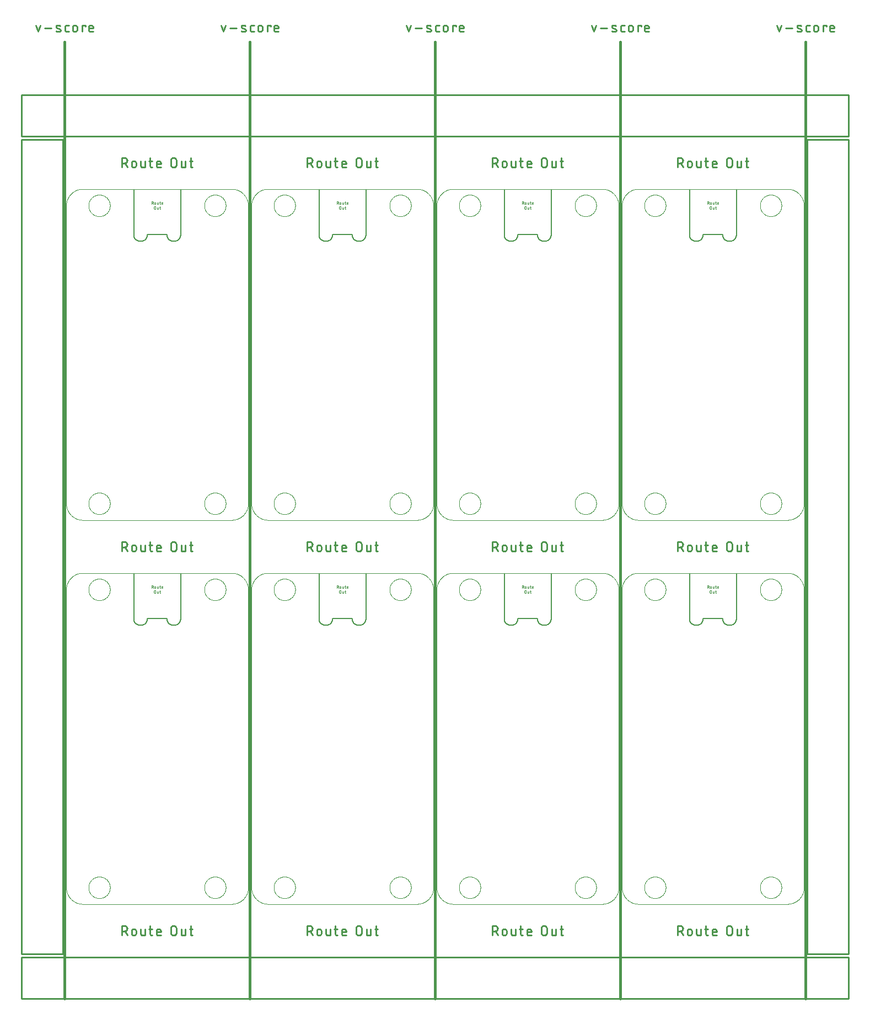
<source format=gko>
G04 EAGLE Gerber RS-274X export*
G75*
%MOMM*%
%FSLAX34Y34*%
%LPD*%
%IN*%
%IPPOS*%
%AMOC8*
5,1,8,0,0,1.08239X$1,22.5*%
G01*
%ADD10C,0.101600*%
%ADD11C,0.000000*%
%ADD12C,0.279400*%
%ADD13C,0.381000*%
%ADD14C,0.254000*%
%ADD15C,0.152400*%
%ADD16C,0.076200*%


D10*
X0Y482600D02*
X0Y25400D01*
X7Y24786D01*
X30Y24173D01*
X67Y23560D01*
X119Y22949D01*
X185Y22338D01*
X267Y21730D01*
X363Y21124D01*
X473Y20520D01*
X598Y19919D01*
X738Y19321D01*
X892Y18727D01*
X1061Y18137D01*
X1243Y17551D01*
X1440Y16970D01*
X1651Y16393D01*
X1875Y15822D01*
X2113Y15256D01*
X2365Y14696D01*
X2631Y14143D01*
X2909Y13596D01*
X3201Y13056D01*
X3506Y12523D01*
X3824Y11998D01*
X4154Y11480D01*
X4496Y10971D01*
X4851Y10470D01*
X5218Y9978D01*
X5596Y9495D01*
X5986Y9021D01*
X6388Y8557D01*
X6800Y8102D01*
X7224Y7658D01*
X7658Y7224D01*
X8102Y6800D01*
X8557Y6388D01*
X9021Y5986D01*
X9495Y5596D01*
X9978Y5218D01*
X10470Y4851D01*
X10971Y4496D01*
X11480Y4154D01*
X11998Y3824D01*
X12523Y3506D01*
X13056Y3201D01*
X13596Y2909D01*
X14143Y2631D01*
X14696Y2365D01*
X15256Y2113D01*
X15822Y1875D01*
X16393Y1651D01*
X16970Y1440D01*
X17551Y1243D01*
X18137Y1061D01*
X18727Y892D01*
X19321Y738D01*
X19919Y598D01*
X20520Y473D01*
X21124Y363D01*
X21730Y267D01*
X22338Y185D01*
X22949Y119D01*
X23560Y67D01*
X24173Y30D01*
X24786Y7D01*
X25400Y0D01*
X254000Y0D01*
X254614Y7D01*
X255227Y30D01*
X255840Y67D01*
X256451Y119D01*
X257062Y185D01*
X257670Y267D01*
X258276Y363D01*
X258880Y473D01*
X259481Y598D01*
X260079Y738D01*
X260673Y892D01*
X261263Y1061D01*
X261849Y1243D01*
X262430Y1440D01*
X263007Y1651D01*
X263578Y1875D01*
X264144Y2113D01*
X264704Y2365D01*
X265257Y2631D01*
X265804Y2909D01*
X266344Y3201D01*
X266877Y3506D01*
X267402Y3824D01*
X267920Y4154D01*
X268429Y4496D01*
X268930Y4851D01*
X269422Y5218D01*
X269905Y5596D01*
X270379Y5986D01*
X270843Y6388D01*
X271298Y6800D01*
X271742Y7224D01*
X272176Y7658D01*
X272600Y8102D01*
X273012Y8557D01*
X273414Y9021D01*
X273804Y9495D01*
X274182Y9978D01*
X274549Y10470D01*
X274904Y10971D01*
X275246Y11480D01*
X275576Y11998D01*
X275894Y12523D01*
X276199Y13056D01*
X276491Y13596D01*
X276769Y14143D01*
X277035Y14696D01*
X277287Y15256D01*
X277525Y15822D01*
X277749Y16393D01*
X277960Y16970D01*
X278157Y17551D01*
X278339Y18137D01*
X278508Y18727D01*
X278662Y19321D01*
X278802Y19919D01*
X278927Y20520D01*
X279037Y21124D01*
X279133Y21730D01*
X279215Y22338D01*
X279281Y22949D01*
X279333Y23560D01*
X279370Y24173D01*
X279393Y24786D01*
X279400Y25400D01*
X279400Y482600D01*
X279393Y483214D01*
X279370Y483827D01*
X279333Y484440D01*
X279281Y485051D01*
X279215Y485662D01*
X279133Y486270D01*
X279037Y486876D01*
X278927Y487480D01*
X278802Y488081D01*
X278662Y488679D01*
X278508Y489273D01*
X278339Y489863D01*
X278157Y490449D01*
X277960Y491030D01*
X277749Y491607D01*
X277525Y492178D01*
X277287Y492744D01*
X277035Y493304D01*
X276769Y493857D01*
X276491Y494404D01*
X276199Y494944D01*
X275894Y495477D01*
X275576Y496002D01*
X275246Y496520D01*
X274904Y497029D01*
X274549Y497530D01*
X274182Y498022D01*
X273804Y498505D01*
X273414Y498979D01*
X273012Y499443D01*
X272600Y499898D01*
X272176Y500342D01*
X271742Y500776D01*
X271298Y501200D01*
X270843Y501612D01*
X270379Y502014D01*
X269905Y502404D01*
X269422Y502782D01*
X268930Y503149D01*
X268429Y503504D01*
X267920Y503846D01*
X267402Y504176D01*
X266877Y504494D01*
X266344Y504799D01*
X265804Y505091D01*
X265257Y505369D01*
X264704Y505635D01*
X264144Y505887D01*
X263578Y506125D01*
X263007Y506349D01*
X262430Y506560D01*
X261849Y506757D01*
X261263Y506939D01*
X260673Y507108D01*
X260079Y507262D01*
X259481Y507402D01*
X258880Y507527D01*
X258276Y507637D01*
X257670Y507733D01*
X257062Y507815D01*
X256451Y507881D01*
X255840Y507933D01*
X255227Y507970D01*
X254614Y507993D01*
X254000Y508000D01*
X25400Y508000D01*
X24786Y507993D01*
X24173Y507970D01*
X23560Y507933D01*
X22949Y507881D01*
X22338Y507815D01*
X21730Y507733D01*
X21124Y507637D01*
X20520Y507527D01*
X19919Y507402D01*
X19321Y507262D01*
X18727Y507108D01*
X18137Y506939D01*
X17551Y506757D01*
X16970Y506560D01*
X16393Y506349D01*
X15822Y506125D01*
X15256Y505887D01*
X14696Y505635D01*
X14143Y505369D01*
X13596Y505091D01*
X13056Y504799D01*
X12523Y504494D01*
X11998Y504176D01*
X11480Y503846D01*
X10971Y503504D01*
X10470Y503149D01*
X9978Y502782D01*
X9495Y502404D01*
X9021Y502014D01*
X8557Y501612D01*
X8102Y501200D01*
X7658Y500776D01*
X7224Y500342D01*
X6800Y499898D01*
X6388Y499443D01*
X5986Y498979D01*
X5596Y498505D01*
X5218Y498022D01*
X4851Y497530D01*
X4496Y497029D01*
X4154Y496520D01*
X3824Y496002D01*
X3506Y495477D01*
X3201Y494944D01*
X2909Y494404D01*
X2631Y493857D01*
X2365Y493304D01*
X2113Y492744D01*
X1875Y492178D01*
X1651Y491607D01*
X1440Y491030D01*
X1243Y490449D01*
X1061Y489863D01*
X892Y489273D01*
X738Y488679D01*
X598Y488081D01*
X473Y487480D01*
X363Y486876D01*
X267Y486270D01*
X185Y485662D01*
X119Y485051D01*
X67Y484440D01*
X30Y483827D01*
X7Y483214D01*
X0Y482600D01*
D11*
X34290Y25400D02*
X34295Y25805D01*
X34310Y26210D01*
X34335Y26615D01*
X34370Y27018D01*
X34414Y27421D01*
X34469Y27823D01*
X34533Y28223D01*
X34607Y28621D01*
X34691Y29017D01*
X34785Y29412D01*
X34888Y29803D01*
X35001Y30193D01*
X35123Y30579D01*
X35255Y30962D01*
X35396Y31342D01*
X35547Y31718D01*
X35706Y32091D01*
X35875Y32459D01*
X36053Y32823D01*
X36239Y33183D01*
X36435Y33538D01*
X36639Y33888D01*
X36851Y34233D01*
X37072Y34572D01*
X37302Y34907D01*
X37539Y35235D01*
X37784Y35557D01*
X38038Y35874D01*
X38298Y36184D01*
X38567Y36487D01*
X38843Y36784D01*
X39126Y37074D01*
X39416Y37357D01*
X39713Y37633D01*
X40016Y37902D01*
X40326Y38162D01*
X40643Y38416D01*
X40965Y38661D01*
X41293Y38898D01*
X41628Y39128D01*
X41967Y39349D01*
X42312Y39561D01*
X42662Y39765D01*
X43017Y39961D01*
X43377Y40147D01*
X43741Y40325D01*
X44109Y40494D01*
X44482Y40653D01*
X44858Y40804D01*
X45238Y40945D01*
X45621Y41077D01*
X46007Y41199D01*
X46397Y41312D01*
X46788Y41415D01*
X47183Y41509D01*
X47579Y41593D01*
X47977Y41667D01*
X48377Y41731D01*
X48779Y41786D01*
X49182Y41830D01*
X49585Y41865D01*
X49990Y41890D01*
X50395Y41905D01*
X50800Y41910D01*
X51205Y41905D01*
X51610Y41890D01*
X52015Y41865D01*
X52418Y41830D01*
X52821Y41786D01*
X53223Y41731D01*
X53623Y41667D01*
X54021Y41593D01*
X54417Y41509D01*
X54812Y41415D01*
X55203Y41312D01*
X55593Y41199D01*
X55979Y41077D01*
X56362Y40945D01*
X56742Y40804D01*
X57118Y40653D01*
X57491Y40494D01*
X57859Y40325D01*
X58223Y40147D01*
X58583Y39961D01*
X58938Y39765D01*
X59288Y39561D01*
X59633Y39349D01*
X59972Y39128D01*
X60307Y38898D01*
X60635Y38661D01*
X60957Y38416D01*
X61274Y38162D01*
X61584Y37902D01*
X61887Y37633D01*
X62184Y37357D01*
X62474Y37074D01*
X62757Y36784D01*
X63033Y36487D01*
X63302Y36184D01*
X63562Y35874D01*
X63816Y35557D01*
X64061Y35235D01*
X64298Y34907D01*
X64528Y34572D01*
X64749Y34233D01*
X64961Y33888D01*
X65165Y33538D01*
X65361Y33183D01*
X65547Y32823D01*
X65725Y32459D01*
X65894Y32091D01*
X66053Y31718D01*
X66204Y31342D01*
X66345Y30962D01*
X66477Y30579D01*
X66599Y30193D01*
X66712Y29803D01*
X66815Y29412D01*
X66909Y29017D01*
X66993Y28621D01*
X67067Y28223D01*
X67131Y27823D01*
X67186Y27421D01*
X67230Y27018D01*
X67265Y26615D01*
X67290Y26210D01*
X67305Y25805D01*
X67310Y25400D01*
X67305Y24995D01*
X67290Y24590D01*
X67265Y24185D01*
X67230Y23782D01*
X67186Y23379D01*
X67131Y22977D01*
X67067Y22577D01*
X66993Y22179D01*
X66909Y21783D01*
X66815Y21388D01*
X66712Y20997D01*
X66599Y20607D01*
X66477Y20221D01*
X66345Y19838D01*
X66204Y19458D01*
X66053Y19082D01*
X65894Y18709D01*
X65725Y18341D01*
X65547Y17977D01*
X65361Y17617D01*
X65165Y17262D01*
X64961Y16912D01*
X64749Y16567D01*
X64528Y16228D01*
X64298Y15893D01*
X64061Y15565D01*
X63816Y15243D01*
X63562Y14926D01*
X63302Y14616D01*
X63033Y14313D01*
X62757Y14016D01*
X62474Y13726D01*
X62184Y13443D01*
X61887Y13167D01*
X61584Y12898D01*
X61274Y12638D01*
X60957Y12384D01*
X60635Y12139D01*
X60307Y11902D01*
X59972Y11672D01*
X59633Y11451D01*
X59288Y11239D01*
X58938Y11035D01*
X58583Y10839D01*
X58223Y10653D01*
X57859Y10475D01*
X57491Y10306D01*
X57118Y10147D01*
X56742Y9996D01*
X56362Y9855D01*
X55979Y9723D01*
X55593Y9601D01*
X55203Y9488D01*
X54812Y9385D01*
X54417Y9291D01*
X54021Y9207D01*
X53623Y9133D01*
X53223Y9069D01*
X52821Y9014D01*
X52418Y8970D01*
X52015Y8935D01*
X51610Y8910D01*
X51205Y8895D01*
X50800Y8890D01*
X50395Y8895D01*
X49990Y8910D01*
X49585Y8935D01*
X49182Y8970D01*
X48779Y9014D01*
X48377Y9069D01*
X47977Y9133D01*
X47579Y9207D01*
X47183Y9291D01*
X46788Y9385D01*
X46397Y9488D01*
X46007Y9601D01*
X45621Y9723D01*
X45238Y9855D01*
X44858Y9996D01*
X44482Y10147D01*
X44109Y10306D01*
X43741Y10475D01*
X43377Y10653D01*
X43017Y10839D01*
X42662Y11035D01*
X42312Y11239D01*
X41967Y11451D01*
X41628Y11672D01*
X41293Y11902D01*
X40965Y12139D01*
X40643Y12384D01*
X40326Y12638D01*
X40016Y12898D01*
X39713Y13167D01*
X39416Y13443D01*
X39126Y13726D01*
X38843Y14016D01*
X38567Y14313D01*
X38298Y14616D01*
X38038Y14926D01*
X37784Y15243D01*
X37539Y15565D01*
X37302Y15893D01*
X37072Y16228D01*
X36851Y16567D01*
X36639Y16912D01*
X36435Y17262D01*
X36239Y17617D01*
X36053Y17977D01*
X35875Y18341D01*
X35706Y18709D01*
X35547Y19082D01*
X35396Y19458D01*
X35255Y19838D01*
X35123Y20221D01*
X35001Y20607D01*
X34888Y20997D01*
X34785Y21388D01*
X34691Y21783D01*
X34607Y22179D01*
X34533Y22577D01*
X34469Y22977D01*
X34414Y23379D01*
X34370Y23782D01*
X34335Y24185D01*
X34310Y24590D01*
X34295Y24995D01*
X34290Y25400D01*
X212090Y25400D02*
X212095Y25805D01*
X212110Y26210D01*
X212135Y26615D01*
X212170Y27018D01*
X212214Y27421D01*
X212269Y27823D01*
X212333Y28223D01*
X212407Y28621D01*
X212491Y29017D01*
X212585Y29412D01*
X212688Y29803D01*
X212801Y30193D01*
X212923Y30579D01*
X213055Y30962D01*
X213196Y31342D01*
X213347Y31718D01*
X213506Y32091D01*
X213675Y32459D01*
X213853Y32823D01*
X214039Y33183D01*
X214235Y33538D01*
X214439Y33888D01*
X214651Y34233D01*
X214872Y34572D01*
X215102Y34907D01*
X215339Y35235D01*
X215584Y35557D01*
X215838Y35874D01*
X216098Y36184D01*
X216367Y36487D01*
X216643Y36784D01*
X216926Y37074D01*
X217216Y37357D01*
X217513Y37633D01*
X217816Y37902D01*
X218126Y38162D01*
X218443Y38416D01*
X218765Y38661D01*
X219093Y38898D01*
X219428Y39128D01*
X219767Y39349D01*
X220112Y39561D01*
X220462Y39765D01*
X220817Y39961D01*
X221177Y40147D01*
X221541Y40325D01*
X221909Y40494D01*
X222282Y40653D01*
X222658Y40804D01*
X223038Y40945D01*
X223421Y41077D01*
X223807Y41199D01*
X224197Y41312D01*
X224588Y41415D01*
X224983Y41509D01*
X225379Y41593D01*
X225777Y41667D01*
X226177Y41731D01*
X226579Y41786D01*
X226982Y41830D01*
X227385Y41865D01*
X227790Y41890D01*
X228195Y41905D01*
X228600Y41910D01*
X229005Y41905D01*
X229410Y41890D01*
X229815Y41865D01*
X230218Y41830D01*
X230621Y41786D01*
X231023Y41731D01*
X231423Y41667D01*
X231821Y41593D01*
X232217Y41509D01*
X232612Y41415D01*
X233003Y41312D01*
X233393Y41199D01*
X233779Y41077D01*
X234162Y40945D01*
X234542Y40804D01*
X234918Y40653D01*
X235291Y40494D01*
X235659Y40325D01*
X236023Y40147D01*
X236383Y39961D01*
X236738Y39765D01*
X237088Y39561D01*
X237433Y39349D01*
X237772Y39128D01*
X238107Y38898D01*
X238435Y38661D01*
X238757Y38416D01*
X239074Y38162D01*
X239384Y37902D01*
X239687Y37633D01*
X239984Y37357D01*
X240274Y37074D01*
X240557Y36784D01*
X240833Y36487D01*
X241102Y36184D01*
X241362Y35874D01*
X241616Y35557D01*
X241861Y35235D01*
X242098Y34907D01*
X242328Y34572D01*
X242549Y34233D01*
X242761Y33888D01*
X242965Y33538D01*
X243161Y33183D01*
X243347Y32823D01*
X243525Y32459D01*
X243694Y32091D01*
X243853Y31718D01*
X244004Y31342D01*
X244145Y30962D01*
X244277Y30579D01*
X244399Y30193D01*
X244512Y29803D01*
X244615Y29412D01*
X244709Y29017D01*
X244793Y28621D01*
X244867Y28223D01*
X244931Y27823D01*
X244986Y27421D01*
X245030Y27018D01*
X245065Y26615D01*
X245090Y26210D01*
X245105Y25805D01*
X245110Y25400D01*
X245105Y24995D01*
X245090Y24590D01*
X245065Y24185D01*
X245030Y23782D01*
X244986Y23379D01*
X244931Y22977D01*
X244867Y22577D01*
X244793Y22179D01*
X244709Y21783D01*
X244615Y21388D01*
X244512Y20997D01*
X244399Y20607D01*
X244277Y20221D01*
X244145Y19838D01*
X244004Y19458D01*
X243853Y19082D01*
X243694Y18709D01*
X243525Y18341D01*
X243347Y17977D01*
X243161Y17617D01*
X242965Y17262D01*
X242761Y16912D01*
X242549Y16567D01*
X242328Y16228D01*
X242098Y15893D01*
X241861Y15565D01*
X241616Y15243D01*
X241362Y14926D01*
X241102Y14616D01*
X240833Y14313D01*
X240557Y14016D01*
X240274Y13726D01*
X239984Y13443D01*
X239687Y13167D01*
X239384Y12898D01*
X239074Y12638D01*
X238757Y12384D01*
X238435Y12139D01*
X238107Y11902D01*
X237772Y11672D01*
X237433Y11451D01*
X237088Y11239D01*
X236738Y11035D01*
X236383Y10839D01*
X236023Y10653D01*
X235659Y10475D01*
X235291Y10306D01*
X234918Y10147D01*
X234542Y9996D01*
X234162Y9855D01*
X233779Y9723D01*
X233393Y9601D01*
X233003Y9488D01*
X232612Y9385D01*
X232217Y9291D01*
X231821Y9207D01*
X231423Y9133D01*
X231023Y9069D01*
X230621Y9014D01*
X230218Y8970D01*
X229815Y8935D01*
X229410Y8910D01*
X229005Y8895D01*
X228600Y8890D01*
X228195Y8895D01*
X227790Y8910D01*
X227385Y8935D01*
X226982Y8970D01*
X226579Y9014D01*
X226177Y9069D01*
X225777Y9133D01*
X225379Y9207D01*
X224983Y9291D01*
X224588Y9385D01*
X224197Y9488D01*
X223807Y9601D01*
X223421Y9723D01*
X223038Y9855D01*
X222658Y9996D01*
X222282Y10147D01*
X221909Y10306D01*
X221541Y10475D01*
X221177Y10653D01*
X220817Y10839D01*
X220462Y11035D01*
X220112Y11239D01*
X219767Y11451D01*
X219428Y11672D01*
X219093Y11902D01*
X218765Y12139D01*
X218443Y12384D01*
X218126Y12638D01*
X217816Y12898D01*
X217513Y13167D01*
X217216Y13443D01*
X216926Y13726D01*
X216643Y14016D01*
X216367Y14313D01*
X216098Y14616D01*
X215838Y14926D01*
X215584Y15243D01*
X215339Y15565D01*
X215102Y15893D01*
X214872Y16228D01*
X214651Y16567D01*
X214439Y16912D01*
X214235Y17262D01*
X214039Y17617D01*
X213853Y17977D01*
X213675Y18341D01*
X213506Y18709D01*
X213347Y19082D01*
X213196Y19458D01*
X213055Y19838D01*
X212923Y20221D01*
X212801Y20607D01*
X212688Y20997D01*
X212585Y21388D01*
X212491Y21783D01*
X212407Y22179D01*
X212333Y22577D01*
X212269Y22977D01*
X212214Y23379D01*
X212170Y23782D01*
X212135Y24185D01*
X212110Y24590D01*
X212095Y24995D01*
X212090Y25400D01*
X212090Y482600D02*
X212095Y483005D01*
X212110Y483410D01*
X212135Y483815D01*
X212170Y484218D01*
X212214Y484621D01*
X212269Y485023D01*
X212333Y485423D01*
X212407Y485821D01*
X212491Y486217D01*
X212585Y486612D01*
X212688Y487003D01*
X212801Y487393D01*
X212923Y487779D01*
X213055Y488162D01*
X213196Y488542D01*
X213347Y488918D01*
X213506Y489291D01*
X213675Y489659D01*
X213853Y490023D01*
X214039Y490383D01*
X214235Y490738D01*
X214439Y491088D01*
X214651Y491433D01*
X214872Y491772D01*
X215102Y492107D01*
X215339Y492435D01*
X215584Y492757D01*
X215838Y493074D01*
X216098Y493384D01*
X216367Y493687D01*
X216643Y493984D01*
X216926Y494274D01*
X217216Y494557D01*
X217513Y494833D01*
X217816Y495102D01*
X218126Y495362D01*
X218443Y495616D01*
X218765Y495861D01*
X219093Y496098D01*
X219428Y496328D01*
X219767Y496549D01*
X220112Y496761D01*
X220462Y496965D01*
X220817Y497161D01*
X221177Y497347D01*
X221541Y497525D01*
X221909Y497694D01*
X222282Y497853D01*
X222658Y498004D01*
X223038Y498145D01*
X223421Y498277D01*
X223807Y498399D01*
X224197Y498512D01*
X224588Y498615D01*
X224983Y498709D01*
X225379Y498793D01*
X225777Y498867D01*
X226177Y498931D01*
X226579Y498986D01*
X226982Y499030D01*
X227385Y499065D01*
X227790Y499090D01*
X228195Y499105D01*
X228600Y499110D01*
X229005Y499105D01*
X229410Y499090D01*
X229815Y499065D01*
X230218Y499030D01*
X230621Y498986D01*
X231023Y498931D01*
X231423Y498867D01*
X231821Y498793D01*
X232217Y498709D01*
X232612Y498615D01*
X233003Y498512D01*
X233393Y498399D01*
X233779Y498277D01*
X234162Y498145D01*
X234542Y498004D01*
X234918Y497853D01*
X235291Y497694D01*
X235659Y497525D01*
X236023Y497347D01*
X236383Y497161D01*
X236738Y496965D01*
X237088Y496761D01*
X237433Y496549D01*
X237772Y496328D01*
X238107Y496098D01*
X238435Y495861D01*
X238757Y495616D01*
X239074Y495362D01*
X239384Y495102D01*
X239687Y494833D01*
X239984Y494557D01*
X240274Y494274D01*
X240557Y493984D01*
X240833Y493687D01*
X241102Y493384D01*
X241362Y493074D01*
X241616Y492757D01*
X241861Y492435D01*
X242098Y492107D01*
X242328Y491772D01*
X242549Y491433D01*
X242761Y491088D01*
X242965Y490738D01*
X243161Y490383D01*
X243347Y490023D01*
X243525Y489659D01*
X243694Y489291D01*
X243853Y488918D01*
X244004Y488542D01*
X244145Y488162D01*
X244277Y487779D01*
X244399Y487393D01*
X244512Y487003D01*
X244615Y486612D01*
X244709Y486217D01*
X244793Y485821D01*
X244867Y485423D01*
X244931Y485023D01*
X244986Y484621D01*
X245030Y484218D01*
X245065Y483815D01*
X245090Y483410D01*
X245105Y483005D01*
X245110Y482600D01*
X245105Y482195D01*
X245090Y481790D01*
X245065Y481385D01*
X245030Y480982D01*
X244986Y480579D01*
X244931Y480177D01*
X244867Y479777D01*
X244793Y479379D01*
X244709Y478983D01*
X244615Y478588D01*
X244512Y478197D01*
X244399Y477807D01*
X244277Y477421D01*
X244145Y477038D01*
X244004Y476658D01*
X243853Y476282D01*
X243694Y475909D01*
X243525Y475541D01*
X243347Y475177D01*
X243161Y474817D01*
X242965Y474462D01*
X242761Y474112D01*
X242549Y473767D01*
X242328Y473428D01*
X242098Y473093D01*
X241861Y472765D01*
X241616Y472443D01*
X241362Y472126D01*
X241102Y471816D01*
X240833Y471513D01*
X240557Y471216D01*
X240274Y470926D01*
X239984Y470643D01*
X239687Y470367D01*
X239384Y470098D01*
X239074Y469838D01*
X238757Y469584D01*
X238435Y469339D01*
X238107Y469102D01*
X237772Y468872D01*
X237433Y468651D01*
X237088Y468439D01*
X236738Y468235D01*
X236383Y468039D01*
X236023Y467853D01*
X235659Y467675D01*
X235291Y467506D01*
X234918Y467347D01*
X234542Y467196D01*
X234162Y467055D01*
X233779Y466923D01*
X233393Y466801D01*
X233003Y466688D01*
X232612Y466585D01*
X232217Y466491D01*
X231821Y466407D01*
X231423Y466333D01*
X231023Y466269D01*
X230621Y466214D01*
X230218Y466170D01*
X229815Y466135D01*
X229410Y466110D01*
X229005Y466095D01*
X228600Y466090D01*
X228195Y466095D01*
X227790Y466110D01*
X227385Y466135D01*
X226982Y466170D01*
X226579Y466214D01*
X226177Y466269D01*
X225777Y466333D01*
X225379Y466407D01*
X224983Y466491D01*
X224588Y466585D01*
X224197Y466688D01*
X223807Y466801D01*
X223421Y466923D01*
X223038Y467055D01*
X222658Y467196D01*
X222282Y467347D01*
X221909Y467506D01*
X221541Y467675D01*
X221177Y467853D01*
X220817Y468039D01*
X220462Y468235D01*
X220112Y468439D01*
X219767Y468651D01*
X219428Y468872D01*
X219093Y469102D01*
X218765Y469339D01*
X218443Y469584D01*
X218126Y469838D01*
X217816Y470098D01*
X217513Y470367D01*
X217216Y470643D01*
X216926Y470926D01*
X216643Y471216D01*
X216367Y471513D01*
X216098Y471816D01*
X215838Y472126D01*
X215584Y472443D01*
X215339Y472765D01*
X215102Y473093D01*
X214872Y473428D01*
X214651Y473767D01*
X214439Y474112D01*
X214235Y474462D01*
X214039Y474817D01*
X213853Y475177D01*
X213675Y475541D01*
X213506Y475909D01*
X213347Y476282D01*
X213196Y476658D01*
X213055Y477038D01*
X212923Y477421D01*
X212801Y477807D01*
X212688Y478197D01*
X212585Y478588D01*
X212491Y478983D01*
X212407Y479379D01*
X212333Y479777D01*
X212269Y480177D01*
X212214Y480579D01*
X212170Y480982D01*
X212135Y481385D01*
X212110Y481790D01*
X212095Y482195D01*
X212090Y482600D01*
X34290Y482600D02*
X34295Y483005D01*
X34310Y483410D01*
X34335Y483815D01*
X34370Y484218D01*
X34414Y484621D01*
X34469Y485023D01*
X34533Y485423D01*
X34607Y485821D01*
X34691Y486217D01*
X34785Y486612D01*
X34888Y487003D01*
X35001Y487393D01*
X35123Y487779D01*
X35255Y488162D01*
X35396Y488542D01*
X35547Y488918D01*
X35706Y489291D01*
X35875Y489659D01*
X36053Y490023D01*
X36239Y490383D01*
X36435Y490738D01*
X36639Y491088D01*
X36851Y491433D01*
X37072Y491772D01*
X37302Y492107D01*
X37539Y492435D01*
X37784Y492757D01*
X38038Y493074D01*
X38298Y493384D01*
X38567Y493687D01*
X38843Y493984D01*
X39126Y494274D01*
X39416Y494557D01*
X39713Y494833D01*
X40016Y495102D01*
X40326Y495362D01*
X40643Y495616D01*
X40965Y495861D01*
X41293Y496098D01*
X41628Y496328D01*
X41967Y496549D01*
X42312Y496761D01*
X42662Y496965D01*
X43017Y497161D01*
X43377Y497347D01*
X43741Y497525D01*
X44109Y497694D01*
X44482Y497853D01*
X44858Y498004D01*
X45238Y498145D01*
X45621Y498277D01*
X46007Y498399D01*
X46397Y498512D01*
X46788Y498615D01*
X47183Y498709D01*
X47579Y498793D01*
X47977Y498867D01*
X48377Y498931D01*
X48779Y498986D01*
X49182Y499030D01*
X49585Y499065D01*
X49990Y499090D01*
X50395Y499105D01*
X50800Y499110D01*
X51205Y499105D01*
X51610Y499090D01*
X52015Y499065D01*
X52418Y499030D01*
X52821Y498986D01*
X53223Y498931D01*
X53623Y498867D01*
X54021Y498793D01*
X54417Y498709D01*
X54812Y498615D01*
X55203Y498512D01*
X55593Y498399D01*
X55979Y498277D01*
X56362Y498145D01*
X56742Y498004D01*
X57118Y497853D01*
X57491Y497694D01*
X57859Y497525D01*
X58223Y497347D01*
X58583Y497161D01*
X58938Y496965D01*
X59288Y496761D01*
X59633Y496549D01*
X59972Y496328D01*
X60307Y496098D01*
X60635Y495861D01*
X60957Y495616D01*
X61274Y495362D01*
X61584Y495102D01*
X61887Y494833D01*
X62184Y494557D01*
X62474Y494274D01*
X62757Y493984D01*
X63033Y493687D01*
X63302Y493384D01*
X63562Y493074D01*
X63816Y492757D01*
X64061Y492435D01*
X64298Y492107D01*
X64528Y491772D01*
X64749Y491433D01*
X64961Y491088D01*
X65165Y490738D01*
X65361Y490383D01*
X65547Y490023D01*
X65725Y489659D01*
X65894Y489291D01*
X66053Y488918D01*
X66204Y488542D01*
X66345Y488162D01*
X66477Y487779D01*
X66599Y487393D01*
X66712Y487003D01*
X66815Y486612D01*
X66909Y486217D01*
X66993Y485821D01*
X67067Y485423D01*
X67131Y485023D01*
X67186Y484621D01*
X67230Y484218D01*
X67265Y483815D01*
X67290Y483410D01*
X67305Y483005D01*
X67310Y482600D01*
X67305Y482195D01*
X67290Y481790D01*
X67265Y481385D01*
X67230Y480982D01*
X67186Y480579D01*
X67131Y480177D01*
X67067Y479777D01*
X66993Y479379D01*
X66909Y478983D01*
X66815Y478588D01*
X66712Y478197D01*
X66599Y477807D01*
X66477Y477421D01*
X66345Y477038D01*
X66204Y476658D01*
X66053Y476282D01*
X65894Y475909D01*
X65725Y475541D01*
X65547Y475177D01*
X65361Y474817D01*
X65165Y474462D01*
X64961Y474112D01*
X64749Y473767D01*
X64528Y473428D01*
X64298Y473093D01*
X64061Y472765D01*
X63816Y472443D01*
X63562Y472126D01*
X63302Y471816D01*
X63033Y471513D01*
X62757Y471216D01*
X62474Y470926D01*
X62184Y470643D01*
X61887Y470367D01*
X61584Y470098D01*
X61274Y469838D01*
X60957Y469584D01*
X60635Y469339D01*
X60307Y469102D01*
X59972Y468872D01*
X59633Y468651D01*
X59288Y468439D01*
X58938Y468235D01*
X58583Y468039D01*
X58223Y467853D01*
X57859Y467675D01*
X57491Y467506D01*
X57118Y467347D01*
X56742Y467196D01*
X56362Y467055D01*
X55979Y466923D01*
X55593Y466801D01*
X55203Y466688D01*
X54812Y466585D01*
X54417Y466491D01*
X54021Y466407D01*
X53623Y466333D01*
X53223Y466269D01*
X52821Y466214D01*
X52418Y466170D01*
X52015Y466135D01*
X51610Y466110D01*
X51205Y466095D01*
X50800Y466090D01*
X50395Y466095D01*
X49990Y466110D01*
X49585Y466135D01*
X49182Y466170D01*
X48779Y466214D01*
X48377Y466269D01*
X47977Y466333D01*
X47579Y466407D01*
X47183Y466491D01*
X46788Y466585D01*
X46397Y466688D01*
X46007Y466801D01*
X45621Y466923D01*
X45238Y467055D01*
X44858Y467196D01*
X44482Y467347D01*
X44109Y467506D01*
X43741Y467675D01*
X43377Y467853D01*
X43017Y468039D01*
X42662Y468235D01*
X42312Y468439D01*
X41967Y468651D01*
X41628Y468872D01*
X41293Y469102D01*
X40965Y469339D01*
X40643Y469584D01*
X40326Y469838D01*
X40016Y470098D01*
X39713Y470367D01*
X39416Y470643D01*
X39126Y470926D01*
X38843Y471216D01*
X38567Y471513D01*
X38298Y471816D01*
X38038Y472126D01*
X37784Y472443D01*
X37539Y472765D01*
X37302Y473093D01*
X37072Y473428D01*
X36851Y473767D01*
X36639Y474112D01*
X36435Y474462D01*
X36239Y474817D01*
X36053Y475177D01*
X35875Y475541D01*
X35706Y475909D01*
X35547Y476282D01*
X35396Y476658D01*
X35255Y477038D01*
X35123Y477421D01*
X35001Y477807D01*
X34888Y478197D01*
X34785Y478588D01*
X34691Y478983D01*
X34607Y479379D01*
X34533Y479777D01*
X34469Y480177D01*
X34414Y480579D01*
X34370Y480982D01*
X34335Y481385D01*
X34310Y481790D01*
X34295Y482195D01*
X34290Y482600D01*
D12*
X85204Y-33147D02*
X85204Y-48133D01*
X85204Y-33147D02*
X89367Y-33147D01*
X89495Y-33149D01*
X89623Y-33155D01*
X89751Y-33165D01*
X89879Y-33179D01*
X90006Y-33196D01*
X90132Y-33218D01*
X90258Y-33243D01*
X90382Y-33273D01*
X90506Y-33306D01*
X90629Y-33343D01*
X90751Y-33384D01*
X90871Y-33428D01*
X90990Y-33476D01*
X91107Y-33528D01*
X91223Y-33583D01*
X91336Y-33642D01*
X91449Y-33705D01*
X91559Y-33771D01*
X91666Y-33840D01*
X91772Y-33912D01*
X91876Y-33988D01*
X91977Y-34067D01*
X92076Y-34149D01*
X92172Y-34234D01*
X92265Y-34321D01*
X92356Y-34412D01*
X92443Y-34505D01*
X92528Y-34601D01*
X92610Y-34700D01*
X92689Y-34801D01*
X92765Y-34905D01*
X92837Y-35011D01*
X92906Y-35118D01*
X92972Y-35229D01*
X93035Y-35341D01*
X93094Y-35454D01*
X93149Y-35570D01*
X93201Y-35687D01*
X93249Y-35806D01*
X93293Y-35926D01*
X93334Y-36048D01*
X93371Y-36171D01*
X93404Y-36295D01*
X93434Y-36419D01*
X93459Y-36545D01*
X93481Y-36671D01*
X93498Y-36798D01*
X93512Y-36926D01*
X93522Y-37054D01*
X93528Y-37182D01*
X93530Y-37310D01*
X93528Y-37438D01*
X93522Y-37566D01*
X93512Y-37694D01*
X93498Y-37822D01*
X93481Y-37949D01*
X93459Y-38075D01*
X93434Y-38201D01*
X93404Y-38325D01*
X93371Y-38449D01*
X93334Y-38572D01*
X93293Y-38694D01*
X93249Y-38814D01*
X93201Y-38933D01*
X93149Y-39050D01*
X93094Y-39166D01*
X93035Y-39279D01*
X92972Y-39392D01*
X92906Y-39502D01*
X92837Y-39609D01*
X92765Y-39715D01*
X92689Y-39819D01*
X92610Y-39920D01*
X92528Y-40019D01*
X92443Y-40115D01*
X92356Y-40208D01*
X92265Y-40299D01*
X92172Y-40386D01*
X92076Y-40471D01*
X91977Y-40553D01*
X91876Y-40632D01*
X91772Y-40708D01*
X91666Y-40780D01*
X91559Y-40849D01*
X91449Y-40915D01*
X91336Y-40978D01*
X91223Y-41037D01*
X91107Y-41092D01*
X90990Y-41144D01*
X90871Y-41192D01*
X90751Y-41236D01*
X90629Y-41277D01*
X90506Y-41314D01*
X90382Y-41347D01*
X90258Y-41377D01*
X90132Y-41402D01*
X90006Y-41424D01*
X89879Y-41441D01*
X89751Y-41455D01*
X89623Y-41465D01*
X89495Y-41471D01*
X89367Y-41473D01*
X85204Y-41473D01*
X90199Y-41473D02*
X93529Y-48133D01*
X100488Y-44803D02*
X100488Y-41473D01*
X100490Y-41359D01*
X100496Y-41246D01*
X100505Y-41132D01*
X100519Y-41020D01*
X100536Y-40907D01*
X100558Y-40795D01*
X100583Y-40685D01*
X100611Y-40575D01*
X100644Y-40466D01*
X100680Y-40358D01*
X100720Y-40251D01*
X100764Y-40146D01*
X100811Y-40043D01*
X100861Y-39941D01*
X100915Y-39841D01*
X100973Y-39743D01*
X101034Y-39647D01*
X101097Y-39553D01*
X101165Y-39461D01*
X101235Y-39371D01*
X101308Y-39285D01*
X101384Y-39200D01*
X101463Y-39118D01*
X101545Y-39039D01*
X101630Y-38963D01*
X101716Y-38890D01*
X101806Y-38820D01*
X101898Y-38752D01*
X101992Y-38689D01*
X102088Y-38628D01*
X102186Y-38570D01*
X102286Y-38516D01*
X102388Y-38466D01*
X102491Y-38419D01*
X102596Y-38375D01*
X102703Y-38335D01*
X102811Y-38299D01*
X102920Y-38266D01*
X103030Y-38238D01*
X103140Y-38213D01*
X103252Y-38191D01*
X103365Y-38174D01*
X103477Y-38160D01*
X103591Y-38151D01*
X103704Y-38145D01*
X103818Y-38143D01*
X103932Y-38145D01*
X104045Y-38151D01*
X104159Y-38160D01*
X104271Y-38174D01*
X104384Y-38191D01*
X104496Y-38213D01*
X104606Y-38238D01*
X104716Y-38266D01*
X104825Y-38299D01*
X104933Y-38335D01*
X105040Y-38375D01*
X105145Y-38419D01*
X105248Y-38466D01*
X105350Y-38516D01*
X105450Y-38570D01*
X105548Y-38628D01*
X105644Y-38689D01*
X105738Y-38752D01*
X105830Y-38820D01*
X105920Y-38890D01*
X106006Y-38963D01*
X106091Y-39039D01*
X106173Y-39118D01*
X106252Y-39200D01*
X106328Y-39285D01*
X106401Y-39371D01*
X106471Y-39461D01*
X106539Y-39553D01*
X106602Y-39647D01*
X106663Y-39743D01*
X106721Y-39841D01*
X106775Y-39941D01*
X106825Y-40043D01*
X106872Y-40146D01*
X106916Y-40251D01*
X106956Y-40358D01*
X106992Y-40466D01*
X107025Y-40575D01*
X107053Y-40685D01*
X107078Y-40795D01*
X107100Y-40907D01*
X107117Y-41020D01*
X107131Y-41132D01*
X107140Y-41246D01*
X107146Y-41359D01*
X107148Y-41473D01*
X107148Y-44803D01*
X107146Y-44917D01*
X107140Y-45030D01*
X107131Y-45144D01*
X107117Y-45256D01*
X107100Y-45369D01*
X107078Y-45481D01*
X107053Y-45591D01*
X107025Y-45701D01*
X106992Y-45810D01*
X106956Y-45918D01*
X106916Y-46025D01*
X106872Y-46130D01*
X106825Y-46233D01*
X106775Y-46335D01*
X106721Y-46435D01*
X106663Y-46533D01*
X106602Y-46629D01*
X106539Y-46723D01*
X106471Y-46815D01*
X106401Y-46905D01*
X106328Y-46991D01*
X106252Y-47076D01*
X106173Y-47158D01*
X106091Y-47237D01*
X106006Y-47313D01*
X105920Y-47386D01*
X105830Y-47456D01*
X105738Y-47524D01*
X105644Y-47587D01*
X105548Y-47648D01*
X105450Y-47706D01*
X105350Y-47760D01*
X105248Y-47810D01*
X105145Y-47857D01*
X105040Y-47901D01*
X104933Y-47941D01*
X104825Y-47977D01*
X104716Y-48010D01*
X104606Y-48038D01*
X104496Y-48063D01*
X104384Y-48085D01*
X104271Y-48102D01*
X104159Y-48116D01*
X104045Y-48125D01*
X103932Y-48131D01*
X103818Y-48133D01*
X103704Y-48131D01*
X103591Y-48125D01*
X103477Y-48116D01*
X103365Y-48102D01*
X103252Y-48085D01*
X103140Y-48063D01*
X103030Y-48038D01*
X102920Y-48010D01*
X102811Y-47977D01*
X102703Y-47941D01*
X102596Y-47901D01*
X102491Y-47857D01*
X102388Y-47810D01*
X102286Y-47760D01*
X102186Y-47706D01*
X102088Y-47648D01*
X101992Y-47587D01*
X101898Y-47524D01*
X101806Y-47456D01*
X101716Y-47386D01*
X101630Y-47313D01*
X101545Y-47237D01*
X101463Y-47158D01*
X101384Y-47076D01*
X101308Y-46991D01*
X101235Y-46905D01*
X101165Y-46815D01*
X101097Y-46723D01*
X101034Y-46629D01*
X100973Y-46533D01*
X100915Y-46435D01*
X100861Y-46335D01*
X100811Y-46233D01*
X100764Y-46130D01*
X100720Y-46025D01*
X100680Y-45918D01*
X100644Y-45810D01*
X100611Y-45701D01*
X100583Y-45591D01*
X100558Y-45481D01*
X100536Y-45369D01*
X100519Y-45256D01*
X100505Y-45144D01*
X100496Y-45030D01*
X100490Y-44917D01*
X100488Y-44803D01*
X114556Y-45635D02*
X114556Y-38142D01*
X114555Y-45635D02*
X114557Y-45733D01*
X114563Y-45831D01*
X114572Y-45929D01*
X114586Y-46026D01*
X114603Y-46122D01*
X114624Y-46218D01*
X114649Y-46313D01*
X114677Y-46407D01*
X114709Y-46500D01*
X114745Y-46591D01*
X114784Y-46681D01*
X114827Y-46769D01*
X114874Y-46856D01*
X114923Y-46940D01*
X114976Y-47023D01*
X115032Y-47103D01*
X115091Y-47182D01*
X115154Y-47257D01*
X115219Y-47331D01*
X115287Y-47401D01*
X115357Y-47469D01*
X115431Y-47535D01*
X115507Y-47597D01*
X115585Y-47656D01*
X115665Y-47712D01*
X115748Y-47765D01*
X115832Y-47815D01*
X115919Y-47861D01*
X116007Y-47904D01*
X116097Y-47943D01*
X116188Y-47979D01*
X116281Y-48011D01*
X116375Y-48039D01*
X116470Y-48064D01*
X116566Y-48085D01*
X116662Y-48102D01*
X116759Y-48116D01*
X116857Y-48125D01*
X116955Y-48131D01*
X117053Y-48133D01*
X121216Y-48133D01*
X121216Y-38142D01*
X127197Y-38142D02*
X132192Y-38142D01*
X128862Y-33147D02*
X128862Y-45635D01*
X128864Y-45733D01*
X128870Y-45831D01*
X128879Y-45929D01*
X128893Y-46026D01*
X128910Y-46122D01*
X128931Y-46218D01*
X128956Y-46313D01*
X128984Y-46407D01*
X129016Y-46500D01*
X129052Y-46591D01*
X129091Y-46681D01*
X129134Y-46769D01*
X129181Y-46856D01*
X129230Y-46940D01*
X129283Y-47023D01*
X129339Y-47103D01*
X129398Y-47182D01*
X129461Y-47257D01*
X129526Y-47331D01*
X129594Y-47401D01*
X129664Y-47469D01*
X129738Y-47535D01*
X129814Y-47597D01*
X129892Y-47656D01*
X129972Y-47712D01*
X130055Y-47765D01*
X130139Y-47815D01*
X130226Y-47861D01*
X130314Y-47904D01*
X130404Y-47943D01*
X130495Y-47979D01*
X130588Y-48011D01*
X130682Y-48039D01*
X130777Y-48064D01*
X130873Y-48085D01*
X130969Y-48102D01*
X131066Y-48116D01*
X131164Y-48125D01*
X131262Y-48131D01*
X131360Y-48133D01*
X132192Y-48133D01*
X141021Y-48133D02*
X145184Y-48133D01*
X141021Y-48133D02*
X140923Y-48131D01*
X140825Y-48125D01*
X140727Y-48116D01*
X140630Y-48102D01*
X140534Y-48085D01*
X140438Y-48064D01*
X140343Y-48039D01*
X140249Y-48011D01*
X140156Y-47979D01*
X140065Y-47943D01*
X139975Y-47904D01*
X139887Y-47861D01*
X139800Y-47814D01*
X139716Y-47765D01*
X139633Y-47712D01*
X139553Y-47656D01*
X139475Y-47597D01*
X139399Y-47535D01*
X139325Y-47469D01*
X139255Y-47401D01*
X139187Y-47331D01*
X139122Y-47257D01*
X139059Y-47182D01*
X139000Y-47103D01*
X138944Y-47023D01*
X138891Y-46940D01*
X138842Y-46856D01*
X138795Y-46769D01*
X138752Y-46681D01*
X138713Y-46591D01*
X138677Y-46500D01*
X138645Y-46407D01*
X138617Y-46313D01*
X138592Y-46218D01*
X138571Y-46122D01*
X138554Y-46026D01*
X138540Y-45929D01*
X138531Y-45831D01*
X138525Y-45733D01*
X138523Y-45635D01*
X138524Y-45635D02*
X138524Y-41473D01*
X138526Y-41359D01*
X138532Y-41246D01*
X138541Y-41132D01*
X138555Y-41020D01*
X138572Y-40907D01*
X138594Y-40795D01*
X138619Y-40685D01*
X138647Y-40575D01*
X138680Y-40466D01*
X138716Y-40358D01*
X138756Y-40251D01*
X138800Y-40146D01*
X138847Y-40043D01*
X138897Y-39941D01*
X138951Y-39841D01*
X139009Y-39743D01*
X139070Y-39647D01*
X139133Y-39553D01*
X139201Y-39461D01*
X139271Y-39371D01*
X139344Y-39285D01*
X139420Y-39200D01*
X139499Y-39118D01*
X139581Y-39039D01*
X139666Y-38963D01*
X139752Y-38890D01*
X139842Y-38820D01*
X139934Y-38752D01*
X140028Y-38689D01*
X140124Y-38628D01*
X140222Y-38570D01*
X140322Y-38516D01*
X140424Y-38466D01*
X140527Y-38419D01*
X140632Y-38375D01*
X140739Y-38335D01*
X140847Y-38299D01*
X140956Y-38266D01*
X141066Y-38238D01*
X141176Y-38213D01*
X141288Y-38191D01*
X141401Y-38174D01*
X141513Y-38160D01*
X141627Y-38151D01*
X141740Y-38145D01*
X141854Y-38143D01*
X141968Y-38145D01*
X142081Y-38151D01*
X142195Y-38160D01*
X142307Y-38174D01*
X142420Y-38191D01*
X142532Y-38213D01*
X142642Y-38238D01*
X142752Y-38266D01*
X142861Y-38299D01*
X142969Y-38335D01*
X143076Y-38375D01*
X143181Y-38419D01*
X143284Y-38466D01*
X143386Y-38516D01*
X143486Y-38570D01*
X143584Y-38628D01*
X143680Y-38689D01*
X143774Y-38752D01*
X143866Y-38820D01*
X143956Y-38890D01*
X144042Y-38963D01*
X144127Y-39039D01*
X144209Y-39118D01*
X144288Y-39200D01*
X144364Y-39285D01*
X144437Y-39371D01*
X144507Y-39461D01*
X144575Y-39553D01*
X144638Y-39647D01*
X144699Y-39743D01*
X144757Y-39841D01*
X144811Y-39941D01*
X144861Y-40043D01*
X144908Y-40146D01*
X144952Y-40251D01*
X144992Y-40358D01*
X145028Y-40466D01*
X145061Y-40575D01*
X145089Y-40685D01*
X145114Y-40795D01*
X145136Y-40907D01*
X145153Y-41020D01*
X145167Y-41132D01*
X145176Y-41246D01*
X145182Y-41359D01*
X145184Y-41473D01*
X145184Y-43138D01*
X138524Y-43138D01*
X160617Y-43970D02*
X160617Y-37310D01*
X160619Y-37182D01*
X160625Y-37054D01*
X160635Y-36926D01*
X160649Y-36798D01*
X160666Y-36671D01*
X160688Y-36545D01*
X160713Y-36419D01*
X160743Y-36295D01*
X160776Y-36171D01*
X160813Y-36048D01*
X160854Y-35926D01*
X160898Y-35806D01*
X160946Y-35687D01*
X160998Y-35570D01*
X161053Y-35454D01*
X161112Y-35341D01*
X161175Y-35228D01*
X161241Y-35118D01*
X161310Y-35011D01*
X161382Y-34905D01*
X161458Y-34801D01*
X161537Y-34700D01*
X161619Y-34601D01*
X161704Y-34505D01*
X161791Y-34412D01*
X161882Y-34321D01*
X161975Y-34234D01*
X162071Y-34149D01*
X162170Y-34067D01*
X162271Y-33988D01*
X162375Y-33912D01*
X162481Y-33840D01*
X162588Y-33771D01*
X162699Y-33705D01*
X162811Y-33642D01*
X162924Y-33583D01*
X163040Y-33528D01*
X163157Y-33476D01*
X163276Y-33428D01*
X163396Y-33384D01*
X163518Y-33343D01*
X163641Y-33306D01*
X163765Y-33273D01*
X163889Y-33243D01*
X164015Y-33218D01*
X164141Y-33196D01*
X164268Y-33179D01*
X164396Y-33165D01*
X164524Y-33155D01*
X164652Y-33149D01*
X164780Y-33147D01*
X164908Y-33149D01*
X165036Y-33155D01*
X165164Y-33165D01*
X165292Y-33179D01*
X165419Y-33196D01*
X165545Y-33218D01*
X165671Y-33243D01*
X165795Y-33273D01*
X165919Y-33306D01*
X166042Y-33343D01*
X166164Y-33384D01*
X166284Y-33428D01*
X166403Y-33476D01*
X166520Y-33528D01*
X166636Y-33583D01*
X166749Y-33642D01*
X166862Y-33705D01*
X166972Y-33771D01*
X167079Y-33840D01*
X167185Y-33912D01*
X167289Y-33988D01*
X167390Y-34067D01*
X167489Y-34149D01*
X167585Y-34234D01*
X167678Y-34321D01*
X167769Y-34412D01*
X167856Y-34505D01*
X167941Y-34601D01*
X168023Y-34700D01*
X168102Y-34801D01*
X168178Y-34905D01*
X168250Y-35011D01*
X168319Y-35118D01*
X168385Y-35229D01*
X168448Y-35341D01*
X168507Y-35454D01*
X168562Y-35570D01*
X168614Y-35687D01*
X168662Y-35806D01*
X168706Y-35926D01*
X168747Y-36048D01*
X168784Y-36171D01*
X168817Y-36295D01*
X168847Y-36419D01*
X168872Y-36545D01*
X168894Y-36671D01*
X168911Y-36798D01*
X168925Y-36926D01*
X168935Y-37054D01*
X168941Y-37182D01*
X168943Y-37310D01*
X168942Y-37310D02*
X168942Y-43970D01*
X168943Y-43970D02*
X168941Y-44098D01*
X168935Y-44226D01*
X168925Y-44354D01*
X168911Y-44482D01*
X168894Y-44609D01*
X168872Y-44735D01*
X168847Y-44861D01*
X168817Y-44985D01*
X168784Y-45109D01*
X168747Y-45232D01*
X168706Y-45354D01*
X168662Y-45474D01*
X168614Y-45593D01*
X168562Y-45710D01*
X168507Y-45826D01*
X168448Y-45939D01*
X168385Y-46052D01*
X168319Y-46162D01*
X168250Y-46269D01*
X168178Y-46375D01*
X168102Y-46479D01*
X168023Y-46580D01*
X167941Y-46679D01*
X167856Y-46775D01*
X167769Y-46868D01*
X167678Y-46959D01*
X167585Y-47046D01*
X167489Y-47131D01*
X167390Y-47213D01*
X167289Y-47292D01*
X167185Y-47368D01*
X167079Y-47440D01*
X166972Y-47509D01*
X166861Y-47575D01*
X166749Y-47638D01*
X166636Y-47697D01*
X166520Y-47752D01*
X166403Y-47804D01*
X166284Y-47852D01*
X166164Y-47896D01*
X166042Y-47937D01*
X165919Y-47974D01*
X165795Y-48007D01*
X165671Y-48037D01*
X165545Y-48062D01*
X165419Y-48084D01*
X165292Y-48101D01*
X165164Y-48115D01*
X165036Y-48125D01*
X164908Y-48131D01*
X164780Y-48133D01*
X164652Y-48131D01*
X164524Y-48125D01*
X164396Y-48115D01*
X164268Y-48101D01*
X164141Y-48084D01*
X164015Y-48062D01*
X163889Y-48037D01*
X163765Y-48007D01*
X163641Y-47974D01*
X163518Y-47937D01*
X163396Y-47896D01*
X163276Y-47852D01*
X163157Y-47804D01*
X163040Y-47752D01*
X162924Y-47697D01*
X162811Y-47638D01*
X162699Y-47575D01*
X162588Y-47509D01*
X162481Y-47440D01*
X162375Y-47368D01*
X162271Y-47292D01*
X162170Y-47213D01*
X162071Y-47131D01*
X161975Y-47046D01*
X161882Y-46959D01*
X161791Y-46868D01*
X161704Y-46775D01*
X161619Y-46679D01*
X161537Y-46580D01*
X161458Y-46479D01*
X161382Y-46375D01*
X161310Y-46269D01*
X161241Y-46162D01*
X161175Y-46051D01*
X161112Y-45939D01*
X161053Y-45826D01*
X160998Y-45710D01*
X160946Y-45593D01*
X160898Y-45474D01*
X160854Y-45354D01*
X160813Y-45232D01*
X160776Y-45109D01*
X160743Y-44985D01*
X160713Y-44861D01*
X160688Y-44735D01*
X160666Y-44609D01*
X160649Y-44482D01*
X160635Y-44354D01*
X160625Y-44226D01*
X160619Y-44098D01*
X160617Y-43970D01*
X176559Y-45635D02*
X176559Y-38142D01*
X176559Y-45635D02*
X176561Y-45733D01*
X176567Y-45831D01*
X176576Y-45929D01*
X176590Y-46026D01*
X176607Y-46122D01*
X176628Y-46218D01*
X176653Y-46313D01*
X176681Y-46407D01*
X176713Y-46500D01*
X176749Y-46591D01*
X176788Y-46681D01*
X176831Y-46769D01*
X176878Y-46856D01*
X176927Y-46940D01*
X176980Y-47023D01*
X177036Y-47103D01*
X177095Y-47182D01*
X177158Y-47257D01*
X177223Y-47331D01*
X177291Y-47401D01*
X177361Y-47469D01*
X177435Y-47535D01*
X177511Y-47597D01*
X177589Y-47656D01*
X177669Y-47712D01*
X177752Y-47765D01*
X177836Y-47815D01*
X177923Y-47861D01*
X178011Y-47904D01*
X178101Y-47943D01*
X178192Y-47979D01*
X178285Y-48011D01*
X178379Y-48039D01*
X178474Y-48064D01*
X178570Y-48085D01*
X178666Y-48102D01*
X178763Y-48116D01*
X178861Y-48125D01*
X178959Y-48131D01*
X179057Y-48133D01*
X183220Y-48133D01*
X183220Y-38142D01*
X189201Y-38142D02*
X194196Y-38142D01*
X190866Y-33147D02*
X190866Y-45635D01*
X190865Y-45635D02*
X190867Y-45733D01*
X190873Y-45831D01*
X190882Y-45929D01*
X190896Y-46026D01*
X190913Y-46122D01*
X190934Y-46218D01*
X190959Y-46313D01*
X190987Y-46407D01*
X191019Y-46500D01*
X191055Y-46591D01*
X191094Y-46681D01*
X191137Y-46769D01*
X191184Y-46856D01*
X191233Y-46940D01*
X191286Y-47023D01*
X191342Y-47103D01*
X191401Y-47182D01*
X191464Y-47257D01*
X191529Y-47331D01*
X191597Y-47401D01*
X191667Y-47469D01*
X191741Y-47535D01*
X191817Y-47597D01*
X191895Y-47656D01*
X191975Y-47712D01*
X192058Y-47765D01*
X192142Y-47815D01*
X192229Y-47861D01*
X192317Y-47904D01*
X192407Y-47943D01*
X192498Y-47979D01*
X192591Y-48011D01*
X192685Y-48039D01*
X192780Y-48064D01*
X192876Y-48085D01*
X192972Y-48102D01*
X193069Y-48116D01*
X193167Y-48125D01*
X193265Y-48131D01*
X193363Y-48133D01*
X193364Y-48133D02*
X194196Y-48133D01*
D10*
X284480Y25400D02*
X284480Y482600D01*
X284480Y25400D02*
X284487Y24786D01*
X284510Y24173D01*
X284547Y23560D01*
X284599Y22949D01*
X284665Y22338D01*
X284747Y21730D01*
X284843Y21124D01*
X284953Y20520D01*
X285078Y19919D01*
X285218Y19321D01*
X285372Y18727D01*
X285541Y18137D01*
X285723Y17551D01*
X285920Y16970D01*
X286131Y16393D01*
X286355Y15822D01*
X286593Y15256D01*
X286845Y14696D01*
X287111Y14143D01*
X287389Y13596D01*
X287681Y13056D01*
X287986Y12523D01*
X288304Y11998D01*
X288634Y11480D01*
X288976Y10971D01*
X289331Y10470D01*
X289698Y9978D01*
X290076Y9495D01*
X290466Y9021D01*
X290868Y8557D01*
X291280Y8102D01*
X291704Y7658D01*
X292138Y7224D01*
X292582Y6800D01*
X293037Y6388D01*
X293501Y5986D01*
X293975Y5596D01*
X294458Y5218D01*
X294950Y4851D01*
X295451Y4496D01*
X295960Y4154D01*
X296478Y3824D01*
X297003Y3506D01*
X297536Y3201D01*
X298076Y2909D01*
X298623Y2631D01*
X299176Y2365D01*
X299736Y2113D01*
X300302Y1875D01*
X300873Y1651D01*
X301450Y1440D01*
X302031Y1243D01*
X302617Y1061D01*
X303207Y892D01*
X303801Y738D01*
X304399Y598D01*
X305000Y473D01*
X305604Y363D01*
X306210Y267D01*
X306818Y185D01*
X307429Y119D01*
X308040Y67D01*
X308653Y30D01*
X309266Y7D01*
X309880Y0D01*
X538480Y0D01*
X539094Y7D01*
X539707Y30D01*
X540320Y67D01*
X540931Y119D01*
X541542Y185D01*
X542150Y267D01*
X542756Y363D01*
X543360Y473D01*
X543961Y598D01*
X544559Y738D01*
X545153Y892D01*
X545743Y1061D01*
X546329Y1243D01*
X546910Y1440D01*
X547487Y1651D01*
X548058Y1875D01*
X548624Y2113D01*
X549184Y2365D01*
X549737Y2631D01*
X550284Y2909D01*
X550824Y3201D01*
X551357Y3506D01*
X551882Y3824D01*
X552400Y4154D01*
X552909Y4496D01*
X553410Y4851D01*
X553902Y5218D01*
X554385Y5596D01*
X554859Y5986D01*
X555323Y6388D01*
X555778Y6800D01*
X556222Y7224D01*
X556656Y7658D01*
X557080Y8102D01*
X557492Y8557D01*
X557894Y9021D01*
X558284Y9495D01*
X558662Y9978D01*
X559029Y10470D01*
X559384Y10971D01*
X559726Y11480D01*
X560056Y11998D01*
X560374Y12523D01*
X560679Y13056D01*
X560971Y13596D01*
X561249Y14143D01*
X561515Y14696D01*
X561767Y15256D01*
X562005Y15822D01*
X562229Y16393D01*
X562440Y16970D01*
X562637Y17551D01*
X562819Y18137D01*
X562988Y18727D01*
X563142Y19321D01*
X563282Y19919D01*
X563407Y20520D01*
X563517Y21124D01*
X563613Y21730D01*
X563695Y22338D01*
X563761Y22949D01*
X563813Y23560D01*
X563850Y24173D01*
X563873Y24786D01*
X563880Y25400D01*
X563880Y482600D01*
X563873Y483214D01*
X563850Y483827D01*
X563813Y484440D01*
X563761Y485051D01*
X563695Y485662D01*
X563613Y486270D01*
X563517Y486876D01*
X563407Y487480D01*
X563282Y488081D01*
X563142Y488679D01*
X562988Y489273D01*
X562819Y489863D01*
X562637Y490449D01*
X562440Y491030D01*
X562229Y491607D01*
X562005Y492178D01*
X561767Y492744D01*
X561515Y493304D01*
X561249Y493857D01*
X560971Y494404D01*
X560679Y494944D01*
X560374Y495477D01*
X560056Y496002D01*
X559726Y496520D01*
X559384Y497029D01*
X559029Y497530D01*
X558662Y498022D01*
X558284Y498505D01*
X557894Y498979D01*
X557492Y499443D01*
X557080Y499898D01*
X556656Y500342D01*
X556222Y500776D01*
X555778Y501200D01*
X555323Y501612D01*
X554859Y502014D01*
X554385Y502404D01*
X553902Y502782D01*
X553410Y503149D01*
X552909Y503504D01*
X552400Y503846D01*
X551882Y504176D01*
X551357Y504494D01*
X550824Y504799D01*
X550284Y505091D01*
X549737Y505369D01*
X549184Y505635D01*
X548624Y505887D01*
X548058Y506125D01*
X547487Y506349D01*
X546910Y506560D01*
X546329Y506757D01*
X545743Y506939D01*
X545153Y507108D01*
X544559Y507262D01*
X543961Y507402D01*
X543360Y507527D01*
X542756Y507637D01*
X542150Y507733D01*
X541542Y507815D01*
X540931Y507881D01*
X540320Y507933D01*
X539707Y507970D01*
X539094Y507993D01*
X538480Y508000D01*
X309880Y508000D01*
X309266Y507993D01*
X308653Y507970D01*
X308040Y507933D01*
X307429Y507881D01*
X306818Y507815D01*
X306210Y507733D01*
X305604Y507637D01*
X305000Y507527D01*
X304399Y507402D01*
X303801Y507262D01*
X303207Y507108D01*
X302617Y506939D01*
X302031Y506757D01*
X301450Y506560D01*
X300873Y506349D01*
X300302Y506125D01*
X299736Y505887D01*
X299176Y505635D01*
X298623Y505369D01*
X298076Y505091D01*
X297536Y504799D01*
X297003Y504494D01*
X296478Y504176D01*
X295960Y503846D01*
X295451Y503504D01*
X294950Y503149D01*
X294458Y502782D01*
X293975Y502404D01*
X293501Y502014D01*
X293037Y501612D01*
X292582Y501200D01*
X292138Y500776D01*
X291704Y500342D01*
X291280Y499898D01*
X290868Y499443D01*
X290466Y498979D01*
X290076Y498505D01*
X289698Y498022D01*
X289331Y497530D01*
X288976Y497029D01*
X288634Y496520D01*
X288304Y496002D01*
X287986Y495477D01*
X287681Y494944D01*
X287389Y494404D01*
X287111Y493857D01*
X286845Y493304D01*
X286593Y492744D01*
X286355Y492178D01*
X286131Y491607D01*
X285920Y491030D01*
X285723Y490449D01*
X285541Y489863D01*
X285372Y489273D01*
X285218Y488679D01*
X285078Y488081D01*
X284953Y487480D01*
X284843Y486876D01*
X284747Y486270D01*
X284665Y485662D01*
X284599Y485051D01*
X284547Y484440D01*
X284510Y483827D01*
X284487Y483214D01*
X284480Y482600D01*
D11*
X318770Y25400D02*
X318775Y25805D01*
X318790Y26210D01*
X318815Y26615D01*
X318850Y27018D01*
X318894Y27421D01*
X318949Y27823D01*
X319013Y28223D01*
X319087Y28621D01*
X319171Y29017D01*
X319265Y29412D01*
X319368Y29803D01*
X319481Y30193D01*
X319603Y30579D01*
X319735Y30962D01*
X319876Y31342D01*
X320027Y31718D01*
X320186Y32091D01*
X320355Y32459D01*
X320533Y32823D01*
X320719Y33183D01*
X320915Y33538D01*
X321119Y33888D01*
X321331Y34233D01*
X321552Y34572D01*
X321782Y34907D01*
X322019Y35235D01*
X322264Y35557D01*
X322518Y35874D01*
X322778Y36184D01*
X323047Y36487D01*
X323323Y36784D01*
X323606Y37074D01*
X323896Y37357D01*
X324193Y37633D01*
X324496Y37902D01*
X324806Y38162D01*
X325123Y38416D01*
X325445Y38661D01*
X325773Y38898D01*
X326108Y39128D01*
X326447Y39349D01*
X326792Y39561D01*
X327142Y39765D01*
X327497Y39961D01*
X327857Y40147D01*
X328221Y40325D01*
X328589Y40494D01*
X328962Y40653D01*
X329338Y40804D01*
X329718Y40945D01*
X330101Y41077D01*
X330487Y41199D01*
X330877Y41312D01*
X331268Y41415D01*
X331663Y41509D01*
X332059Y41593D01*
X332457Y41667D01*
X332857Y41731D01*
X333259Y41786D01*
X333662Y41830D01*
X334065Y41865D01*
X334470Y41890D01*
X334875Y41905D01*
X335280Y41910D01*
X335685Y41905D01*
X336090Y41890D01*
X336495Y41865D01*
X336898Y41830D01*
X337301Y41786D01*
X337703Y41731D01*
X338103Y41667D01*
X338501Y41593D01*
X338897Y41509D01*
X339292Y41415D01*
X339683Y41312D01*
X340073Y41199D01*
X340459Y41077D01*
X340842Y40945D01*
X341222Y40804D01*
X341598Y40653D01*
X341971Y40494D01*
X342339Y40325D01*
X342703Y40147D01*
X343063Y39961D01*
X343418Y39765D01*
X343768Y39561D01*
X344113Y39349D01*
X344452Y39128D01*
X344787Y38898D01*
X345115Y38661D01*
X345437Y38416D01*
X345754Y38162D01*
X346064Y37902D01*
X346367Y37633D01*
X346664Y37357D01*
X346954Y37074D01*
X347237Y36784D01*
X347513Y36487D01*
X347782Y36184D01*
X348042Y35874D01*
X348296Y35557D01*
X348541Y35235D01*
X348778Y34907D01*
X349008Y34572D01*
X349229Y34233D01*
X349441Y33888D01*
X349645Y33538D01*
X349841Y33183D01*
X350027Y32823D01*
X350205Y32459D01*
X350374Y32091D01*
X350533Y31718D01*
X350684Y31342D01*
X350825Y30962D01*
X350957Y30579D01*
X351079Y30193D01*
X351192Y29803D01*
X351295Y29412D01*
X351389Y29017D01*
X351473Y28621D01*
X351547Y28223D01*
X351611Y27823D01*
X351666Y27421D01*
X351710Y27018D01*
X351745Y26615D01*
X351770Y26210D01*
X351785Y25805D01*
X351790Y25400D01*
X351785Y24995D01*
X351770Y24590D01*
X351745Y24185D01*
X351710Y23782D01*
X351666Y23379D01*
X351611Y22977D01*
X351547Y22577D01*
X351473Y22179D01*
X351389Y21783D01*
X351295Y21388D01*
X351192Y20997D01*
X351079Y20607D01*
X350957Y20221D01*
X350825Y19838D01*
X350684Y19458D01*
X350533Y19082D01*
X350374Y18709D01*
X350205Y18341D01*
X350027Y17977D01*
X349841Y17617D01*
X349645Y17262D01*
X349441Y16912D01*
X349229Y16567D01*
X349008Y16228D01*
X348778Y15893D01*
X348541Y15565D01*
X348296Y15243D01*
X348042Y14926D01*
X347782Y14616D01*
X347513Y14313D01*
X347237Y14016D01*
X346954Y13726D01*
X346664Y13443D01*
X346367Y13167D01*
X346064Y12898D01*
X345754Y12638D01*
X345437Y12384D01*
X345115Y12139D01*
X344787Y11902D01*
X344452Y11672D01*
X344113Y11451D01*
X343768Y11239D01*
X343418Y11035D01*
X343063Y10839D01*
X342703Y10653D01*
X342339Y10475D01*
X341971Y10306D01*
X341598Y10147D01*
X341222Y9996D01*
X340842Y9855D01*
X340459Y9723D01*
X340073Y9601D01*
X339683Y9488D01*
X339292Y9385D01*
X338897Y9291D01*
X338501Y9207D01*
X338103Y9133D01*
X337703Y9069D01*
X337301Y9014D01*
X336898Y8970D01*
X336495Y8935D01*
X336090Y8910D01*
X335685Y8895D01*
X335280Y8890D01*
X334875Y8895D01*
X334470Y8910D01*
X334065Y8935D01*
X333662Y8970D01*
X333259Y9014D01*
X332857Y9069D01*
X332457Y9133D01*
X332059Y9207D01*
X331663Y9291D01*
X331268Y9385D01*
X330877Y9488D01*
X330487Y9601D01*
X330101Y9723D01*
X329718Y9855D01*
X329338Y9996D01*
X328962Y10147D01*
X328589Y10306D01*
X328221Y10475D01*
X327857Y10653D01*
X327497Y10839D01*
X327142Y11035D01*
X326792Y11239D01*
X326447Y11451D01*
X326108Y11672D01*
X325773Y11902D01*
X325445Y12139D01*
X325123Y12384D01*
X324806Y12638D01*
X324496Y12898D01*
X324193Y13167D01*
X323896Y13443D01*
X323606Y13726D01*
X323323Y14016D01*
X323047Y14313D01*
X322778Y14616D01*
X322518Y14926D01*
X322264Y15243D01*
X322019Y15565D01*
X321782Y15893D01*
X321552Y16228D01*
X321331Y16567D01*
X321119Y16912D01*
X320915Y17262D01*
X320719Y17617D01*
X320533Y17977D01*
X320355Y18341D01*
X320186Y18709D01*
X320027Y19082D01*
X319876Y19458D01*
X319735Y19838D01*
X319603Y20221D01*
X319481Y20607D01*
X319368Y20997D01*
X319265Y21388D01*
X319171Y21783D01*
X319087Y22179D01*
X319013Y22577D01*
X318949Y22977D01*
X318894Y23379D01*
X318850Y23782D01*
X318815Y24185D01*
X318790Y24590D01*
X318775Y24995D01*
X318770Y25400D01*
X496570Y25400D02*
X496575Y25805D01*
X496590Y26210D01*
X496615Y26615D01*
X496650Y27018D01*
X496694Y27421D01*
X496749Y27823D01*
X496813Y28223D01*
X496887Y28621D01*
X496971Y29017D01*
X497065Y29412D01*
X497168Y29803D01*
X497281Y30193D01*
X497403Y30579D01*
X497535Y30962D01*
X497676Y31342D01*
X497827Y31718D01*
X497986Y32091D01*
X498155Y32459D01*
X498333Y32823D01*
X498519Y33183D01*
X498715Y33538D01*
X498919Y33888D01*
X499131Y34233D01*
X499352Y34572D01*
X499582Y34907D01*
X499819Y35235D01*
X500064Y35557D01*
X500318Y35874D01*
X500578Y36184D01*
X500847Y36487D01*
X501123Y36784D01*
X501406Y37074D01*
X501696Y37357D01*
X501993Y37633D01*
X502296Y37902D01*
X502606Y38162D01*
X502923Y38416D01*
X503245Y38661D01*
X503573Y38898D01*
X503908Y39128D01*
X504247Y39349D01*
X504592Y39561D01*
X504942Y39765D01*
X505297Y39961D01*
X505657Y40147D01*
X506021Y40325D01*
X506389Y40494D01*
X506762Y40653D01*
X507138Y40804D01*
X507518Y40945D01*
X507901Y41077D01*
X508287Y41199D01*
X508677Y41312D01*
X509068Y41415D01*
X509463Y41509D01*
X509859Y41593D01*
X510257Y41667D01*
X510657Y41731D01*
X511059Y41786D01*
X511462Y41830D01*
X511865Y41865D01*
X512270Y41890D01*
X512675Y41905D01*
X513080Y41910D01*
X513485Y41905D01*
X513890Y41890D01*
X514295Y41865D01*
X514698Y41830D01*
X515101Y41786D01*
X515503Y41731D01*
X515903Y41667D01*
X516301Y41593D01*
X516697Y41509D01*
X517092Y41415D01*
X517483Y41312D01*
X517873Y41199D01*
X518259Y41077D01*
X518642Y40945D01*
X519022Y40804D01*
X519398Y40653D01*
X519771Y40494D01*
X520139Y40325D01*
X520503Y40147D01*
X520863Y39961D01*
X521218Y39765D01*
X521568Y39561D01*
X521913Y39349D01*
X522252Y39128D01*
X522587Y38898D01*
X522915Y38661D01*
X523237Y38416D01*
X523554Y38162D01*
X523864Y37902D01*
X524167Y37633D01*
X524464Y37357D01*
X524754Y37074D01*
X525037Y36784D01*
X525313Y36487D01*
X525582Y36184D01*
X525842Y35874D01*
X526096Y35557D01*
X526341Y35235D01*
X526578Y34907D01*
X526808Y34572D01*
X527029Y34233D01*
X527241Y33888D01*
X527445Y33538D01*
X527641Y33183D01*
X527827Y32823D01*
X528005Y32459D01*
X528174Y32091D01*
X528333Y31718D01*
X528484Y31342D01*
X528625Y30962D01*
X528757Y30579D01*
X528879Y30193D01*
X528992Y29803D01*
X529095Y29412D01*
X529189Y29017D01*
X529273Y28621D01*
X529347Y28223D01*
X529411Y27823D01*
X529466Y27421D01*
X529510Y27018D01*
X529545Y26615D01*
X529570Y26210D01*
X529585Y25805D01*
X529590Y25400D01*
X529585Y24995D01*
X529570Y24590D01*
X529545Y24185D01*
X529510Y23782D01*
X529466Y23379D01*
X529411Y22977D01*
X529347Y22577D01*
X529273Y22179D01*
X529189Y21783D01*
X529095Y21388D01*
X528992Y20997D01*
X528879Y20607D01*
X528757Y20221D01*
X528625Y19838D01*
X528484Y19458D01*
X528333Y19082D01*
X528174Y18709D01*
X528005Y18341D01*
X527827Y17977D01*
X527641Y17617D01*
X527445Y17262D01*
X527241Y16912D01*
X527029Y16567D01*
X526808Y16228D01*
X526578Y15893D01*
X526341Y15565D01*
X526096Y15243D01*
X525842Y14926D01*
X525582Y14616D01*
X525313Y14313D01*
X525037Y14016D01*
X524754Y13726D01*
X524464Y13443D01*
X524167Y13167D01*
X523864Y12898D01*
X523554Y12638D01*
X523237Y12384D01*
X522915Y12139D01*
X522587Y11902D01*
X522252Y11672D01*
X521913Y11451D01*
X521568Y11239D01*
X521218Y11035D01*
X520863Y10839D01*
X520503Y10653D01*
X520139Y10475D01*
X519771Y10306D01*
X519398Y10147D01*
X519022Y9996D01*
X518642Y9855D01*
X518259Y9723D01*
X517873Y9601D01*
X517483Y9488D01*
X517092Y9385D01*
X516697Y9291D01*
X516301Y9207D01*
X515903Y9133D01*
X515503Y9069D01*
X515101Y9014D01*
X514698Y8970D01*
X514295Y8935D01*
X513890Y8910D01*
X513485Y8895D01*
X513080Y8890D01*
X512675Y8895D01*
X512270Y8910D01*
X511865Y8935D01*
X511462Y8970D01*
X511059Y9014D01*
X510657Y9069D01*
X510257Y9133D01*
X509859Y9207D01*
X509463Y9291D01*
X509068Y9385D01*
X508677Y9488D01*
X508287Y9601D01*
X507901Y9723D01*
X507518Y9855D01*
X507138Y9996D01*
X506762Y10147D01*
X506389Y10306D01*
X506021Y10475D01*
X505657Y10653D01*
X505297Y10839D01*
X504942Y11035D01*
X504592Y11239D01*
X504247Y11451D01*
X503908Y11672D01*
X503573Y11902D01*
X503245Y12139D01*
X502923Y12384D01*
X502606Y12638D01*
X502296Y12898D01*
X501993Y13167D01*
X501696Y13443D01*
X501406Y13726D01*
X501123Y14016D01*
X500847Y14313D01*
X500578Y14616D01*
X500318Y14926D01*
X500064Y15243D01*
X499819Y15565D01*
X499582Y15893D01*
X499352Y16228D01*
X499131Y16567D01*
X498919Y16912D01*
X498715Y17262D01*
X498519Y17617D01*
X498333Y17977D01*
X498155Y18341D01*
X497986Y18709D01*
X497827Y19082D01*
X497676Y19458D01*
X497535Y19838D01*
X497403Y20221D01*
X497281Y20607D01*
X497168Y20997D01*
X497065Y21388D01*
X496971Y21783D01*
X496887Y22179D01*
X496813Y22577D01*
X496749Y22977D01*
X496694Y23379D01*
X496650Y23782D01*
X496615Y24185D01*
X496590Y24590D01*
X496575Y24995D01*
X496570Y25400D01*
X496570Y482600D02*
X496575Y483005D01*
X496590Y483410D01*
X496615Y483815D01*
X496650Y484218D01*
X496694Y484621D01*
X496749Y485023D01*
X496813Y485423D01*
X496887Y485821D01*
X496971Y486217D01*
X497065Y486612D01*
X497168Y487003D01*
X497281Y487393D01*
X497403Y487779D01*
X497535Y488162D01*
X497676Y488542D01*
X497827Y488918D01*
X497986Y489291D01*
X498155Y489659D01*
X498333Y490023D01*
X498519Y490383D01*
X498715Y490738D01*
X498919Y491088D01*
X499131Y491433D01*
X499352Y491772D01*
X499582Y492107D01*
X499819Y492435D01*
X500064Y492757D01*
X500318Y493074D01*
X500578Y493384D01*
X500847Y493687D01*
X501123Y493984D01*
X501406Y494274D01*
X501696Y494557D01*
X501993Y494833D01*
X502296Y495102D01*
X502606Y495362D01*
X502923Y495616D01*
X503245Y495861D01*
X503573Y496098D01*
X503908Y496328D01*
X504247Y496549D01*
X504592Y496761D01*
X504942Y496965D01*
X505297Y497161D01*
X505657Y497347D01*
X506021Y497525D01*
X506389Y497694D01*
X506762Y497853D01*
X507138Y498004D01*
X507518Y498145D01*
X507901Y498277D01*
X508287Y498399D01*
X508677Y498512D01*
X509068Y498615D01*
X509463Y498709D01*
X509859Y498793D01*
X510257Y498867D01*
X510657Y498931D01*
X511059Y498986D01*
X511462Y499030D01*
X511865Y499065D01*
X512270Y499090D01*
X512675Y499105D01*
X513080Y499110D01*
X513485Y499105D01*
X513890Y499090D01*
X514295Y499065D01*
X514698Y499030D01*
X515101Y498986D01*
X515503Y498931D01*
X515903Y498867D01*
X516301Y498793D01*
X516697Y498709D01*
X517092Y498615D01*
X517483Y498512D01*
X517873Y498399D01*
X518259Y498277D01*
X518642Y498145D01*
X519022Y498004D01*
X519398Y497853D01*
X519771Y497694D01*
X520139Y497525D01*
X520503Y497347D01*
X520863Y497161D01*
X521218Y496965D01*
X521568Y496761D01*
X521913Y496549D01*
X522252Y496328D01*
X522587Y496098D01*
X522915Y495861D01*
X523237Y495616D01*
X523554Y495362D01*
X523864Y495102D01*
X524167Y494833D01*
X524464Y494557D01*
X524754Y494274D01*
X525037Y493984D01*
X525313Y493687D01*
X525582Y493384D01*
X525842Y493074D01*
X526096Y492757D01*
X526341Y492435D01*
X526578Y492107D01*
X526808Y491772D01*
X527029Y491433D01*
X527241Y491088D01*
X527445Y490738D01*
X527641Y490383D01*
X527827Y490023D01*
X528005Y489659D01*
X528174Y489291D01*
X528333Y488918D01*
X528484Y488542D01*
X528625Y488162D01*
X528757Y487779D01*
X528879Y487393D01*
X528992Y487003D01*
X529095Y486612D01*
X529189Y486217D01*
X529273Y485821D01*
X529347Y485423D01*
X529411Y485023D01*
X529466Y484621D01*
X529510Y484218D01*
X529545Y483815D01*
X529570Y483410D01*
X529585Y483005D01*
X529590Y482600D01*
X529585Y482195D01*
X529570Y481790D01*
X529545Y481385D01*
X529510Y480982D01*
X529466Y480579D01*
X529411Y480177D01*
X529347Y479777D01*
X529273Y479379D01*
X529189Y478983D01*
X529095Y478588D01*
X528992Y478197D01*
X528879Y477807D01*
X528757Y477421D01*
X528625Y477038D01*
X528484Y476658D01*
X528333Y476282D01*
X528174Y475909D01*
X528005Y475541D01*
X527827Y475177D01*
X527641Y474817D01*
X527445Y474462D01*
X527241Y474112D01*
X527029Y473767D01*
X526808Y473428D01*
X526578Y473093D01*
X526341Y472765D01*
X526096Y472443D01*
X525842Y472126D01*
X525582Y471816D01*
X525313Y471513D01*
X525037Y471216D01*
X524754Y470926D01*
X524464Y470643D01*
X524167Y470367D01*
X523864Y470098D01*
X523554Y469838D01*
X523237Y469584D01*
X522915Y469339D01*
X522587Y469102D01*
X522252Y468872D01*
X521913Y468651D01*
X521568Y468439D01*
X521218Y468235D01*
X520863Y468039D01*
X520503Y467853D01*
X520139Y467675D01*
X519771Y467506D01*
X519398Y467347D01*
X519022Y467196D01*
X518642Y467055D01*
X518259Y466923D01*
X517873Y466801D01*
X517483Y466688D01*
X517092Y466585D01*
X516697Y466491D01*
X516301Y466407D01*
X515903Y466333D01*
X515503Y466269D01*
X515101Y466214D01*
X514698Y466170D01*
X514295Y466135D01*
X513890Y466110D01*
X513485Y466095D01*
X513080Y466090D01*
X512675Y466095D01*
X512270Y466110D01*
X511865Y466135D01*
X511462Y466170D01*
X511059Y466214D01*
X510657Y466269D01*
X510257Y466333D01*
X509859Y466407D01*
X509463Y466491D01*
X509068Y466585D01*
X508677Y466688D01*
X508287Y466801D01*
X507901Y466923D01*
X507518Y467055D01*
X507138Y467196D01*
X506762Y467347D01*
X506389Y467506D01*
X506021Y467675D01*
X505657Y467853D01*
X505297Y468039D01*
X504942Y468235D01*
X504592Y468439D01*
X504247Y468651D01*
X503908Y468872D01*
X503573Y469102D01*
X503245Y469339D01*
X502923Y469584D01*
X502606Y469838D01*
X502296Y470098D01*
X501993Y470367D01*
X501696Y470643D01*
X501406Y470926D01*
X501123Y471216D01*
X500847Y471513D01*
X500578Y471816D01*
X500318Y472126D01*
X500064Y472443D01*
X499819Y472765D01*
X499582Y473093D01*
X499352Y473428D01*
X499131Y473767D01*
X498919Y474112D01*
X498715Y474462D01*
X498519Y474817D01*
X498333Y475177D01*
X498155Y475541D01*
X497986Y475909D01*
X497827Y476282D01*
X497676Y476658D01*
X497535Y477038D01*
X497403Y477421D01*
X497281Y477807D01*
X497168Y478197D01*
X497065Y478588D01*
X496971Y478983D01*
X496887Y479379D01*
X496813Y479777D01*
X496749Y480177D01*
X496694Y480579D01*
X496650Y480982D01*
X496615Y481385D01*
X496590Y481790D01*
X496575Y482195D01*
X496570Y482600D01*
X318770Y482600D02*
X318775Y483005D01*
X318790Y483410D01*
X318815Y483815D01*
X318850Y484218D01*
X318894Y484621D01*
X318949Y485023D01*
X319013Y485423D01*
X319087Y485821D01*
X319171Y486217D01*
X319265Y486612D01*
X319368Y487003D01*
X319481Y487393D01*
X319603Y487779D01*
X319735Y488162D01*
X319876Y488542D01*
X320027Y488918D01*
X320186Y489291D01*
X320355Y489659D01*
X320533Y490023D01*
X320719Y490383D01*
X320915Y490738D01*
X321119Y491088D01*
X321331Y491433D01*
X321552Y491772D01*
X321782Y492107D01*
X322019Y492435D01*
X322264Y492757D01*
X322518Y493074D01*
X322778Y493384D01*
X323047Y493687D01*
X323323Y493984D01*
X323606Y494274D01*
X323896Y494557D01*
X324193Y494833D01*
X324496Y495102D01*
X324806Y495362D01*
X325123Y495616D01*
X325445Y495861D01*
X325773Y496098D01*
X326108Y496328D01*
X326447Y496549D01*
X326792Y496761D01*
X327142Y496965D01*
X327497Y497161D01*
X327857Y497347D01*
X328221Y497525D01*
X328589Y497694D01*
X328962Y497853D01*
X329338Y498004D01*
X329718Y498145D01*
X330101Y498277D01*
X330487Y498399D01*
X330877Y498512D01*
X331268Y498615D01*
X331663Y498709D01*
X332059Y498793D01*
X332457Y498867D01*
X332857Y498931D01*
X333259Y498986D01*
X333662Y499030D01*
X334065Y499065D01*
X334470Y499090D01*
X334875Y499105D01*
X335280Y499110D01*
X335685Y499105D01*
X336090Y499090D01*
X336495Y499065D01*
X336898Y499030D01*
X337301Y498986D01*
X337703Y498931D01*
X338103Y498867D01*
X338501Y498793D01*
X338897Y498709D01*
X339292Y498615D01*
X339683Y498512D01*
X340073Y498399D01*
X340459Y498277D01*
X340842Y498145D01*
X341222Y498004D01*
X341598Y497853D01*
X341971Y497694D01*
X342339Y497525D01*
X342703Y497347D01*
X343063Y497161D01*
X343418Y496965D01*
X343768Y496761D01*
X344113Y496549D01*
X344452Y496328D01*
X344787Y496098D01*
X345115Y495861D01*
X345437Y495616D01*
X345754Y495362D01*
X346064Y495102D01*
X346367Y494833D01*
X346664Y494557D01*
X346954Y494274D01*
X347237Y493984D01*
X347513Y493687D01*
X347782Y493384D01*
X348042Y493074D01*
X348296Y492757D01*
X348541Y492435D01*
X348778Y492107D01*
X349008Y491772D01*
X349229Y491433D01*
X349441Y491088D01*
X349645Y490738D01*
X349841Y490383D01*
X350027Y490023D01*
X350205Y489659D01*
X350374Y489291D01*
X350533Y488918D01*
X350684Y488542D01*
X350825Y488162D01*
X350957Y487779D01*
X351079Y487393D01*
X351192Y487003D01*
X351295Y486612D01*
X351389Y486217D01*
X351473Y485821D01*
X351547Y485423D01*
X351611Y485023D01*
X351666Y484621D01*
X351710Y484218D01*
X351745Y483815D01*
X351770Y483410D01*
X351785Y483005D01*
X351790Y482600D01*
X351785Y482195D01*
X351770Y481790D01*
X351745Y481385D01*
X351710Y480982D01*
X351666Y480579D01*
X351611Y480177D01*
X351547Y479777D01*
X351473Y479379D01*
X351389Y478983D01*
X351295Y478588D01*
X351192Y478197D01*
X351079Y477807D01*
X350957Y477421D01*
X350825Y477038D01*
X350684Y476658D01*
X350533Y476282D01*
X350374Y475909D01*
X350205Y475541D01*
X350027Y475177D01*
X349841Y474817D01*
X349645Y474462D01*
X349441Y474112D01*
X349229Y473767D01*
X349008Y473428D01*
X348778Y473093D01*
X348541Y472765D01*
X348296Y472443D01*
X348042Y472126D01*
X347782Y471816D01*
X347513Y471513D01*
X347237Y471216D01*
X346954Y470926D01*
X346664Y470643D01*
X346367Y470367D01*
X346064Y470098D01*
X345754Y469838D01*
X345437Y469584D01*
X345115Y469339D01*
X344787Y469102D01*
X344452Y468872D01*
X344113Y468651D01*
X343768Y468439D01*
X343418Y468235D01*
X343063Y468039D01*
X342703Y467853D01*
X342339Y467675D01*
X341971Y467506D01*
X341598Y467347D01*
X341222Y467196D01*
X340842Y467055D01*
X340459Y466923D01*
X340073Y466801D01*
X339683Y466688D01*
X339292Y466585D01*
X338897Y466491D01*
X338501Y466407D01*
X338103Y466333D01*
X337703Y466269D01*
X337301Y466214D01*
X336898Y466170D01*
X336495Y466135D01*
X336090Y466110D01*
X335685Y466095D01*
X335280Y466090D01*
X334875Y466095D01*
X334470Y466110D01*
X334065Y466135D01*
X333662Y466170D01*
X333259Y466214D01*
X332857Y466269D01*
X332457Y466333D01*
X332059Y466407D01*
X331663Y466491D01*
X331268Y466585D01*
X330877Y466688D01*
X330487Y466801D01*
X330101Y466923D01*
X329718Y467055D01*
X329338Y467196D01*
X328962Y467347D01*
X328589Y467506D01*
X328221Y467675D01*
X327857Y467853D01*
X327497Y468039D01*
X327142Y468235D01*
X326792Y468439D01*
X326447Y468651D01*
X326108Y468872D01*
X325773Y469102D01*
X325445Y469339D01*
X325123Y469584D01*
X324806Y469838D01*
X324496Y470098D01*
X324193Y470367D01*
X323896Y470643D01*
X323606Y470926D01*
X323323Y471216D01*
X323047Y471513D01*
X322778Y471816D01*
X322518Y472126D01*
X322264Y472443D01*
X322019Y472765D01*
X321782Y473093D01*
X321552Y473428D01*
X321331Y473767D01*
X321119Y474112D01*
X320915Y474462D01*
X320719Y474817D01*
X320533Y475177D01*
X320355Y475541D01*
X320186Y475909D01*
X320027Y476282D01*
X319876Y476658D01*
X319735Y477038D01*
X319603Y477421D01*
X319481Y477807D01*
X319368Y478197D01*
X319265Y478588D01*
X319171Y478983D01*
X319087Y479379D01*
X319013Y479777D01*
X318949Y480177D01*
X318894Y480579D01*
X318850Y480982D01*
X318815Y481385D01*
X318790Y481790D01*
X318775Y482195D01*
X318770Y482600D01*
D12*
X369684Y-33147D02*
X369684Y-48133D01*
X369684Y-33147D02*
X373847Y-33147D01*
X373975Y-33149D01*
X374103Y-33155D01*
X374231Y-33165D01*
X374359Y-33179D01*
X374486Y-33196D01*
X374612Y-33218D01*
X374738Y-33243D01*
X374862Y-33273D01*
X374986Y-33306D01*
X375109Y-33343D01*
X375231Y-33384D01*
X375351Y-33428D01*
X375470Y-33476D01*
X375587Y-33528D01*
X375703Y-33583D01*
X375816Y-33642D01*
X375929Y-33705D01*
X376039Y-33771D01*
X376146Y-33840D01*
X376252Y-33912D01*
X376356Y-33988D01*
X376457Y-34067D01*
X376556Y-34149D01*
X376652Y-34234D01*
X376745Y-34321D01*
X376836Y-34412D01*
X376923Y-34505D01*
X377008Y-34601D01*
X377090Y-34700D01*
X377169Y-34801D01*
X377245Y-34905D01*
X377317Y-35011D01*
X377386Y-35118D01*
X377452Y-35229D01*
X377515Y-35341D01*
X377574Y-35454D01*
X377629Y-35570D01*
X377681Y-35687D01*
X377729Y-35806D01*
X377773Y-35926D01*
X377814Y-36048D01*
X377851Y-36171D01*
X377884Y-36295D01*
X377914Y-36419D01*
X377939Y-36545D01*
X377961Y-36671D01*
X377978Y-36798D01*
X377992Y-36926D01*
X378002Y-37054D01*
X378008Y-37182D01*
X378010Y-37310D01*
X378008Y-37438D01*
X378002Y-37566D01*
X377992Y-37694D01*
X377978Y-37822D01*
X377961Y-37949D01*
X377939Y-38075D01*
X377914Y-38201D01*
X377884Y-38325D01*
X377851Y-38449D01*
X377814Y-38572D01*
X377773Y-38694D01*
X377729Y-38814D01*
X377681Y-38933D01*
X377629Y-39050D01*
X377574Y-39166D01*
X377515Y-39279D01*
X377452Y-39392D01*
X377386Y-39502D01*
X377317Y-39609D01*
X377245Y-39715D01*
X377169Y-39819D01*
X377090Y-39920D01*
X377008Y-40019D01*
X376923Y-40115D01*
X376836Y-40208D01*
X376745Y-40299D01*
X376652Y-40386D01*
X376556Y-40471D01*
X376457Y-40553D01*
X376356Y-40632D01*
X376252Y-40708D01*
X376146Y-40780D01*
X376039Y-40849D01*
X375929Y-40915D01*
X375816Y-40978D01*
X375703Y-41037D01*
X375587Y-41092D01*
X375470Y-41144D01*
X375351Y-41192D01*
X375231Y-41236D01*
X375109Y-41277D01*
X374986Y-41314D01*
X374862Y-41347D01*
X374738Y-41377D01*
X374612Y-41402D01*
X374486Y-41424D01*
X374359Y-41441D01*
X374231Y-41455D01*
X374103Y-41465D01*
X373975Y-41471D01*
X373847Y-41473D01*
X369684Y-41473D01*
X374679Y-41473D02*
X378009Y-48133D01*
X384968Y-44803D02*
X384968Y-41473D01*
X384970Y-41359D01*
X384976Y-41246D01*
X384985Y-41132D01*
X384999Y-41020D01*
X385016Y-40907D01*
X385038Y-40795D01*
X385063Y-40685D01*
X385091Y-40575D01*
X385124Y-40466D01*
X385160Y-40358D01*
X385200Y-40251D01*
X385244Y-40146D01*
X385291Y-40043D01*
X385341Y-39941D01*
X385395Y-39841D01*
X385453Y-39743D01*
X385514Y-39647D01*
X385577Y-39553D01*
X385645Y-39461D01*
X385715Y-39371D01*
X385788Y-39285D01*
X385864Y-39200D01*
X385943Y-39118D01*
X386025Y-39039D01*
X386110Y-38963D01*
X386196Y-38890D01*
X386286Y-38820D01*
X386378Y-38752D01*
X386472Y-38689D01*
X386568Y-38628D01*
X386666Y-38570D01*
X386766Y-38516D01*
X386868Y-38466D01*
X386971Y-38419D01*
X387076Y-38375D01*
X387183Y-38335D01*
X387291Y-38299D01*
X387400Y-38266D01*
X387510Y-38238D01*
X387620Y-38213D01*
X387732Y-38191D01*
X387845Y-38174D01*
X387957Y-38160D01*
X388071Y-38151D01*
X388184Y-38145D01*
X388298Y-38143D01*
X388412Y-38145D01*
X388525Y-38151D01*
X388639Y-38160D01*
X388751Y-38174D01*
X388864Y-38191D01*
X388976Y-38213D01*
X389086Y-38238D01*
X389196Y-38266D01*
X389305Y-38299D01*
X389413Y-38335D01*
X389520Y-38375D01*
X389625Y-38419D01*
X389728Y-38466D01*
X389830Y-38516D01*
X389930Y-38570D01*
X390028Y-38628D01*
X390124Y-38689D01*
X390218Y-38752D01*
X390310Y-38820D01*
X390400Y-38890D01*
X390486Y-38963D01*
X390571Y-39039D01*
X390653Y-39118D01*
X390732Y-39200D01*
X390808Y-39285D01*
X390881Y-39371D01*
X390951Y-39461D01*
X391019Y-39553D01*
X391082Y-39647D01*
X391143Y-39743D01*
X391201Y-39841D01*
X391255Y-39941D01*
X391305Y-40043D01*
X391352Y-40146D01*
X391396Y-40251D01*
X391436Y-40358D01*
X391472Y-40466D01*
X391505Y-40575D01*
X391533Y-40685D01*
X391558Y-40795D01*
X391580Y-40907D01*
X391597Y-41020D01*
X391611Y-41132D01*
X391620Y-41246D01*
X391626Y-41359D01*
X391628Y-41473D01*
X391628Y-44803D01*
X391626Y-44917D01*
X391620Y-45030D01*
X391611Y-45144D01*
X391597Y-45256D01*
X391580Y-45369D01*
X391558Y-45481D01*
X391533Y-45591D01*
X391505Y-45701D01*
X391472Y-45810D01*
X391436Y-45918D01*
X391396Y-46025D01*
X391352Y-46130D01*
X391305Y-46233D01*
X391255Y-46335D01*
X391201Y-46435D01*
X391143Y-46533D01*
X391082Y-46629D01*
X391019Y-46723D01*
X390951Y-46815D01*
X390881Y-46905D01*
X390808Y-46991D01*
X390732Y-47076D01*
X390653Y-47158D01*
X390571Y-47237D01*
X390486Y-47313D01*
X390400Y-47386D01*
X390310Y-47456D01*
X390218Y-47524D01*
X390124Y-47587D01*
X390028Y-47648D01*
X389930Y-47706D01*
X389830Y-47760D01*
X389728Y-47810D01*
X389625Y-47857D01*
X389520Y-47901D01*
X389413Y-47941D01*
X389305Y-47977D01*
X389196Y-48010D01*
X389086Y-48038D01*
X388976Y-48063D01*
X388864Y-48085D01*
X388751Y-48102D01*
X388639Y-48116D01*
X388525Y-48125D01*
X388412Y-48131D01*
X388298Y-48133D01*
X388184Y-48131D01*
X388071Y-48125D01*
X387957Y-48116D01*
X387845Y-48102D01*
X387732Y-48085D01*
X387620Y-48063D01*
X387510Y-48038D01*
X387400Y-48010D01*
X387291Y-47977D01*
X387183Y-47941D01*
X387076Y-47901D01*
X386971Y-47857D01*
X386868Y-47810D01*
X386766Y-47760D01*
X386666Y-47706D01*
X386568Y-47648D01*
X386472Y-47587D01*
X386378Y-47524D01*
X386286Y-47456D01*
X386196Y-47386D01*
X386110Y-47313D01*
X386025Y-47237D01*
X385943Y-47158D01*
X385864Y-47076D01*
X385788Y-46991D01*
X385715Y-46905D01*
X385645Y-46815D01*
X385577Y-46723D01*
X385514Y-46629D01*
X385453Y-46533D01*
X385395Y-46435D01*
X385341Y-46335D01*
X385291Y-46233D01*
X385244Y-46130D01*
X385200Y-46025D01*
X385160Y-45918D01*
X385124Y-45810D01*
X385091Y-45701D01*
X385063Y-45591D01*
X385038Y-45481D01*
X385016Y-45369D01*
X384999Y-45256D01*
X384985Y-45144D01*
X384976Y-45030D01*
X384970Y-44917D01*
X384968Y-44803D01*
X399036Y-45635D02*
X399036Y-38142D01*
X399035Y-45635D02*
X399037Y-45733D01*
X399043Y-45831D01*
X399052Y-45929D01*
X399066Y-46026D01*
X399083Y-46122D01*
X399104Y-46218D01*
X399129Y-46313D01*
X399157Y-46407D01*
X399189Y-46500D01*
X399225Y-46591D01*
X399264Y-46681D01*
X399307Y-46769D01*
X399354Y-46856D01*
X399403Y-46940D01*
X399456Y-47023D01*
X399512Y-47103D01*
X399571Y-47182D01*
X399634Y-47257D01*
X399699Y-47331D01*
X399767Y-47401D01*
X399837Y-47469D01*
X399911Y-47535D01*
X399987Y-47597D01*
X400065Y-47656D01*
X400145Y-47712D01*
X400228Y-47765D01*
X400312Y-47815D01*
X400399Y-47861D01*
X400487Y-47904D01*
X400577Y-47943D01*
X400668Y-47979D01*
X400761Y-48011D01*
X400855Y-48039D01*
X400950Y-48064D01*
X401046Y-48085D01*
X401142Y-48102D01*
X401239Y-48116D01*
X401337Y-48125D01*
X401435Y-48131D01*
X401533Y-48133D01*
X405696Y-48133D01*
X405696Y-38142D01*
X411677Y-38142D02*
X416672Y-38142D01*
X413342Y-33147D02*
X413342Y-45635D01*
X413344Y-45733D01*
X413350Y-45831D01*
X413359Y-45929D01*
X413373Y-46026D01*
X413390Y-46122D01*
X413411Y-46218D01*
X413436Y-46313D01*
X413464Y-46407D01*
X413496Y-46500D01*
X413532Y-46591D01*
X413571Y-46681D01*
X413614Y-46769D01*
X413661Y-46856D01*
X413710Y-46940D01*
X413763Y-47023D01*
X413819Y-47103D01*
X413878Y-47182D01*
X413941Y-47257D01*
X414006Y-47331D01*
X414074Y-47401D01*
X414144Y-47469D01*
X414218Y-47535D01*
X414294Y-47597D01*
X414372Y-47656D01*
X414452Y-47712D01*
X414535Y-47765D01*
X414619Y-47815D01*
X414706Y-47861D01*
X414794Y-47904D01*
X414884Y-47943D01*
X414975Y-47979D01*
X415068Y-48011D01*
X415162Y-48039D01*
X415257Y-48064D01*
X415353Y-48085D01*
X415449Y-48102D01*
X415546Y-48116D01*
X415644Y-48125D01*
X415742Y-48131D01*
X415840Y-48133D01*
X416672Y-48133D01*
X425501Y-48133D02*
X429664Y-48133D01*
X425501Y-48133D02*
X425403Y-48131D01*
X425305Y-48125D01*
X425207Y-48116D01*
X425110Y-48102D01*
X425014Y-48085D01*
X424918Y-48064D01*
X424823Y-48039D01*
X424729Y-48011D01*
X424636Y-47979D01*
X424545Y-47943D01*
X424455Y-47904D01*
X424367Y-47861D01*
X424280Y-47814D01*
X424196Y-47765D01*
X424113Y-47712D01*
X424033Y-47656D01*
X423955Y-47597D01*
X423879Y-47535D01*
X423805Y-47469D01*
X423735Y-47401D01*
X423667Y-47331D01*
X423602Y-47257D01*
X423539Y-47182D01*
X423480Y-47103D01*
X423424Y-47023D01*
X423371Y-46940D01*
X423322Y-46856D01*
X423275Y-46769D01*
X423232Y-46681D01*
X423193Y-46591D01*
X423157Y-46500D01*
X423125Y-46407D01*
X423097Y-46313D01*
X423072Y-46218D01*
X423051Y-46122D01*
X423034Y-46026D01*
X423020Y-45929D01*
X423011Y-45831D01*
X423005Y-45733D01*
X423003Y-45635D01*
X423004Y-45635D02*
X423004Y-41473D01*
X423006Y-41359D01*
X423012Y-41246D01*
X423021Y-41132D01*
X423035Y-41020D01*
X423052Y-40907D01*
X423074Y-40795D01*
X423099Y-40685D01*
X423127Y-40575D01*
X423160Y-40466D01*
X423196Y-40358D01*
X423236Y-40251D01*
X423280Y-40146D01*
X423327Y-40043D01*
X423377Y-39941D01*
X423431Y-39841D01*
X423489Y-39743D01*
X423550Y-39647D01*
X423613Y-39553D01*
X423681Y-39461D01*
X423751Y-39371D01*
X423824Y-39285D01*
X423900Y-39200D01*
X423979Y-39118D01*
X424061Y-39039D01*
X424146Y-38963D01*
X424232Y-38890D01*
X424322Y-38820D01*
X424414Y-38752D01*
X424508Y-38689D01*
X424604Y-38628D01*
X424702Y-38570D01*
X424802Y-38516D01*
X424904Y-38466D01*
X425007Y-38419D01*
X425112Y-38375D01*
X425219Y-38335D01*
X425327Y-38299D01*
X425436Y-38266D01*
X425546Y-38238D01*
X425656Y-38213D01*
X425768Y-38191D01*
X425881Y-38174D01*
X425993Y-38160D01*
X426107Y-38151D01*
X426220Y-38145D01*
X426334Y-38143D01*
X426448Y-38145D01*
X426561Y-38151D01*
X426675Y-38160D01*
X426787Y-38174D01*
X426900Y-38191D01*
X427012Y-38213D01*
X427122Y-38238D01*
X427232Y-38266D01*
X427341Y-38299D01*
X427449Y-38335D01*
X427556Y-38375D01*
X427661Y-38419D01*
X427764Y-38466D01*
X427866Y-38516D01*
X427966Y-38570D01*
X428064Y-38628D01*
X428160Y-38689D01*
X428254Y-38752D01*
X428346Y-38820D01*
X428436Y-38890D01*
X428522Y-38963D01*
X428607Y-39039D01*
X428689Y-39118D01*
X428768Y-39200D01*
X428844Y-39285D01*
X428917Y-39371D01*
X428987Y-39461D01*
X429055Y-39553D01*
X429118Y-39647D01*
X429179Y-39743D01*
X429237Y-39841D01*
X429291Y-39941D01*
X429341Y-40043D01*
X429388Y-40146D01*
X429432Y-40251D01*
X429472Y-40358D01*
X429508Y-40466D01*
X429541Y-40575D01*
X429569Y-40685D01*
X429594Y-40795D01*
X429616Y-40907D01*
X429633Y-41020D01*
X429647Y-41132D01*
X429656Y-41246D01*
X429662Y-41359D01*
X429664Y-41473D01*
X429664Y-43138D01*
X423004Y-43138D01*
X445097Y-43970D02*
X445097Y-37310D01*
X445099Y-37182D01*
X445105Y-37054D01*
X445115Y-36926D01*
X445129Y-36798D01*
X445146Y-36671D01*
X445168Y-36545D01*
X445193Y-36419D01*
X445223Y-36295D01*
X445256Y-36171D01*
X445293Y-36048D01*
X445334Y-35926D01*
X445378Y-35806D01*
X445426Y-35687D01*
X445478Y-35570D01*
X445533Y-35454D01*
X445592Y-35341D01*
X445655Y-35228D01*
X445721Y-35118D01*
X445790Y-35011D01*
X445862Y-34905D01*
X445938Y-34801D01*
X446017Y-34700D01*
X446099Y-34601D01*
X446184Y-34505D01*
X446271Y-34412D01*
X446362Y-34321D01*
X446455Y-34234D01*
X446551Y-34149D01*
X446650Y-34067D01*
X446751Y-33988D01*
X446855Y-33912D01*
X446961Y-33840D01*
X447068Y-33771D01*
X447179Y-33705D01*
X447291Y-33642D01*
X447404Y-33583D01*
X447520Y-33528D01*
X447637Y-33476D01*
X447756Y-33428D01*
X447876Y-33384D01*
X447998Y-33343D01*
X448121Y-33306D01*
X448245Y-33273D01*
X448369Y-33243D01*
X448495Y-33218D01*
X448621Y-33196D01*
X448748Y-33179D01*
X448876Y-33165D01*
X449004Y-33155D01*
X449132Y-33149D01*
X449260Y-33147D01*
X449388Y-33149D01*
X449516Y-33155D01*
X449644Y-33165D01*
X449772Y-33179D01*
X449899Y-33196D01*
X450025Y-33218D01*
X450151Y-33243D01*
X450275Y-33273D01*
X450399Y-33306D01*
X450522Y-33343D01*
X450644Y-33384D01*
X450764Y-33428D01*
X450883Y-33476D01*
X451000Y-33528D01*
X451116Y-33583D01*
X451229Y-33642D01*
X451342Y-33705D01*
X451452Y-33771D01*
X451559Y-33840D01*
X451665Y-33912D01*
X451769Y-33988D01*
X451870Y-34067D01*
X451969Y-34149D01*
X452065Y-34234D01*
X452158Y-34321D01*
X452249Y-34412D01*
X452336Y-34505D01*
X452421Y-34601D01*
X452503Y-34700D01*
X452582Y-34801D01*
X452658Y-34905D01*
X452730Y-35011D01*
X452799Y-35118D01*
X452865Y-35229D01*
X452928Y-35341D01*
X452987Y-35454D01*
X453042Y-35570D01*
X453094Y-35687D01*
X453142Y-35806D01*
X453186Y-35926D01*
X453227Y-36048D01*
X453264Y-36171D01*
X453297Y-36295D01*
X453327Y-36419D01*
X453352Y-36545D01*
X453374Y-36671D01*
X453391Y-36798D01*
X453405Y-36926D01*
X453415Y-37054D01*
X453421Y-37182D01*
X453423Y-37310D01*
X453422Y-37310D02*
X453422Y-43970D01*
X453423Y-43970D02*
X453421Y-44098D01*
X453415Y-44226D01*
X453405Y-44354D01*
X453391Y-44482D01*
X453374Y-44609D01*
X453352Y-44735D01*
X453327Y-44861D01*
X453297Y-44985D01*
X453264Y-45109D01*
X453227Y-45232D01*
X453186Y-45354D01*
X453142Y-45474D01*
X453094Y-45593D01*
X453042Y-45710D01*
X452987Y-45826D01*
X452928Y-45939D01*
X452865Y-46052D01*
X452799Y-46162D01*
X452730Y-46269D01*
X452658Y-46375D01*
X452582Y-46479D01*
X452503Y-46580D01*
X452421Y-46679D01*
X452336Y-46775D01*
X452249Y-46868D01*
X452158Y-46959D01*
X452065Y-47046D01*
X451969Y-47131D01*
X451870Y-47213D01*
X451769Y-47292D01*
X451665Y-47368D01*
X451559Y-47440D01*
X451452Y-47509D01*
X451342Y-47575D01*
X451229Y-47638D01*
X451116Y-47697D01*
X451000Y-47752D01*
X450883Y-47804D01*
X450764Y-47852D01*
X450644Y-47896D01*
X450522Y-47937D01*
X450399Y-47974D01*
X450275Y-48007D01*
X450151Y-48037D01*
X450025Y-48062D01*
X449899Y-48084D01*
X449772Y-48101D01*
X449644Y-48115D01*
X449516Y-48125D01*
X449388Y-48131D01*
X449260Y-48133D01*
X449132Y-48131D01*
X449004Y-48125D01*
X448876Y-48115D01*
X448748Y-48101D01*
X448621Y-48084D01*
X448495Y-48062D01*
X448369Y-48037D01*
X448245Y-48007D01*
X448121Y-47974D01*
X447998Y-47937D01*
X447876Y-47896D01*
X447756Y-47852D01*
X447637Y-47804D01*
X447520Y-47752D01*
X447404Y-47697D01*
X447291Y-47638D01*
X447179Y-47575D01*
X447068Y-47509D01*
X446961Y-47440D01*
X446855Y-47368D01*
X446751Y-47292D01*
X446650Y-47213D01*
X446551Y-47131D01*
X446455Y-47046D01*
X446362Y-46959D01*
X446271Y-46868D01*
X446184Y-46775D01*
X446099Y-46679D01*
X446017Y-46580D01*
X445938Y-46479D01*
X445862Y-46375D01*
X445790Y-46269D01*
X445721Y-46162D01*
X445655Y-46051D01*
X445592Y-45939D01*
X445533Y-45826D01*
X445478Y-45710D01*
X445426Y-45593D01*
X445378Y-45474D01*
X445334Y-45354D01*
X445293Y-45232D01*
X445256Y-45109D01*
X445223Y-44985D01*
X445193Y-44861D01*
X445168Y-44735D01*
X445146Y-44609D01*
X445129Y-44482D01*
X445115Y-44354D01*
X445105Y-44226D01*
X445099Y-44098D01*
X445097Y-43970D01*
X461039Y-45635D02*
X461039Y-38142D01*
X461039Y-45635D02*
X461041Y-45733D01*
X461047Y-45831D01*
X461056Y-45929D01*
X461070Y-46026D01*
X461087Y-46122D01*
X461108Y-46218D01*
X461133Y-46313D01*
X461161Y-46407D01*
X461193Y-46500D01*
X461229Y-46591D01*
X461268Y-46681D01*
X461311Y-46769D01*
X461358Y-46856D01*
X461407Y-46940D01*
X461460Y-47023D01*
X461516Y-47103D01*
X461575Y-47182D01*
X461638Y-47257D01*
X461703Y-47331D01*
X461771Y-47401D01*
X461841Y-47469D01*
X461915Y-47535D01*
X461991Y-47597D01*
X462069Y-47656D01*
X462149Y-47712D01*
X462232Y-47765D01*
X462316Y-47815D01*
X462403Y-47861D01*
X462491Y-47904D01*
X462581Y-47943D01*
X462672Y-47979D01*
X462765Y-48011D01*
X462859Y-48039D01*
X462954Y-48064D01*
X463050Y-48085D01*
X463146Y-48102D01*
X463243Y-48116D01*
X463341Y-48125D01*
X463439Y-48131D01*
X463537Y-48133D01*
X467700Y-48133D01*
X467700Y-38142D01*
X473681Y-38142D02*
X478676Y-38142D01*
X475346Y-33147D02*
X475346Y-45635D01*
X475345Y-45635D02*
X475347Y-45733D01*
X475353Y-45831D01*
X475362Y-45929D01*
X475376Y-46026D01*
X475393Y-46122D01*
X475414Y-46218D01*
X475439Y-46313D01*
X475467Y-46407D01*
X475499Y-46500D01*
X475535Y-46591D01*
X475574Y-46681D01*
X475617Y-46769D01*
X475664Y-46856D01*
X475713Y-46940D01*
X475766Y-47023D01*
X475822Y-47103D01*
X475881Y-47182D01*
X475944Y-47257D01*
X476009Y-47331D01*
X476077Y-47401D01*
X476147Y-47469D01*
X476221Y-47535D01*
X476297Y-47597D01*
X476375Y-47656D01*
X476455Y-47712D01*
X476538Y-47765D01*
X476622Y-47815D01*
X476709Y-47861D01*
X476797Y-47904D01*
X476887Y-47943D01*
X476978Y-47979D01*
X477071Y-48011D01*
X477165Y-48039D01*
X477260Y-48064D01*
X477356Y-48085D01*
X477452Y-48102D01*
X477549Y-48116D01*
X477647Y-48125D01*
X477745Y-48131D01*
X477843Y-48133D01*
X477844Y-48133D02*
X478676Y-48133D01*
D10*
X568960Y25400D02*
X568960Y482600D01*
X568960Y25400D02*
X568967Y24786D01*
X568990Y24173D01*
X569027Y23560D01*
X569079Y22949D01*
X569145Y22338D01*
X569227Y21730D01*
X569323Y21124D01*
X569433Y20520D01*
X569558Y19919D01*
X569698Y19321D01*
X569852Y18727D01*
X570021Y18137D01*
X570203Y17551D01*
X570400Y16970D01*
X570611Y16393D01*
X570835Y15822D01*
X571073Y15256D01*
X571325Y14696D01*
X571591Y14143D01*
X571869Y13596D01*
X572161Y13056D01*
X572466Y12523D01*
X572784Y11998D01*
X573114Y11480D01*
X573456Y10971D01*
X573811Y10470D01*
X574178Y9978D01*
X574556Y9495D01*
X574946Y9021D01*
X575348Y8557D01*
X575760Y8102D01*
X576184Y7658D01*
X576618Y7224D01*
X577062Y6800D01*
X577517Y6388D01*
X577981Y5986D01*
X578455Y5596D01*
X578938Y5218D01*
X579430Y4851D01*
X579931Y4496D01*
X580440Y4154D01*
X580958Y3824D01*
X581483Y3506D01*
X582016Y3201D01*
X582556Y2909D01*
X583103Y2631D01*
X583656Y2365D01*
X584216Y2113D01*
X584782Y1875D01*
X585353Y1651D01*
X585930Y1440D01*
X586511Y1243D01*
X587097Y1061D01*
X587687Y892D01*
X588281Y738D01*
X588879Y598D01*
X589480Y473D01*
X590084Y363D01*
X590690Y267D01*
X591298Y185D01*
X591909Y119D01*
X592520Y67D01*
X593133Y30D01*
X593746Y7D01*
X594360Y0D01*
X822960Y0D01*
X823574Y7D01*
X824187Y30D01*
X824800Y67D01*
X825411Y119D01*
X826022Y185D01*
X826630Y267D01*
X827236Y363D01*
X827840Y473D01*
X828441Y598D01*
X829039Y738D01*
X829633Y892D01*
X830223Y1061D01*
X830809Y1243D01*
X831390Y1440D01*
X831967Y1651D01*
X832538Y1875D01*
X833104Y2113D01*
X833664Y2365D01*
X834217Y2631D01*
X834764Y2909D01*
X835304Y3201D01*
X835837Y3506D01*
X836362Y3824D01*
X836880Y4154D01*
X837389Y4496D01*
X837890Y4851D01*
X838382Y5218D01*
X838865Y5596D01*
X839339Y5986D01*
X839803Y6388D01*
X840258Y6800D01*
X840702Y7224D01*
X841136Y7658D01*
X841560Y8102D01*
X841972Y8557D01*
X842374Y9021D01*
X842764Y9495D01*
X843142Y9978D01*
X843509Y10470D01*
X843864Y10971D01*
X844206Y11480D01*
X844536Y11998D01*
X844854Y12523D01*
X845159Y13056D01*
X845451Y13596D01*
X845729Y14143D01*
X845995Y14696D01*
X846247Y15256D01*
X846485Y15822D01*
X846709Y16393D01*
X846920Y16970D01*
X847117Y17551D01*
X847299Y18137D01*
X847468Y18727D01*
X847622Y19321D01*
X847762Y19919D01*
X847887Y20520D01*
X847997Y21124D01*
X848093Y21730D01*
X848175Y22338D01*
X848241Y22949D01*
X848293Y23560D01*
X848330Y24173D01*
X848353Y24786D01*
X848360Y25400D01*
X848360Y482600D01*
X848353Y483214D01*
X848330Y483827D01*
X848293Y484440D01*
X848241Y485051D01*
X848175Y485662D01*
X848093Y486270D01*
X847997Y486876D01*
X847887Y487480D01*
X847762Y488081D01*
X847622Y488679D01*
X847468Y489273D01*
X847299Y489863D01*
X847117Y490449D01*
X846920Y491030D01*
X846709Y491607D01*
X846485Y492178D01*
X846247Y492744D01*
X845995Y493304D01*
X845729Y493857D01*
X845451Y494404D01*
X845159Y494944D01*
X844854Y495477D01*
X844536Y496002D01*
X844206Y496520D01*
X843864Y497029D01*
X843509Y497530D01*
X843142Y498022D01*
X842764Y498505D01*
X842374Y498979D01*
X841972Y499443D01*
X841560Y499898D01*
X841136Y500342D01*
X840702Y500776D01*
X840258Y501200D01*
X839803Y501612D01*
X839339Y502014D01*
X838865Y502404D01*
X838382Y502782D01*
X837890Y503149D01*
X837389Y503504D01*
X836880Y503846D01*
X836362Y504176D01*
X835837Y504494D01*
X835304Y504799D01*
X834764Y505091D01*
X834217Y505369D01*
X833664Y505635D01*
X833104Y505887D01*
X832538Y506125D01*
X831967Y506349D01*
X831390Y506560D01*
X830809Y506757D01*
X830223Y506939D01*
X829633Y507108D01*
X829039Y507262D01*
X828441Y507402D01*
X827840Y507527D01*
X827236Y507637D01*
X826630Y507733D01*
X826022Y507815D01*
X825411Y507881D01*
X824800Y507933D01*
X824187Y507970D01*
X823574Y507993D01*
X822960Y508000D01*
X594360Y508000D01*
X593746Y507993D01*
X593133Y507970D01*
X592520Y507933D01*
X591909Y507881D01*
X591298Y507815D01*
X590690Y507733D01*
X590084Y507637D01*
X589480Y507527D01*
X588879Y507402D01*
X588281Y507262D01*
X587687Y507108D01*
X587097Y506939D01*
X586511Y506757D01*
X585930Y506560D01*
X585353Y506349D01*
X584782Y506125D01*
X584216Y505887D01*
X583656Y505635D01*
X583103Y505369D01*
X582556Y505091D01*
X582016Y504799D01*
X581483Y504494D01*
X580958Y504176D01*
X580440Y503846D01*
X579931Y503504D01*
X579430Y503149D01*
X578938Y502782D01*
X578455Y502404D01*
X577981Y502014D01*
X577517Y501612D01*
X577062Y501200D01*
X576618Y500776D01*
X576184Y500342D01*
X575760Y499898D01*
X575348Y499443D01*
X574946Y498979D01*
X574556Y498505D01*
X574178Y498022D01*
X573811Y497530D01*
X573456Y497029D01*
X573114Y496520D01*
X572784Y496002D01*
X572466Y495477D01*
X572161Y494944D01*
X571869Y494404D01*
X571591Y493857D01*
X571325Y493304D01*
X571073Y492744D01*
X570835Y492178D01*
X570611Y491607D01*
X570400Y491030D01*
X570203Y490449D01*
X570021Y489863D01*
X569852Y489273D01*
X569698Y488679D01*
X569558Y488081D01*
X569433Y487480D01*
X569323Y486876D01*
X569227Y486270D01*
X569145Y485662D01*
X569079Y485051D01*
X569027Y484440D01*
X568990Y483827D01*
X568967Y483214D01*
X568960Y482600D01*
D11*
X603250Y25400D02*
X603255Y25805D01*
X603270Y26210D01*
X603295Y26615D01*
X603330Y27018D01*
X603374Y27421D01*
X603429Y27823D01*
X603493Y28223D01*
X603567Y28621D01*
X603651Y29017D01*
X603745Y29412D01*
X603848Y29803D01*
X603961Y30193D01*
X604083Y30579D01*
X604215Y30962D01*
X604356Y31342D01*
X604507Y31718D01*
X604666Y32091D01*
X604835Y32459D01*
X605013Y32823D01*
X605199Y33183D01*
X605395Y33538D01*
X605599Y33888D01*
X605811Y34233D01*
X606032Y34572D01*
X606262Y34907D01*
X606499Y35235D01*
X606744Y35557D01*
X606998Y35874D01*
X607258Y36184D01*
X607527Y36487D01*
X607803Y36784D01*
X608086Y37074D01*
X608376Y37357D01*
X608673Y37633D01*
X608976Y37902D01*
X609286Y38162D01*
X609603Y38416D01*
X609925Y38661D01*
X610253Y38898D01*
X610588Y39128D01*
X610927Y39349D01*
X611272Y39561D01*
X611622Y39765D01*
X611977Y39961D01*
X612337Y40147D01*
X612701Y40325D01*
X613069Y40494D01*
X613442Y40653D01*
X613818Y40804D01*
X614198Y40945D01*
X614581Y41077D01*
X614967Y41199D01*
X615357Y41312D01*
X615748Y41415D01*
X616143Y41509D01*
X616539Y41593D01*
X616937Y41667D01*
X617337Y41731D01*
X617739Y41786D01*
X618142Y41830D01*
X618545Y41865D01*
X618950Y41890D01*
X619355Y41905D01*
X619760Y41910D01*
X620165Y41905D01*
X620570Y41890D01*
X620975Y41865D01*
X621378Y41830D01*
X621781Y41786D01*
X622183Y41731D01*
X622583Y41667D01*
X622981Y41593D01*
X623377Y41509D01*
X623772Y41415D01*
X624163Y41312D01*
X624553Y41199D01*
X624939Y41077D01*
X625322Y40945D01*
X625702Y40804D01*
X626078Y40653D01*
X626451Y40494D01*
X626819Y40325D01*
X627183Y40147D01*
X627543Y39961D01*
X627898Y39765D01*
X628248Y39561D01*
X628593Y39349D01*
X628932Y39128D01*
X629267Y38898D01*
X629595Y38661D01*
X629917Y38416D01*
X630234Y38162D01*
X630544Y37902D01*
X630847Y37633D01*
X631144Y37357D01*
X631434Y37074D01*
X631717Y36784D01*
X631993Y36487D01*
X632262Y36184D01*
X632522Y35874D01*
X632776Y35557D01*
X633021Y35235D01*
X633258Y34907D01*
X633488Y34572D01*
X633709Y34233D01*
X633921Y33888D01*
X634125Y33538D01*
X634321Y33183D01*
X634507Y32823D01*
X634685Y32459D01*
X634854Y32091D01*
X635013Y31718D01*
X635164Y31342D01*
X635305Y30962D01*
X635437Y30579D01*
X635559Y30193D01*
X635672Y29803D01*
X635775Y29412D01*
X635869Y29017D01*
X635953Y28621D01*
X636027Y28223D01*
X636091Y27823D01*
X636146Y27421D01*
X636190Y27018D01*
X636225Y26615D01*
X636250Y26210D01*
X636265Y25805D01*
X636270Y25400D01*
X636265Y24995D01*
X636250Y24590D01*
X636225Y24185D01*
X636190Y23782D01*
X636146Y23379D01*
X636091Y22977D01*
X636027Y22577D01*
X635953Y22179D01*
X635869Y21783D01*
X635775Y21388D01*
X635672Y20997D01*
X635559Y20607D01*
X635437Y20221D01*
X635305Y19838D01*
X635164Y19458D01*
X635013Y19082D01*
X634854Y18709D01*
X634685Y18341D01*
X634507Y17977D01*
X634321Y17617D01*
X634125Y17262D01*
X633921Y16912D01*
X633709Y16567D01*
X633488Y16228D01*
X633258Y15893D01*
X633021Y15565D01*
X632776Y15243D01*
X632522Y14926D01*
X632262Y14616D01*
X631993Y14313D01*
X631717Y14016D01*
X631434Y13726D01*
X631144Y13443D01*
X630847Y13167D01*
X630544Y12898D01*
X630234Y12638D01*
X629917Y12384D01*
X629595Y12139D01*
X629267Y11902D01*
X628932Y11672D01*
X628593Y11451D01*
X628248Y11239D01*
X627898Y11035D01*
X627543Y10839D01*
X627183Y10653D01*
X626819Y10475D01*
X626451Y10306D01*
X626078Y10147D01*
X625702Y9996D01*
X625322Y9855D01*
X624939Y9723D01*
X624553Y9601D01*
X624163Y9488D01*
X623772Y9385D01*
X623377Y9291D01*
X622981Y9207D01*
X622583Y9133D01*
X622183Y9069D01*
X621781Y9014D01*
X621378Y8970D01*
X620975Y8935D01*
X620570Y8910D01*
X620165Y8895D01*
X619760Y8890D01*
X619355Y8895D01*
X618950Y8910D01*
X618545Y8935D01*
X618142Y8970D01*
X617739Y9014D01*
X617337Y9069D01*
X616937Y9133D01*
X616539Y9207D01*
X616143Y9291D01*
X615748Y9385D01*
X615357Y9488D01*
X614967Y9601D01*
X614581Y9723D01*
X614198Y9855D01*
X613818Y9996D01*
X613442Y10147D01*
X613069Y10306D01*
X612701Y10475D01*
X612337Y10653D01*
X611977Y10839D01*
X611622Y11035D01*
X611272Y11239D01*
X610927Y11451D01*
X610588Y11672D01*
X610253Y11902D01*
X609925Y12139D01*
X609603Y12384D01*
X609286Y12638D01*
X608976Y12898D01*
X608673Y13167D01*
X608376Y13443D01*
X608086Y13726D01*
X607803Y14016D01*
X607527Y14313D01*
X607258Y14616D01*
X606998Y14926D01*
X606744Y15243D01*
X606499Y15565D01*
X606262Y15893D01*
X606032Y16228D01*
X605811Y16567D01*
X605599Y16912D01*
X605395Y17262D01*
X605199Y17617D01*
X605013Y17977D01*
X604835Y18341D01*
X604666Y18709D01*
X604507Y19082D01*
X604356Y19458D01*
X604215Y19838D01*
X604083Y20221D01*
X603961Y20607D01*
X603848Y20997D01*
X603745Y21388D01*
X603651Y21783D01*
X603567Y22179D01*
X603493Y22577D01*
X603429Y22977D01*
X603374Y23379D01*
X603330Y23782D01*
X603295Y24185D01*
X603270Y24590D01*
X603255Y24995D01*
X603250Y25400D01*
X781050Y25400D02*
X781055Y25805D01*
X781070Y26210D01*
X781095Y26615D01*
X781130Y27018D01*
X781174Y27421D01*
X781229Y27823D01*
X781293Y28223D01*
X781367Y28621D01*
X781451Y29017D01*
X781545Y29412D01*
X781648Y29803D01*
X781761Y30193D01*
X781883Y30579D01*
X782015Y30962D01*
X782156Y31342D01*
X782307Y31718D01*
X782466Y32091D01*
X782635Y32459D01*
X782813Y32823D01*
X782999Y33183D01*
X783195Y33538D01*
X783399Y33888D01*
X783611Y34233D01*
X783832Y34572D01*
X784062Y34907D01*
X784299Y35235D01*
X784544Y35557D01*
X784798Y35874D01*
X785058Y36184D01*
X785327Y36487D01*
X785603Y36784D01*
X785886Y37074D01*
X786176Y37357D01*
X786473Y37633D01*
X786776Y37902D01*
X787086Y38162D01*
X787403Y38416D01*
X787725Y38661D01*
X788053Y38898D01*
X788388Y39128D01*
X788727Y39349D01*
X789072Y39561D01*
X789422Y39765D01*
X789777Y39961D01*
X790137Y40147D01*
X790501Y40325D01*
X790869Y40494D01*
X791242Y40653D01*
X791618Y40804D01*
X791998Y40945D01*
X792381Y41077D01*
X792767Y41199D01*
X793157Y41312D01*
X793548Y41415D01*
X793943Y41509D01*
X794339Y41593D01*
X794737Y41667D01*
X795137Y41731D01*
X795539Y41786D01*
X795942Y41830D01*
X796345Y41865D01*
X796750Y41890D01*
X797155Y41905D01*
X797560Y41910D01*
X797965Y41905D01*
X798370Y41890D01*
X798775Y41865D01*
X799178Y41830D01*
X799581Y41786D01*
X799983Y41731D01*
X800383Y41667D01*
X800781Y41593D01*
X801177Y41509D01*
X801572Y41415D01*
X801963Y41312D01*
X802353Y41199D01*
X802739Y41077D01*
X803122Y40945D01*
X803502Y40804D01*
X803878Y40653D01*
X804251Y40494D01*
X804619Y40325D01*
X804983Y40147D01*
X805343Y39961D01*
X805698Y39765D01*
X806048Y39561D01*
X806393Y39349D01*
X806732Y39128D01*
X807067Y38898D01*
X807395Y38661D01*
X807717Y38416D01*
X808034Y38162D01*
X808344Y37902D01*
X808647Y37633D01*
X808944Y37357D01*
X809234Y37074D01*
X809517Y36784D01*
X809793Y36487D01*
X810062Y36184D01*
X810322Y35874D01*
X810576Y35557D01*
X810821Y35235D01*
X811058Y34907D01*
X811288Y34572D01*
X811509Y34233D01*
X811721Y33888D01*
X811925Y33538D01*
X812121Y33183D01*
X812307Y32823D01*
X812485Y32459D01*
X812654Y32091D01*
X812813Y31718D01*
X812964Y31342D01*
X813105Y30962D01*
X813237Y30579D01*
X813359Y30193D01*
X813472Y29803D01*
X813575Y29412D01*
X813669Y29017D01*
X813753Y28621D01*
X813827Y28223D01*
X813891Y27823D01*
X813946Y27421D01*
X813990Y27018D01*
X814025Y26615D01*
X814050Y26210D01*
X814065Y25805D01*
X814070Y25400D01*
X814065Y24995D01*
X814050Y24590D01*
X814025Y24185D01*
X813990Y23782D01*
X813946Y23379D01*
X813891Y22977D01*
X813827Y22577D01*
X813753Y22179D01*
X813669Y21783D01*
X813575Y21388D01*
X813472Y20997D01*
X813359Y20607D01*
X813237Y20221D01*
X813105Y19838D01*
X812964Y19458D01*
X812813Y19082D01*
X812654Y18709D01*
X812485Y18341D01*
X812307Y17977D01*
X812121Y17617D01*
X811925Y17262D01*
X811721Y16912D01*
X811509Y16567D01*
X811288Y16228D01*
X811058Y15893D01*
X810821Y15565D01*
X810576Y15243D01*
X810322Y14926D01*
X810062Y14616D01*
X809793Y14313D01*
X809517Y14016D01*
X809234Y13726D01*
X808944Y13443D01*
X808647Y13167D01*
X808344Y12898D01*
X808034Y12638D01*
X807717Y12384D01*
X807395Y12139D01*
X807067Y11902D01*
X806732Y11672D01*
X806393Y11451D01*
X806048Y11239D01*
X805698Y11035D01*
X805343Y10839D01*
X804983Y10653D01*
X804619Y10475D01*
X804251Y10306D01*
X803878Y10147D01*
X803502Y9996D01*
X803122Y9855D01*
X802739Y9723D01*
X802353Y9601D01*
X801963Y9488D01*
X801572Y9385D01*
X801177Y9291D01*
X800781Y9207D01*
X800383Y9133D01*
X799983Y9069D01*
X799581Y9014D01*
X799178Y8970D01*
X798775Y8935D01*
X798370Y8910D01*
X797965Y8895D01*
X797560Y8890D01*
X797155Y8895D01*
X796750Y8910D01*
X796345Y8935D01*
X795942Y8970D01*
X795539Y9014D01*
X795137Y9069D01*
X794737Y9133D01*
X794339Y9207D01*
X793943Y9291D01*
X793548Y9385D01*
X793157Y9488D01*
X792767Y9601D01*
X792381Y9723D01*
X791998Y9855D01*
X791618Y9996D01*
X791242Y10147D01*
X790869Y10306D01*
X790501Y10475D01*
X790137Y10653D01*
X789777Y10839D01*
X789422Y11035D01*
X789072Y11239D01*
X788727Y11451D01*
X788388Y11672D01*
X788053Y11902D01*
X787725Y12139D01*
X787403Y12384D01*
X787086Y12638D01*
X786776Y12898D01*
X786473Y13167D01*
X786176Y13443D01*
X785886Y13726D01*
X785603Y14016D01*
X785327Y14313D01*
X785058Y14616D01*
X784798Y14926D01*
X784544Y15243D01*
X784299Y15565D01*
X784062Y15893D01*
X783832Y16228D01*
X783611Y16567D01*
X783399Y16912D01*
X783195Y17262D01*
X782999Y17617D01*
X782813Y17977D01*
X782635Y18341D01*
X782466Y18709D01*
X782307Y19082D01*
X782156Y19458D01*
X782015Y19838D01*
X781883Y20221D01*
X781761Y20607D01*
X781648Y20997D01*
X781545Y21388D01*
X781451Y21783D01*
X781367Y22179D01*
X781293Y22577D01*
X781229Y22977D01*
X781174Y23379D01*
X781130Y23782D01*
X781095Y24185D01*
X781070Y24590D01*
X781055Y24995D01*
X781050Y25400D01*
X781050Y482600D02*
X781055Y483005D01*
X781070Y483410D01*
X781095Y483815D01*
X781130Y484218D01*
X781174Y484621D01*
X781229Y485023D01*
X781293Y485423D01*
X781367Y485821D01*
X781451Y486217D01*
X781545Y486612D01*
X781648Y487003D01*
X781761Y487393D01*
X781883Y487779D01*
X782015Y488162D01*
X782156Y488542D01*
X782307Y488918D01*
X782466Y489291D01*
X782635Y489659D01*
X782813Y490023D01*
X782999Y490383D01*
X783195Y490738D01*
X783399Y491088D01*
X783611Y491433D01*
X783832Y491772D01*
X784062Y492107D01*
X784299Y492435D01*
X784544Y492757D01*
X784798Y493074D01*
X785058Y493384D01*
X785327Y493687D01*
X785603Y493984D01*
X785886Y494274D01*
X786176Y494557D01*
X786473Y494833D01*
X786776Y495102D01*
X787086Y495362D01*
X787403Y495616D01*
X787725Y495861D01*
X788053Y496098D01*
X788388Y496328D01*
X788727Y496549D01*
X789072Y496761D01*
X789422Y496965D01*
X789777Y497161D01*
X790137Y497347D01*
X790501Y497525D01*
X790869Y497694D01*
X791242Y497853D01*
X791618Y498004D01*
X791998Y498145D01*
X792381Y498277D01*
X792767Y498399D01*
X793157Y498512D01*
X793548Y498615D01*
X793943Y498709D01*
X794339Y498793D01*
X794737Y498867D01*
X795137Y498931D01*
X795539Y498986D01*
X795942Y499030D01*
X796345Y499065D01*
X796750Y499090D01*
X797155Y499105D01*
X797560Y499110D01*
X797965Y499105D01*
X798370Y499090D01*
X798775Y499065D01*
X799178Y499030D01*
X799581Y498986D01*
X799983Y498931D01*
X800383Y498867D01*
X800781Y498793D01*
X801177Y498709D01*
X801572Y498615D01*
X801963Y498512D01*
X802353Y498399D01*
X802739Y498277D01*
X803122Y498145D01*
X803502Y498004D01*
X803878Y497853D01*
X804251Y497694D01*
X804619Y497525D01*
X804983Y497347D01*
X805343Y497161D01*
X805698Y496965D01*
X806048Y496761D01*
X806393Y496549D01*
X806732Y496328D01*
X807067Y496098D01*
X807395Y495861D01*
X807717Y495616D01*
X808034Y495362D01*
X808344Y495102D01*
X808647Y494833D01*
X808944Y494557D01*
X809234Y494274D01*
X809517Y493984D01*
X809793Y493687D01*
X810062Y493384D01*
X810322Y493074D01*
X810576Y492757D01*
X810821Y492435D01*
X811058Y492107D01*
X811288Y491772D01*
X811509Y491433D01*
X811721Y491088D01*
X811925Y490738D01*
X812121Y490383D01*
X812307Y490023D01*
X812485Y489659D01*
X812654Y489291D01*
X812813Y488918D01*
X812964Y488542D01*
X813105Y488162D01*
X813237Y487779D01*
X813359Y487393D01*
X813472Y487003D01*
X813575Y486612D01*
X813669Y486217D01*
X813753Y485821D01*
X813827Y485423D01*
X813891Y485023D01*
X813946Y484621D01*
X813990Y484218D01*
X814025Y483815D01*
X814050Y483410D01*
X814065Y483005D01*
X814070Y482600D01*
X814065Y482195D01*
X814050Y481790D01*
X814025Y481385D01*
X813990Y480982D01*
X813946Y480579D01*
X813891Y480177D01*
X813827Y479777D01*
X813753Y479379D01*
X813669Y478983D01*
X813575Y478588D01*
X813472Y478197D01*
X813359Y477807D01*
X813237Y477421D01*
X813105Y477038D01*
X812964Y476658D01*
X812813Y476282D01*
X812654Y475909D01*
X812485Y475541D01*
X812307Y475177D01*
X812121Y474817D01*
X811925Y474462D01*
X811721Y474112D01*
X811509Y473767D01*
X811288Y473428D01*
X811058Y473093D01*
X810821Y472765D01*
X810576Y472443D01*
X810322Y472126D01*
X810062Y471816D01*
X809793Y471513D01*
X809517Y471216D01*
X809234Y470926D01*
X808944Y470643D01*
X808647Y470367D01*
X808344Y470098D01*
X808034Y469838D01*
X807717Y469584D01*
X807395Y469339D01*
X807067Y469102D01*
X806732Y468872D01*
X806393Y468651D01*
X806048Y468439D01*
X805698Y468235D01*
X805343Y468039D01*
X804983Y467853D01*
X804619Y467675D01*
X804251Y467506D01*
X803878Y467347D01*
X803502Y467196D01*
X803122Y467055D01*
X802739Y466923D01*
X802353Y466801D01*
X801963Y466688D01*
X801572Y466585D01*
X801177Y466491D01*
X800781Y466407D01*
X800383Y466333D01*
X799983Y466269D01*
X799581Y466214D01*
X799178Y466170D01*
X798775Y466135D01*
X798370Y466110D01*
X797965Y466095D01*
X797560Y466090D01*
X797155Y466095D01*
X796750Y466110D01*
X796345Y466135D01*
X795942Y466170D01*
X795539Y466214D01*
X795137Y466269D01*
X794737Y466333D01*
X794339Y466407D01*
X793943Y466491D01*
X793548Y466585D01*
X793157Y466688D01*
X792767Y466801D01*
X792381Y466923D01*
X791998Y467055D01*
X791618Y467196D01*
X791242Y467347D01*
X790869Y467506D01*
X790501Y467675D01*
X790137Y467853D01*
X789777Y468039D01*
X789422Y468235D01*
X789072Y468439D01*
X788727Y468651D01*
X788388Y468872D01*
X788053Y469102D01*
X787725Y469339D01*
X787403Y469584D01*
X787086Y469838D01*
X786776Y470098D01*
X786473Y470367D01*
X786176Y470643D01*
X785886Y470926D01*
X785603Y471216D01*
X785327Y471513D01*
X785058Y471816D01*
X784798Y472126D01*
X784544Y472443D01*
X784299Y472765D01*
X784062Y473093D01*
X783832Y473428D01*
X783611Y473767D01*
X783399Y474112D01*
X783195Y474462D01*
X782999Y474817D01*
X782813Y475177D01*
X782635Y475541D01*
X782466Y475909D01*
X782307Y476282D01*
X782156Y476658D01*
X782015Y477038D01*
X781883Y477421D01*
X781761Y477807D01*
X781648Y478197D01*
X781545Y478588D01*
X781451Y478983D01*
X781367Y479379D01*
X781293Y479777D01*
X781229Y480177D01*
X781174Y480579D01*
X781130Y480982D01*
X781095Y481385D01*
X781070Y481790D01*
X781055Y482195D01*
X781050Y482600D01*
X603250Y482600D02*
X603255Y483005D01*
X603270Y483410D01*
X603295Y483815D01*
X603330Y484218D01*
X603374Y484621D01*
X603429Y485023D01*
X603493Y485423D01*
X603567Y485821D01*
X603651Y486217D01*
X603745Y486612D01*
X603848Y487003D01*
X603961Y487393D01*
X604083Y487779D01*
X604215Y488162D01*
X604356Y488542D01*
X604507Y488918D01*
X604666Y489291D01*
X604835Y489659D01*
X605013Y490023D01*
X605199Y490383D01*
X605395Y490738D01*
X605599Y491088D01*
X605811Y491433D01*
X606032Y491772D01*
X606262Y492107D01*
X606499Y492435D01*
X606744Y492757D01*
X606998Y493074D01*
X607258Y493384D01*
X607527Y493687D01*
X607803Y493984D01*
X608086Y494274D01*
X608376Y494557D01*
X608673Y494833D01*
X608976Y495102D01*
X609286Y495362D01*
X609603Y495616D01*
X609925Y495861D01*
X610253Y496098D01*
X610588Y496328D01*
X610927Y496549D01*
X611272Y496761D01*
X611622Y496965D01*
X611977Y497161D01*
X612337Y497347D01*
X612701Y497525D01*
X613069Y497694D01*
X613442Y497853D01*
X613818Y498004D01*
X614198Y498145D01*
X614581Y498277D01*
X614967Y498399D01*
X615357Y498512D01*
X615748Y498615D01*
X616143Y498709D01*
X616539Y498793D01*
X616937Y498867D01*
X617337Y498931D01*
X617739Y498986D01*
X618142Y499030D01*
X618545Y499065D01*
X618950Y499090D01*
X619355Y499105D01*
X619760Y499110D01*
X620165Y499105D01*
X620570Y499090D01*
X620975Y499065D01*
X621378Y499030D01*
X621781Y498986D01*
X622183Y498931D01*
X622583Y498867D01*
X622981Y498793D01*
X623377Y498709D01*
X623772Y498615D01*
X624163Y498512D01*
X624553Y498399D01*
X624939Y498277D01*
X625322Y498145D01*
X625702Y498004D01*
X626078Y497853D01*
X626451Y497694D01*
X626819Y497525D01*
X627183Y497347D01*
X627543Y497161D01*
X627898Y496965D01*
X628248Y496761D01*
X628593Y496549D01*
X628932Y496328D01*
X629267Y496098D01*
X629595Y495861D01*
X629917Y495616D01*
X630234Y495362D01*
X630544Y495102D01*
X630847Y494833D01*
X631144Y494557D01*
X631434Y494274D01*
X631717Y493984D01*
X631993Y493687D01*
X632262Y493384D01*
X632522Y493074D01*
X632776Y492757D01*
X633021Y492435D01*
X633258Y492107D01*
X633488Y491772D01*
X633709Y491433D01*
X633921Y491088D01*
X634125Y490738D01*
X634321Y490383D01*
X634507Y490023D01*
X634685Y489659D01*
X634854Y489291D01*
X635013Y488918D01*
X635164Y488542D01*
X635305Y488162D01*
X635437Y487779D01*
X635559Y487393D01*
X635672Y487003D01*
X635775Y486612D01*
X635869Y486217D01*
X635953Y485821D01*
X636027Y485423D01*
X636091Y485023D01*
X636146Y484621D01*
X636190Y484218D01*
X636225Y483815D01*
X636250Y483410D01*
X636265Y483005D01*
X636270Y482600D01*
X636265Y482195D01*
X636250Y481790D01*
X636225Y481385D01*
X636190Y480982D01*
X636146Y480579D01*
X636091Y480177D01*
X636027Y479777D01*
X635953Y479379D01*
X635869Y478983D01*
X635775Y478588D01*
X635672Y478197D01*
X635559Y477807D01*
X635437Y477421D01*
X635305Y477038D01*
X635164Y476658D01*
X635013Y476282D01*
X634854Y475909D01*
X634685Y475541D01*
X634507Y475177D01*
X634321Y474817D01*
X634125Y474462D01*
X633921Y474112D01*
X633709Y473767D01*
X633488Y473428D01*
X633258Y473093D01*
X633021Y472765D01*
X632776Y472443D01*
X632522Y472126D01*
X632262Y471816D01*
X631993Y471513D01*
X631717Y471216D01*
X631434Y470926D01*
X631144Y470643D01*
X630847Y470367D01*
X630544Y470098D01*
X630234Y469838D01*
X629917Y469584D01*
X629595Y469339D01*
X629267Y469102D01*
X628932Y468872D01*
X628593Y468651D01*
X628248Y468439D01*
X627898Y468235D01*
X627543Y468039D01*
X627183Y467853D01*
X626819Y467675D01*
X626451Y467506D01*
X626078Y467347D01*
X625702Y467196D01*
X625322Y467055D01*
X624939Y466923D01*
X624553Y466801D01*
X624163Y466688D01*
X623772Y466585D01*
X623377Y466491D01*
X622981Y466407D01*
X622583Y466333D01*
X622183Y466269D01*
X621781Y466214D01*
X621378Y466170D01*
X620975Y466135D01*
X620570Y466110D01*
X620165Y466095D01*
X619760Y466090D01*
X619355Y466095D01*
X618950Y466110D01*
X618545Y466135D01*
X618142Y466170D01*
X617739Y466214D01*
X617337Y466269D01*
X616937Y466333D01*
X616539Y466407D01*
X616143Y466491D01*
X615748Y466585D01*
X615357Y466688D01*
X614967Y466801D01*
X614581Y466923D01*
X614198Y467055D01*
X613818Y467196D01*
X613442Y467347D01*
X613069Y467506D01*
X612701Y467675D01*
X612337Y467853D01*
X611977Y468039D01*
X611622Y468235D01*
X611272Y468439D01*
X610927Y468651D01*
X610588Y468872D01*
X610253Y469102D01*
X609925Y469339D01*
X609603Y469584D01*
X609286Y469838D01*
X608976Y470098D01*
X608673Y470367D01*
X608376Y470643D01*
X608086Y470926D01*
X607803Y471216D01*
X607527Y471513D01*
X607258Y471816D01*
X606998Y472126D01*
X606744Y472443D01*
X606499Y472765D01*
X606262Y473093D01*
X606032Y473428D01*
X605811Y473767D01*
X605599Y474112D01*
X605395Y474462D01*
X605199Y474817D01*
X605013Y475177D01*
X604835Y475541D01*
X604666Y475909D01*
X604507Y476282D01*
X604356Y476658D01*
X604215Y477038D01*
X604083Y477421D01*
X603961Y477807D01*
X603848Y478197D01*
X603745Y478588D01*
X603651Y478983D01*
X603567Y479379D01*
X603493Y479777D01*
X603429Y480177D01*
X603374Y480579D01*
X603330Y480982D01*
X603295Y481385D01*
X603270Y481790D01*
X603255Y482195D01*
X603250Y482600D01*
D12*
X654164Y-33147D02*
X654164Y-48133D01*
X654164Y-33147D02*
X658327Y-33147D01*
X658455Y-33149D01*
X658583Y-33155D01*
X658711Y-33165D01*
X658839Y-33179D01*
X658966Y-33196D01*
X659092Y-33218D01*
X659218Y-33243D01*
X659342Y-33273D01*
X659466Y-33306D01*
X659589Y-33343D01*
X659711Y-33384D01*
X659831Y-33428D01*
X659950Y-33476D01*
X660067Y-33528D01*
X660183Y-33583D01*
X660296Y-33642D01*
X660409Y-33705D01*
X660519Y-33771D01*
X660626Y-33840D01*
X660732Y-33912D01*
X660836Y-33988D01*
X660937Y-34067D01*
X661036Y-34149D01*
X661132Y-34234D01*
X661225Y-34321D01*
X661316Y-34412D01*
X661403Y-34505D01*
X661488Y-34601D01*
X661570Y-34700D01*
X661649Y-34801D01*
X661725Y-34905D01*
X661797Y-35011D01*
X661866Y-35118D01*
X661932Y-35229D01*
X661995Y-35341D01*
X662054Y-35454D01*
X662109Y-35570D01*
X662161Y-35687D01*
X662209Y-35806D01*
X662253Y-35926D01*
X662294Y-36048D01*
X662331Y-36171D01*
X662364Y-36295D01*
X662394Y-36419D01*
X662419Y-36545D01*
X662441Y-36671D01*
X662458Y-36798D01*
X662472Y-36926D01*
X662482Y-37054D01*
X662488Y-37182D01*
X662490Y-37310D01*
X662488Y-37438D01*
X662482Y-37566D01*
X662472Y-37694D01*
X662458Y-37822D01*
X662441Y-37949D01*
X662419Y-38075D01*
X662394Y-38201D01*
X662364Y-38325D01*
X662331Y-38449D01*
X662294Y-38572D01*
X662253Y-38694D01*
X662209Y-38814D01*
X662161Y-38933D01*
X662109Y-39050D01*
X662054Y-39166D01*
X661995Y-39279D01*
X661932Y-39392D01*
X661866Y-39502D01*
X661797Y-39609D01*
X661725Y-39715D01*
X661649Y-39819D01*
X661570Y-39920D01*
X661488Y-40019D01*
X661403Y-40115D01*
X661316Y-40208D01*
X661225Y-40299D01*
X661132Y-40386D01*
X661036Y-40471D01*
X660937Y-40553D01*
X660836Y-40632D01*
X660732Y-40708D01*
X660626Y-40780D01*
X660519Y-40849D01*
X660409Y-40915D01*
X660296Y-40978D01*
X660183Y-41037D01*
X660067Y-41092D01*
X659950Y-41144D01*
X659831Y-41192D01*
X659711Y-41236D01*
X659589Y-41277D01*
X659466Y-41314D01*
X659342Y-41347D01*
X659218Y-41377D01*
X659092Y-41402D01*
X658966Y-41424D01*
X658839Y-41441D01*
X658711Y-41455D01*
X658583Y-41465D01*
X658455Y-41471D01*
X658327Y-41473D01*
X654164Y-41473D01*
X659159Y-41473D02*
X662489Y-48133D01*
X669448Y-44803D02*
X669448Y-41473D01*
X669450Y-41359D01*
X669456Y-41246D01*
X669465Y-41132D01*
X669479Y-41020D01*
X669496Y-40907D01*
X669518Y-40795D01*
X669543Y-40685D01*
X669571Y-40575D01*
X669604Y-40466D01*
X669640Y-40358D01*
X669680Y-40251D01*
X669724Y-40146D01*
X669771Y-40043D01*
X669821Y-39941D01*
X669875Y-39841D01*
X669933Y-39743D01*
X669994Y-39647D01*
X670057Y-39553D01*
X670125Y-39461D01*
X670195Y-39371D01*
X670268Y-39285D01*
X670344Y-39200D01*
X670423Y-39118D01*
X670505Y-39039D01*
X670590Y-38963D01*
X670676Y-38890D01*
X670766Y-38820D01*
X670858Y-38752D01*
X670952Y-38689D01*
X671048Y-38628D01*
X671146Y-38570D01*
X671246Y-38516D01*
X671348Y-38466D01*
X671451Y-38419D01*
X671556Y-38375D01*
X671663Y-38335D01*
X671771Y-38299D01*
X671880Y-38266D01*
X671990Y-38238D01*
X672100Y-38213D01*
X672212Y-38191D01*
X672325Y-38174D01*
X672437Y-38160D01*
X672551Y-38151D01*
X672664Y-38145D01*
X672778Y-38143D01*
X672892Y-38145D01*
X673005Y-38151D01*
X673119Y-38160D01*
X673231Y-38174D01*
X673344Y-38191D01*
X673456Y-38213D01*
X673566Y-38238D01*
X673676Y-38266D01*
X673785Y-38299D01*
X673893Y-38335D01*
X674000Y-38375D01*
X674105Y-38419D01*
X674208Y-38466D01*
X674310Y-38516D01*
X674410Y-38570D01*
X674508Y-38628D01*
X674604Y-38689D01*
X674698Y-38752D01*
X674790Y-38820D01*
X674880Y-38890D01*
X674966Y-38963D01*
X675051Y-39039D01*
X675133Y-39118D01*
X675212Y-39200D01*
X675288Y-39285D01*
X675361Y-39371D01*
X675431Y-39461D01*
X675499Y-39553D01*
X675562Y-39647D01*
X675623Y-39743D01*
X675681Y-39841D01*
X675735Y-39941D01*
X675785Y-40043D01*
X675832Y-40146D01*
X675876Y-40251D01*
X675916Y-40358D01*
X675952Y-40466D01*
X675985Y-40575D01*
X676013Y-40685D01*
X676038Y-40795D01*
X676060Y-40907D01*
X676077Y-41020D01*
X676091Y-41132D01*
X676100Y-41246D01*
X676106Y-41359D01*
X676108Y-41473D01*
X676108Y-44803D01*
X676106Y-44917D01*
X676100Y-45030D01*
X676091Y-45144D01*
X676077Y-45256D01*
X676060Y-45369D01*
X676038Y-45481D01*
X676013Y-45591D01*
X675985Y-45701D01*
X675952Y-45810D01*
X675916Y-45918D01*
X675876Y-46025D01*
X675832Y-46130D01*
X675785Y-46233D01*
X675735Y-46335D01*
X675681Y-46435D01*
X675623Y-46533D01*
X675562Y-46629D01*
X675499Y-46723D01*
X675431Y-46815D01*
X675361Y-46905D01*
X675288Y-46991D01*
X675212Y-47076D01*
X675133Y-47158D01*
X675051Y-47237D01*
X674966Y-47313D01*
X674880Y-47386D01*
X674790Y-47456D01*
X674698Y-47524D01*
X674604Y-47587D01*
X674508Y-47648D01*
X674410Y-47706D01*
X674310Y-47760D01*
X674208Y-47810D01*
X674105Y-47857D01*
X674000Y-47901D01*
X673893Y-47941D01*
X673785Y-47977D01*
X673676Y-48010D01*
X673566Y-48038D01*
X673456Y-48063D01*
X673344Y-48085D01*
X673231Y-48102D01*
X673119Y-48116D01*
X673005Y-48125D01*
X672892Y-48131D01*
X672778Y-48133D01*
X672664Y-48131D01*
X672551Y-48125D01*
X672437Y-48116D01*
X672325Y-48102D01*
X672212Y-48085D01*
X672100Y-48063D01*
X671990Y-48038D01*
X671880Y-48010D01*
X671771Y-47977D01*
X671663Y-47941D01*
X671556Y-47901D01*
X671451Y-47857D01*
X671348Y-47810D01*
X671246Y-47760D01*
X671146Y-47706D01*
X671048Y-47648D01*
X670952Y-47587D01*
X670858Y-47524D01*
X670766Y-47456D01*
X670676Y-47386D01*
X670590Y-47313D01*
X670505Y-47237D01*
X670423Y-47158D01*
X670344Y-47076D01*
X670268Y-46991D01*
X670195Y-46905D01*
X670125Y-46815D01*
X670057Y-46723D01*
X669994Y-46629D01*
X669933Y-46533D01*
X669875Y-46435D01*
X669821Y-46335D01*
X669771Y-46233D01*
X669724Y-46130D01*
X669680Y-46025D01*
X669640Y-45918D01*
X669604Y-45810D01*
X669571Y-45701D01*
X669543Y-45591D01*
X669518Y-45481D01*
X669496Y-45369D01*
X669479Y-45256D01*
X669465Y-45144D01*
X669456Y-45030D01*
X669450Y-44917D01*
X669448Y-44803D01*
X683516Y-45635D02*
X683516Y-38142D01*
X683515Y-45635D02*
X683517Y-45733D01*
X683523Y-45831D01*
X683532Y-45929D01*
X683546Y-46026D01*
X683563Y-46122D01*
X683584Y-46218D01*
X683609Y-46313D01*
X683637Y-46407D01*
X683669Y-46500D01*
X683705Y-46591D01*
X683744Y-46681D01*
X683787Y-46769D01*
X683834Y-46856D01*
X683883Y-46940D01*
X683936Y-47023D01*
X683992Y-47103D01*
X684051Y-47182D01*
X684114Y-47257D01*
X684179Y-47331D01*
X684247Y-47401D01*
X684317Y-47469D01*
X684391Y-47535D01*
X684467Y-47597D01*
X684545Y-47656D01*
X684625Y-47712D01*
X684708Y-47765D01*
X684792Y-47815D01*
X684879Y-47861D01*
X684967Y-47904D01*
X685057Y-47943D01*
X685148Y-47979D01*
X685241Y-48011D01*
X685335Y-48039D01*
X685430Y-48064D01*
X685526Y-48085D01*
X685622Y-48102D01*
X685719Y-48116D01*
X685817Y-48125D01*
X685915Y-48131D01*
X686013Y-48133D01*
X690176Y-48133D01*
X690176Y-38142D01*
X696157Y-38142D02*
X701152Y-38142D01*
X697822Y-33147D02*
X697822Y-45635D01*
X697824Y-45733D01*
X697830Y-45831D01*
X697839Y-45929D01*
X697853Y-46026D01*
X697870Y-46122D01*
X697891Y-46218D01*
X697916Y-46313D01*
X697944Y-46407D01*
X697976Y-46500D01*
X698012Y-46591D01*
X698051Y-46681D01*
X698094Y-46769D01*
X698141Y-46856D01*
X698190Y-46940D01*
X698243Y-47023D01*
X698299Y-47103D01*
X698358Y-47182D01*
X698421Y-47257D01*
X698486Y-47331D01*
X698554Y-47401D01*
X698624Y-47469D01*
X698698Y-47535D01*
X698774Y-47597D01*
X698852Y-47656D01*
X698932Y-47712D01*
X699015Y-47765D01*
X699099Y-47815D01*
X699186Y-47861D01*
X699274Y-47904D01*
X699364Y-47943D01*
X699455Y-47979D01*
X699548Y-48011D01*
X699642Y-48039D01*
X699737Y-48064D01*
X699833Y-48085D01*
X699929Y-48102D01*
X700026Y-48116D01*
X700124Y-48125D01*
X700222Y-48131D01*
X700320Y-48133D01*
X701152Y-48133D01*
X709981Y-48133D02*
X714144Y-48133D01*
X709981Y-48133D02*
X709883Y-48131D01*
X709785Y-48125D01*
X709687Y-48116D01*
X709590Y-48102D01*
X709494Y-48085D01*
X709398Y-48064D01*
X709303Y-48039D01*
X709209Y-48011D01*
X709116Y-47979D01*
X709025Y-47943D01*
X708935Y-47904D01*
X708847Y-47861D01*
X708760Y-47814D01*
X708676Y-47765D01*
X708593Y-47712D01*
X708513Y-47656D01*
X708435Y-47597D01*
X708359Y-47535D01*
X708285Y-47469D01*
X708215Y-47401D01*
X708147Y-47331D01*
X708082Y-47257D01*
X708019Y-47182D01*
X707960Y-47103D01*
X707904Y-47023D01*
X707851Y-46940D01*
X707802Y-46856D01*
X707755Y-46769D01*
X707712Y-46681D01*
X707673Y-46591D01*
X707637Y-46500D01*
X707605Y-46407D01*
X707577Y-46313D01*
X707552Y-46218D01*
X707531Y-46122D01*
X707514Y-46026D01*
X707500Y-45929D01*
X707491Y-45831D01*
X707485Y-45733D01*
X707483Y-45635D01*
X707484Y-45635D02*
X707484Y-41473D01*
X707486Y-41359D01*
X707492Y-41246D01*
X707501Y-41132D01*
X707515Y-41020D01*
X707532Y-40907D01*
X707554Y-40795D01*
X707579Y-40685D01*
X707607Y-40575D01*
X707640Y-40466D01*
X707676Y-40358D01*
X707716Y-40251D01*
X707760Y-40146D01*
X707807Y-40043D01*
X707857Y-39941D01*
X707911Y-39841D01*
X707969Y-39743D01*
X708030Y-39647D01*
X708093Y-39553D01*
X708161Y-39461D01*
X708231Y-39371D01*
X708304Y-39285D01*
X708380Y-39200D01*
X708459Y-39118D01*
X708541Y-39039D01*
X708626Y-38963D01*
X708712Y-38890D01*
X708802Y-38820D01*
X708894Y-38752D01*
X708988Y-38689D01*
X709084Y-38628D01*
X709182Y-38570D01*
X709282Y-38516D01*
X709384Y-38466D01*
X709487Y-38419D01*
X709592Y-38375D01*
X709699Y-38335D01*
X709807Y-38299D01*
X709916Y-38266D01*
X710026Y-38238D01*
X710136Y-38213D01*
X710248Y-38191D01*
X710361Y-38174D01*
X710473Y-38160D01*
X710587Y-38151D01*
X710700Y-38145D01*
X710814Y-38143D01*
X710928Y-38145D01*
X711041Y-38151D01*
X711155Y-38160D01*
X711267Y-38174D01*
X711380Y-38191D01*
X711492Y-38213D01*
X711602Y-38238D01*
X711712Y-38266D01*
X711821Y-38299D01*
X711929Y-38335D01*
X712036Y-38375D01*
X712141Y-38419D01*
X712244Y-38466D01*
X712346Y-38516D01*
X712446Y-38570D01*
X712544Y-38628D01*
X712640Y-38689D01*
X712734Y-38752D01*
X712826Y-38820D01*
X712916Y-38890D01*
X713002Y-38963D01*
X713087Y-39039D01*
X713169Y-39118D01*
X713248Y-39200D01*
X713324Y-39285D01*
X713397Y-39371D01*
X713467Y-39461D01*
X713535Y-39553D01*
X713598Y-39647D01*
X713659Y-39743D01*
X713717Y-39841D01*
X713771Y-39941D01*
X713821Y-40043D01*
X713868Y-40146D01*
X713912Y-40251D01*
X713952Y-40358D01*
X713988Y-40466D01*
X714021Y-40575D01*
X714049Y-40685D01*
X714074Y-40795D01*
X714096Y-40907D01*
X714113Y-41020D01*
X714127Y-41132D01*
X714136Y-41246D01*
X714142Y-41359D01*
X714144Y-41473D01*
X714144Y-43138D01*
X707484Y-43138D01*
X729577Y-43970D02*
X729577Y-37310D01*
X729579Y-37182D01*
X729585Y-37054D01*
X729595Y-36926D01*
X729609Y-36798D01*
X729626Y-36671D01*
X729648Y-36545D01*
X729673Y-36419D01*
X729703Y-36295D01*
X729736Y-36171D01*
X729773Y-36048D01*
X729814Y-35926D01*
X729858Y-35806D01*
X729906Y-35687D01*
X729958Y-35570D01*
X730013Y-35454D01*
X730072Y-35341D01*
X730135Y-35228D01*
X730201Y-35118D01*
X730270Y-35011D01*
X730342Y-34905D01*
X730418Y-34801D01*
X730497Y-34700D01*
X730579Y-34601D01*
X730664Y-34505D01*
X730751Y-34412D01*
X730842Y-34321D01*
X730935Y-34234D01*
X731031Y-34149D01*
X731130Y-34067D01*
X731231Y-33988D01*
X731335Y-33912D01*
X731441Y-33840D01*
X731548Y-33771D01*
X731659Y-33705D01*
X731771Y-33642D01*
X731884Y-33583D01*
X732000Y-33528D01*
X732117Y-33476D01*
X732236Y-33428D01*
X732356Y-33384D01*
X732478Y-33343D01*
X732601Y-33306D01*
X732725Y-33273D01*
X732849Y-33243D01*
X732975Y-33218D01*
X733101Y-33196D01*
X733228Y-33179D01*
X733356Y-33165D01*
X733484Y-33155D01*
X733612Y-33149D01*
X733740Y-33147D01*
X733868Y-33149D01*
X733996Y-33155D01*
X734124Y-33165D01*
X734252Y-33179D01*
X734379Y-33196D01*
X734505Y-33218D01*
X734631Y-33243D01*
X734755Y-33273D01*
X734879Y-33306D01*
X735002Y-33343D01*
X735124Y-33384D01*
X735244Y-33428D01*
X735363Y-33476D01*
X735480Y-33528D01*
X735596Y-33583D01*
X735709Y-33642D01*
X735822Y-33705D01*
X735932Y-33771D01*
X736039Y-33840D01*
X736145Y-33912D01*
X736249Y-33988D01*
X736350Y-34067D01*
X736449Y-34149D01*
X736545Y-34234D01*
X736638Y-34321D01*
X736729Y-34412D01*
X736816Y-34505D01*
X736901Y-34601D01*
X736983Y-34700D01*
X737062Y-34801D01*
X737138Y-34905D01*
X737210Y-35011D01*
X737279Y-35118D01*
X737345Y-35229D01*
X737408Y-35341D01*
X737467Y-35454D01*
X737522Y-35570D01*
X737574Y-35687D01*
X737622Y-35806D01*
X737666Y-35926D01*
X737707Y-36048D01*
X737744Y-36171D01*
X737777Y-36295D01*
X737807Y-36419D01*
X737832Y-36545D01*
X737854Y-36671D01*
X737871Y-36798D01*
X737885Y-36926D01*
X737895Y-37054D01*
X737901Y-37182D01*
X737903Y-37310D01*
X737902Y-37310D02*
X737902Y-43970D01*
X737903Y-43970D02*
X737901Y-44098D01*
X737895Y-44226D01*
X737885Y-44354D01*
X737871Y-44482D01*
X737854Y-44609D01*
X737832Y-44735D01*
X737807Y-44861D01*
X737777Y-44985D01*
X737744Y-45109D01*
X737707Y-45232D01*
X737666Y-45354D01*
X737622Y-45474D01*
X737574Y-45593D01*
X737522Y-45710D01*
X737467Y-45826D01*
X737408Y-45939D01*
X737345Y-46052D01*
X737279Y-46162D01*
X737210Y-46269D01*
X737138Y-46375D01*
X737062Y-46479D01*
X736983Y-46580D01*
X736901Y-46679D01*
X736816Y-46775D01*
X736729Y-46868D01*
X736638Y-46959D01*
X736545Y-47046D01*
X736449Y-47131D01*
X736350Y-47213D01*
X736249Y-47292D01*
X736145Y-47368D01*
X736039Y-47440D01*
X735932Y-47509D01*
X735822Y-47575D01*
X735709Y-47638D01*
X735596Y-47697D01*
X735480Y-47752D01*
X735363Y-47804D01*
X735244Y-47852D01*
X735124Y-47896D01*
X735002Y-47937D01*
X734879Y-47974D01*
X734755Y-48007D01*
X734631Y-48037D01*
X734505Y-48062D01*
X734379Y-48084D01*
X734252Y-48101D01*
X734124Y-48115D01*
X733996Y-48125D01*
X733868Y-48131D01*
X733740Y-48133D01*
X733612Y-48131D01*
X733484Y-48125D01*
X733356Y-48115D01*
X733228Y-48101D01*
X733101Y-48084D01*
X732975Y-48062D01*
X732849Y-48037D01*
X732725Y-48007D01*
X732601Y-47974D01*
X732478Y-47937D01*
X732356Y-47896D01*
X732236Y-47852D01*
X732117Y-47804D01*
X732000Y-47752D01*
X731884Y-47697D01*
X731771Y-47638D01*
X731659Y-47575D01*
X731548Y-47509D01*
X731441Y-47440D01*
X731335Y-47368D01*
X731231Y-47292D01*
X731130Y-47213D01*
X731031Y-47131D01*
X730935Y-47046D01*
X730842Y-46959D01*
X730751Y-46868D01*
X730664Y-46775D01*
X730579Y-46679D01*
X730497Y-46580D01*
X730418Y-46479D01*
X730342Y-46375D01*
X730270Y-46269D01*
X730201Y-46162D01*
X730135Y-46051D01*
X730072Y-45939D01*
X730013Y-45826D01*
X729958Y-45710D01*
X729906Y-45593D01*
X729858Y-45474D01*
X729814Y-45354D01*
X729773Y-45232D01*
X729736Y-45109D01*
X729703Y-44985D01*
X729673Y-44861D01*
X729648Y-44735D01*
X729626Y-44609D01*
X729609Y-44482D01*
X729595Y-44354D01*
X729585Y-44226D01*
X729579Y-44098D01*
X729577Y-43970D01*
X745519Y-45635D02*
X745519Y-38142D01*
X745519Y-45635D02*
X745521Y-45733D01*
X745527Y-45831D01*
X745536Y-45929D01*
X745550Y-46026D01*
X745567Y-46122D01*
X745588Y-46218D01*
X745613Y-46313D01*
X745641Y-46407D01*
X745673Y-46500D01*
X745709Y-46591D01*
X745748Y-46681D01*
X745791Y-46769D01*
X745838Y-46856D01*
X745887Y-46940D01*
X745940Y-47023D01*
X745996Y-47103D01*
X746055Y-47182D01*
X746118Y-47257D01*
X746183Y-47331D01*
X746251Y-47401D01*
X746321Y-47469D01*
X746395Y-47535D01*
X746471Y-47597D01*
X746549Y-47656D01*
X746629Y-47712D01*
X746712Y-47765D01*
X746796Y-47815D01*
X746883Y-47861D01*
X746971Y-47904D01*
X747061Y-47943D01*
X747152Y-47979D01*
X747245Y-48011D01*
X747339Y-48039D01*
X747434Y-48064D01*
X747530Y-48085D01*
X747626Y-48102D01*
X747723Y-48116D01*
X747821Y-48125D01*
X747919Y-48131D01*
X748017Y-48133D01*
X752180Y-48133D01*
X752180Y-38142D01*
X758161Y-38142D02*
X763156Y-38142D01*
X759826Y-33147D02*
X759826Y-45635D01*
X759825Y-45635D02*
X759827Y-45733D01*
X759833Y-45831D01*
X759842Y-45929D01*
X759856Y-46026D01*
X759873Y-46122D01*
X759894Y-46218D01*
X759919Y-46313D01*
X759947Y-46407D01*
X759979Y-46500D01*
X760015Y-46591D01*
X760054Y-46681D01*
X760097Y-46769D01*
X760144Y-46856D01*
X760193Y-46940D01*
X760246Y-47023D01*
X760302Y-47103D01*
X760361Y-47182D01*
X760424Y-47257D01*
X760489Y-47331D01*
X760557Y-47401D01*
X760627Y-47469D01*
X760701Y-47535D01*
X760777Y-47597D01*
X760855Y-47656D01*
X760935Y-47712D01*
X761018Y-47765D01*
X761102Y-47815D01*
X761189Y-47861D01*
X761277Y-47904D01*
X761367Y-47943D01*
X761458Y-47979D01*
X761551Y-48011D01*
X761645Y-48039D01*
X761740Y-48064D01*
X761836Y-48085D01*
X761932Y-48102D01*
X762029Y-48116D01*
X762127Y-48125D01*
X762225Y-48131D01*
X762323Y-48133D01*
X762324Y-48133D02*
X763156Y-48133D01*
D10*
X853440Y25400D02*
X853440Y482600D01*
X853440Y25400D02*
X853447Y24786D01*
X853470Y24173D01*
X853507Y23560D01*
X853559Y22949D01*
X853625Y22338D01*
X853707Y21730D01*
X853803Y21124D01*
X853913Y20520D01*
X854038Y19919D01*
X854178Y19321D01*
X854332Y18727D01*
X854501Y18137D01*
X854683Y17551D01*
X854880Y16970D01*
X855091Y16393D01*
X855315Y15822D01*
X855553Y15256D01*
X855805Y14696D01*
X856071Y14143D01*
X856349Y13596D01*
X856641Y13056D01*
X856946Y12523D01*
X857264Y11998D01*
X857594Y11480D01*
X857936Y10971D01*
X858291Y10470D01*
X858658Y9978D01*
X859036Y9495D01*
X859426Y9021D01*
X859828Y8557D01*
X860240Y8102D01*
X860664Y7658D01*
X861098Y7224D01*
X861542Y6800D01*
X861997Y6388D01*
X862461Y5986D01*
X862935Y5596D01*
X863418Y5218D01*
X863910Y4851D01*
X864411Y4496D01*
X864920Y4154D01*
X865438Y3824D01*
X865963Y3506D01*
X866496Y3201D01*
X867036Y2909D01*
X867583Y2631D01*
X868136Y2365D01*
X868696Y2113D01*
X869262Y1875D01*
X869833Y1651D01*
X870410Y1440D01*
X870991Y1243D01*
X871577Y1061D01*
X872167Y892D01*
X872761Y738D01*
X873359Y598D01*
X873960Y473D01*
X874564Y363D01*
X875170Y267D01*
X875778Y185D01*
X876389Y119D01*
X877000Y67D01*
X877613Y30D01*
X878226Y7D01*
X878840Y0D01*
X1107440Y0D01*
X1108054Y7D01*
X1108667Y30D01*
X1109280Y67D01*
X1109891Y119D01*
X1110502Y185D01*
X1111110Y267D01*
X1111716Y363D01*
X1112320Y473D01*
X1112921Y598D01*
X1113519Y738D01*
X1114113Y892D01*
X1114703Y1061D01*
X1115289Y1243D01*
X1115870Y1440D01*
X1116447Y1651D01*
X1117018Y1875D01*
X1117584Y2113D01*
X1118144Y2365D01*
X1118697Y2631D01*
X1119244Y2909D01*
X1119784Y3201D01*
X1120317Y3506D01*
X1120842Y3824D01*
X1121360Y4154D01*
X1121869Y4496D01*
X1122370Y4851D01*
X1122862Y5218D01*
X1123345Y5596D01*
X1123819Y5986D01*
X1124283Y6388D01*
X1124738Y6800D01*
X1125182Y7224D01*
X1125616Y7658D01*
X1126040Y8102D01*
X1126452Y8557D01*
X1126854Y9021D01*
X1127244Y9495D01*
X1127622Y9978D01*
X1127989Y10470D01*
X1128344Y10971D01*
X1128686Y11480D01*
X1129016Y11998D01*
X1129334Y12523D01*
X1129639Y13056D01*
X1129931Y13596D01*
X1130209Y14143D01*
X1130475Y14696D01*
X1130727Y15256D01*
X1130965Y15822D01*
X1131189Y16393D01*
X1131400Y16970D01*
X1131597Y17551D01*
X1131779Y18137D01*
X1131948Y18727D01*
X1132102Y19321D01*
X1132242Y19919D01*
X1132367Y20520D01*
X1132477Y21124D01*
X1132573Y21730D01*
X1132655Y22338D01*
X1132721Y22949D01*
X1132773Y23560D01*
X1132810Y24173D01*
X1132833Y24786D01*
X1132840Y25400D01*
X1132840Y482600D01*
X1132833Y483214D01*
X1132810Y483827D01*
X1132773Y484440D01*
X1132721Y485051D01*
X1132655Y485662D01*
X1132573Y486270D01*
X1132477Y486876D01*
X1132367Y487480D01*
X1132242Y488081D01*
X1132102Y488679D01*
X1131948Y489273D01*
X1131779Y489863D01*
X1131597Y490449D01*
X1131400Y491030D01*
X1131189Y491607D01*
X1130965Y492178D01*
X1130727Y492744D01*
X1130475Y493304D01*
X1130209Y493857D01*
X1129931Y494404D01*
X1129639Y494944D01*
X1129334Y495477D01*
X1129016Y496002D01*
X1128686Y496520D01*
X1128344Y497029D01*
X1127989Y497530D01*
X1127622Y498022D01*
X1127244Y498505D01*
X1126854Y498979D01*
X1126452Y499443D01*
X1126040Y499898D01*
X1125616Y500342D01*
X1125182Y500776D01*
X1124738Y501200D01*
X1124283Y501612D01*
X1123819Y502014D01*
X1123345Y502404D01*
X1122862Y502782D01*
X1122370Y503149D01*
X1121869Y503504D01*
X1121360Y503846D01*
X1120842Y504176D01*
X1120317Y504494D01*
X1119784Y504799D01*
X1119244Y505091D01*
X1118697Y505369D01*
X1118144Y505635D01*
X1117584Y505887D01*
X1117018Y506125D01*
X1116447Y506349D01*
X1115870Y506560D01*
X1115289Y506757D01*
X1114703Y506939D01*
X1114113Y507108D01*
X1113519Y507262D01*
X1112921Y507402D01*
X1112320Y507527D01*
X1111716Y507637D01*
X1111110Y507733D01*
X1110502Y507815D01*
X1109891Y507881D01*
X1109280Y507933D01*
X1108667Y507970D01*
X1108054Y507993D01*
X1107440Y508000D01*
X878840Y508000D01*
X878226Y507993D01*
X877613Y507970D01*
X877000Y507933D01*
X876389Y507881D01*
X875778Y507815D01*
X875170Y507733D01*
X874564Y507637D01*
X873960Y507527D01*
X873359Y507402D01*
X872761Y507262D01*
X872167Y507108D01*
X871577Y506939D01*
X870991Y506757D01*
X870410Y506560D01*
X869833Y506349D01*
X869262Y506125D01*
X868696Y505887D01*
X868136Y505635D01*
X867583Y505369D01*
X867036Y505091D01*
X866496Y504799D01*
X865963Y504494D01*
X865438Y504176D01*
X864920Y503846D01*
X864411Y503504D01*
X863910Y503149D01*
X863418Y502782D01*
X862935Y502404D01*
X862461Y502014D01*
X861997Y501612D01*
X861542Y501200D01*
X861098Y500776D01*
X860664Y500342D01*
X860240Y499898D01*
X859828Y499443D01*
X859426Y498979D01*
X859036Y498505D01*
X858658Y498022D01*
X858291Y497530D01*
X857936Y497029D01*
X857594Y496520D01*
X857264Y496002D01*
X856946Y495477D01*
X856641Y494944D01*
X856349Y494404D01*
X856071Y493857D01*
X855805Y493304D01*
X855553Y492744D01*
X855315Y492178D01*
X855091Y491607D01*
X854880Y491030D01*
X854683Y490449D01*
X854501Y489863D01*
X854332Y489273D01*
X854178Y488679D01*
X854038Y488081D01*
X853913Y487480D01*
X853803Y486876D01*
X853707Y486270D01*
X853625Y485662D01*
X853559Y485051D01*
X853507Y484440D01*
X853470Y483827D01*
X853447Y483214D01*
X853440Y482600D01*
D11*
X887730Y25400D02*
X887735Y25805D01*
X887750Y26210D01*
X887775Y26615D01*
X887810Y27018D01*
X887854Y27421D01*
X887909Y27823D01*
X887973Y28223D01*
X888047Y28621D01*
X888131Y29017D01*
X888225Y29412D01*
X888328Y29803D01*
X888441Y30193D01*
X888563Y30579D01*
X888695Y30962D01*
X888836Y31342D01*
X888987Y31718D01*
X889146Y32091D01*
X889315Y32459D01*
X889493Y32823D01*
X889679Y33183D01*
X889875Y33538D01*
X890079Y33888D01*
X890291Y34233D01*
X890512Y34572D01*
X890742Y34907D01*
X890979Y35235D01*
X891224Y35557D01*
X891478Y35874D01*
X891738Y36184D01*
X892007Y36487D01*
X892283Y36784D01*
X892566Y37074D01*
X892856Y37357D01*
X893153Y37633D01*
X893456Y37902D01*
X893766Y38162D01*
X894083Y38416D01*
X894405Y38661D01*
X894733Y38898D01*
X895068Y39128D01*
X895407Y39349D01*
X895752Y39561D01*
X896102Y39765D01*
X896457Y39961D01*
X896817Y40147D01*
X897181Y40325D01*
X897549Y40494D01*
X897922Y40653D01*
X898298Y40804D01*
X898678Y40945D01*
X899061Y41077D01*
X899447Y41199D01*
X899837Y41312D01*
X900228Y41415D01*
X900623Y41509D01*
X901019Y41593D01*
X901417Y41667D01*
X901817Y41731D01*
X902219Y41786D01*
X902622Y41830D01*
X903025Y41865D01*
X903430Y41890D01*
X903835Y41905D01*
X904240Y41910D01*
X904645Y41905D01*
X905050Y41890D01*
X905455Y41865D01*
X905858Y41830D01*
X906261Y41786D01*
X906663Y41731D01*
X907063Y41667D01*
X907461Y41593D01*
X907857Y41509D01*
X908252Y41415D01*
X908643Y41312D01*
X909033Y41199D01*
X909419Y41077D01*
X909802Y40945D01*
X910182Y40804D01*
X910558Y40653D01*
X910931Y40494D01*
X911299Y40325D01*
X911663Y40147D01*
X912023Y39961D01*
X912378Y39765D01*
X912728Y39561D01*
X913073Y39349D01*
X913412Y39128D01*
X913747Y38898D01*
X914075Y38661D01*
X914397Y38416D01*
X914714Y38162D01*
X915024Y37902D01*
X915327Y37633D01*
X915624Y37357D01*
X915914Y37074D01*
X916197Y36784D01*
X916473Y36487D01*
X916742Y36184D01*
X917002Y35874D01*
X917256Y35557D01*
X917501Y35235D01*
X917738Y34907D01*
X917968Y34572D01*
X918189Y34233D01*
X918401Y33888D01*
X918605Y33538D01*
X918801Y33183D01*
X918987Y32823D01*
X919165Y32459D01*
X919334Y32091D01*
X919493Y31718D01*
X919644Y31342D01*
X919785Y30962D01*
X919917Y30579D01*
X920039Y30193D01*
X920152Y29803D01*
X920255Y29412D01*
X920349Y29017D01*
X920433Y28621D01*
X920507Y28223D01*
X920571Y27823D01*
X920626Y27421D01*
X920670Y27018D01*
X920705Y26615D01*
X920730Y26210D01*
X920745Y25805D01*
X920750Y25400D01*
X920745Y24995D01*
X920730Y24590D01*
X920705Y24185D01*
X920670Y23782D01*
X920626Y23379D01*
X920571Y22977D01*
X920507Y22577D01*
X920433Y22179D01*
X920349Y21783D01*
X920255Y21388D01*
X920152Y20997D01*
X920039Y20607D01*
X919917Y20221D01*
X919785Y19838D01*
X919644Y19458D01*
X919493Y19082D01*
X919334Y18709D01*
X919165Y18341D01*
X918987Y17977D01*
X918801Y17617D01*
X918605Y17262D01*
X918401Y16912D01*
X918189Y16567D01*
X917968Y16228D01*
X917738Y15893D01*
X917501Y15565D01*
X917256Y15243D01*
X917002Y14926D01*
X916742Y14616D01*
X916473Y14313D01*
X916197Y14016D01*
X915914Y13726D01*
X915624Y13443D01*
X915327Y13167D01*
X915024Y12898D01*
X914714Y12638D01*
X914397Y12384D01*
X914075Y12139D01*
X913747Y11902D01*
X913412Y11672D01*
X913073Y11451D01*
X912728Y11239D01*
X912378Y11035D01*
X912023Y10839D01*
X911663Y10653D01*
X911299Y10475D01*
X910931Y10306D01*
X910558Y10147D01*
X910182Y9996D01*
X909802Y9855D01*
X909419Y9723D01*
X909033Y9601D01*
X908643Y9488D01*
X908252Y9385D01*
X907857Y9291D01*
X907461Y9207D01*
X907063Y9133D01*
X906663Y9069D01*
X906261Y9014D01*
X905858Y8970D01*
X905455Y8935D01*
X905050Y8910D01*
X904645Y8895D01*
X904240Y8890D01*
X903835Y8895D01*
X903430Y8910D01*
X903025Y8935D01*
X902622Y8970D01*
X902219Y9014D01*
X901817Y9069D01*
X901417Y9133D01*
X901019Y9207D01*
X900623Y9291D01*
X900228Y9385D01*
X899837Y9488D01*
X899447Y9601D01*
X899061Y9723D01*
X898678Y9855D01*
X898298Y9996D01*
X897922Y10147D01*
X897549Y10306D01*
X897181Y10475D01*
X896817Y10653D01*
X896457Y10839D01*
X896102Y11035D01*
X895752Y11239D01*
X895407Y11451D01*
X895068Y11672D01*
X894733Y11902D01*
X894405Y12139D01*
X894083Y12384D01*
X893766Y12638D01*
X893456Y12898D01*
X893153Y13167D01*
X892856Y13443D01*
X892566Y13726D01*
X892283Y14016D01*
X892007Y14313D01*
X891738Y14616D01*
X891478Y14926D01*
X891224Y15243D01*
X890979Y15565D01*
X890742Y15893D01*
X890512Y16228D01*
X890291Y16567D01*
X890079Y16912D01*
X889875Y17262D01*
X889679Y17617D01*
X889493Y17977D01*
X889315Y18341D01*
X889146Y18709D01*
X888987Y19082D01*
X888836Y19458D01*
X888695Y19838D01*
X888563Y20221D01*
X888441Y20607D01*
X888328Y20997D01*
X888225Y21388D01*
X888131Y21783D01*
X888047Y22179D01*
X887973Y22577D01*
X887909Y22977D01*
X887854Y23379D01*
X887810Y23782D01*
X887775Y24185D01*
X887750Y24590D01*
X887735Y24995D01*
X887730Y25400D01*
X1065530Y25400D02*
X1065535Y25805D01*
X1065550Y26210D01*
X1065575Y26615D01*
X1065610Y27018D01*
X1065654Y27421D01*
X1065709Y27823D01*
X1065773Y28223D01*
X1065847Y28621D01*
X1065931Y29017D01*
X1066025Y29412D01*
X1066128Y29803D01*
X1066241Y30193D01*
X1066363Y30579D01*
X1066495Y30962D01*
X1066636Y31342D01*
X1066787Y31718D01*
X1066946Y32091D01*
X1067115Y32459D01*
X1067293Y32823D01*
X1067479Y33183D01*
X1067675Y33538D01*
X1067879Y33888D01*
X1068091Y34233D01*
X1068312Y34572D01*
X1068542Y34907D01*
X1068779Y35235D01*
X1069024Y35557D01*
X1069278Y35874D01*
X1069538Y36184D01*
X1069807Y36487D01*
X1070083Y36784D01*
X1070366Y37074D01*
X1070656Y37357D01*
X1070953Y37633D01*
X1071256Y37902D01*
X1071566Y38162D01*
X1071883Y38416D01*
X1072205Y38661D01*
X1072533Y38898D01*
X1072868Y39128D01*
X1073207Y39349D01*
X1073552Y39561D01*
X1073902Y39765D01*
X1074257Y39961D01*
X1074617Y40147D01*
X1074981Y40325D01*
X1075349Y40494D01*
X1075722Y40653D01*
X1076098Y40804D01*
X1076478Y40945D01*
X1076861Y41077D01*
X1077247Y41199D01*
X1077637Y41312D01*
X1078028Y41415D01*
X1078423Y41509D01*
X1078819Y41593D01*
X1079217Y41667D01*
X1079617Y41731D01*
X1080019Y41786D01*
X1080422Y41830D01*
X1080825Y41865D01*
X1081230Y41890D01*
X1081635Y41905D01*
X1082040Y41910D01*
X1082445Y41905D01*
X1082850Y41890D01*
X1083255Y41865D01*
X1083658Y41830D01*
X1084061Y41786D01*
X1084463Y41731D01*
X1084863Y41667D01*
X1085261Y41593D01*
X1085657Y41509D01*
X1086052Y41415D01*
X1086443Y41312D01*
X1086833Y41199D01*
X1087219Y41077D01*
X1087602Y40945D01*
X1087982Y40804D01*
X1088358Y40653D01*
X1088731Y40494D01*
X1089099Y40325D01*
X1089463Y40147D01*
X1089823Y39961D01*
X1090178Y39765D01*
X1090528Y39561D01*
X1090873Y39349D01*
X1091212Y39128D01*
X1091547Y38898D01*
X1091875Y38661D01*
X1092197Y38416D01*
X1092514Y38162D01*
X1092824Y37902D01*
X1093127Y37633D01*
X1093424Y37357D01*
X1093714Y37074D01*
X1093997Y36784D01*
X1094273Y36487D01*
X1094542Y36184D01*
X1094802Y35874D01*
X1095056Y35557D01*
X1095301Y35235D01*
X1095538Y34907D01*
X1095768Y34572D01*
X1095989Y34233D01*
X1096201Y33888D01*
X1096405Y33538D01*
X1096601Y33183D01*
X1096787Y32823D01*
X1096965Y32459D01*
X1097134Y32091D01*
X1097293Y31718D01*
X1097444Y31342D01*
X1097585Y30962D01*
X1097717Y30579D01*
X1097839Y30193D01*
X1097952Y29803D01*
X1098055Y29412D01*
X1098149Y29017D01*
X1098233Y28621D01*
X1098307Y28223D01*
X1098371Y27823D01*
X1098426Y27421D01*
X1098470Y27018D01*
X1098505Y26615D01*
X1098530Y26210D01*
X1098545Y25805D01*
X1098550Y25400D01*
X1098545Y24995D01*
X1098530Y24590D01*
X1098505Y24185D01*
X1098470Y23782D01*
X1098426Y23379D01*
X1098371Y22977D01*
X1098307Y22577D01*
X1098233Y22179D01*
X1098149Y21783D01*
X1098055Y21388D01*
X1097952Y20997D01*
X1097839Y20607D01*
X1097717Y20221D01*
X1097585Y19838D01*
X1097444Y19458D01*
X1097293Y19082D01*
X1097134Y18709D01*
X1096965Y18341D01*
X1096787Y17977D01*
X1096601Y17617D01*
X1096405Y17262D01*
X1096201Y16912D01*
X1095989Y16567D01*
X1095768Y16228D01*
X1095538Y15893D01*
X1095301Y15565D01*
X1095056Y15243D01*
X1094802Y14926D01*
X1094542Y14616D01*
X1094273Y14313D01*
X1093997Y14016D01*
X1093714Y13726D01*
X1093424Y13443D01*
X1093127Y13167D01*
X1092824Y12898D01*
X1092514Y12638D01*
X1092197Y12384D01*
X1091875Y12139D01*
X1091547Y11902D01*
X1091212Y11672D01*
X1090873Y11451D01*
X1090528Y11239D01*
X1090178Y11035D01*
X1089823Y10839D01*
X1089463Y10653D01*
X1089099Y10475D01*
X1088731Y10306D01*
X1088358Y10147D01*
X1087982Y9996D01*
X1087602Y9855D01*
X1087219Y9723D01*
X1086833Y9601D01*
X1086443Y9488D01*
X1086052Y9385D01*
X1085657Y9291D01*
X1085261Y9207D01*
X1084863Y9133D01*
X1084463Y9069D01*
X1084061Y9014D01*
X1083658Y8970D01*
X1083255Y8935D01*
X1082850Y8910D01*
X1082445Y8895D01*
X1082040Y8890D01*
X1081635Y8895D01*
X1081230Y8910D01*
X1080825Y8935D01*
X1080422Y8970D01*
X1080019Y9014D01*
X1079617Y9069D01*
X1079217Y9133D01*
X1078819Y9207D01*
X1078423Y9291D01*
X1078028Y9385D01*
X1077637Y9488D01*
X1077247Y9601D01*
X1076861Y9723D01*
X1076478Y9855D01*
X1076098Y9996D01*
X1075722Y10147D01*
X1075349Y10306D01*
X1074981Y10475D01*
X1074617Y10653D01*
X1074257Y10839D01*
X1073902Y11035D01*
X1073552Y11239D01*
X1073207Y11451D01*
X1072868Y11672D01*
X1072533Y11902D01*
X1072205Y12139D01*
X1071883Y12384D01*
X1071566Y12638D01*
X1071256Y12898D01*
X1070953Y13167D01*
X1070656Y13443D01*
X1070366Y13726D01*
X1070083Y14016D01*
X1069807Y14313D01*
X1069538Y14616D01*
X1069278Y14926D01*
X1069024Y15243D01*
X1068779Y15565D01*
X1068542Y15893D01*
X1068312Y16228D01*
X1068091Y16567D01*
X1067879Y16912D01*
X1067675Y17262D01*
X1067479Y17617D01*
X1067293Y17977D01*
X1067115Y18341D01*
X1066946Y18709D01*
X1066787Y19082D01*
X1066636Y19458D01*
X1066495Y19838D01*
X1066363Y20221D01*
X1066241Y20607D01*
X1066128Y20997D01*
X1066025Y21388D01*
X1065931Y21783D01*
X1065847Y22179D01*
X1065773Y22577D01*
X1065709Y22977D01*
X1065654Y23379D01*
X1065610Y23782D01*
X1065575Y24185D01*
X1065550Y24590D01*
X1065535Y24995D01*
X1065530Y25400D01*
X1065530Y482600D02*
X1065535Y483005D01*
X1065550Y483410D01*
X1065575Y483815D01*
X1065610Y484218D01*
X1065654Y484621D01*
X1065709Y485023D01*
X1065773Y485423D01*
X1065847Y485821D01*
X1065931Y486217D01*
X1066025Y486612D01*
X1066128Y487003D01*
X1066241Y487393D01*
X1066363Y487779D01*
X1066495Y488162D01*
X1066636Y488542D01*
X1066787Y488918D01*
X1066946Y489291D01*
X1067115Y489659D01*
X1067293Y490023D01*
X1067479Y490383D01*
X1067675Y490738D01*
X1067879Y491088D01*
X1068091Y491433D01*
X1068312Y491772D01*
X1068542Y492107D01*
X1068779Y492435D01*
X1069024Y492757D01*
X1069278Y493074D01*
X1069538Y493384D01*
X1069807Y493687D01*
X1070083Y493984D01*
X1070366Y494274D01*
X1070656Y494557D01*
X1070953Y494833D01*
X1071256Y495102D01*
X1071566Y495362D01*
X1071883Y495616D01*
X1072205Y495861D01*
X1072533Y496098D01*
X1072868Y496328D01*
X1073207Y496549D01*
X1073552Y496761D01*
X1073902Y496965D01*
X1074257Y497161D01*
X1074617Y497347D01*
X1074981Y497525D01*
X1075349Y497694D01*
X1075722Y497853D01*
X1076098Y498004D01*
X1076478Y498145D01*
X1076861Y498277D01*
X1077247Y498399D01*
X1077637Y498512D01*
X1078028Y498615D01*
X1078423Y498709D01*
X1078819Y498793D01*
X1079217Y498867D01*
X1079617Y498931D01*
X1080019Y498986D01*
X1080422Y499030D01*
X1080825Y499065D01*
X1081230Y499090D01*
X1081635Y499105D01*
X1082040Y499110D01*
X1082445Y499105D01*
X1082850Y499090D01*
X1083255Y499065D01*
X1083658Y499030D01*
X1084061Y498986D01*
X1084463Y498931D01*
X1084863Y498867D01*
X1085261Y498793D01*
X1085657Y498709D01*
X1086052Y498615D01*
X1086443Y498512D01*
X1086833Y498399D01*
X1087219Y498277D01*
X1087602Y498145D01*
X1087982Y498004D01*
X1088358Y497853D01*
X1088731Y497694D01*
X1089099Y497525D01*
X1089463Y497347D01*
X1089823Y497161D01*
X1090178Y496965D01*
X1090528Y496761D01*
X1090873Y496549D01*
X1091212Y496328D01*
X1091547Y496098D01*
X1091875Y495861D01*
X1092197Y495616D01*
X1092514Y495362D01*
X1092824Y495102D01*
X1093127Y494833D01*
X1093424Y494557D01*
X1093714Y494274D01*
X1093997Y493984D01*
X1094273Y493687D01*
X1094542Y493384D01*
X1094802Y493074D01*
X1095056Y492757D01*
X1095301Y492435D01*
X1095538Y492107D01*
X1095768Y491772D01*
X1095989Y491433D01*
X1096201Y491088D01*
X1096405Y490738D01*
X1096601Y490383D01*
X1096787Y490023D01*
X1096965Y489659D01*
X1097134Y489291D01*
X1097293Y488918D01*
X1097444Y488542D01*
X1097585Y488162D01*
X1097717Y487779D01*
X1097839Y487393D01*
X1097952Y487003D01*
X1098055Y486612D01*
X1098149Y486217D01*
X1098233Y485821D01*
X1098307Y485423D01*
X1098371Y485023D01*
X1098426Y484621D01*
X1098470Y484218D01*
X1098505Y483815D01*
X1098530Y483410D01*
X1098545Y483005D01*
X1098550Y482600D01*
X1098545Y482195D01*
X1098530Y481790D01*
X1098505Y481385D01*
X1098470Y480982D01*
X1098426Y480579D01*
X1098371Y480177D01*
X1098307Y479777D01*
X1098233Y479379D01*
X1098149Y478983D01*
X1098055Y478588D01*
X1097952Y478197D01*
X1097839Y477807D01*
X1097717Y477421D01*
X1097585Y477038D01*
X1097444Y476658D01*
X1097293Y476282D01*
X1097134Y475909D01*
X1096965Y475541D01*
X1096787Y475177D01*
X1096601Y474817D01*
X1096405Y474462D01*
X1096201Y474112D01*
X1095989Y473767D01*
X1095768Y473428D01*
X1095538Y473093D01*
X1095301Y472765D01*
X1095056Y472443D01*
X1094802Y472126D01*
X1094542Y471816D01*
X1094273Y471513D01*
X1093997Y471216D01*
X1093714Y470926D01*
X1093424Y470643D01*
X1093127Y470367D01*
X1092824Y470098D01*
X1092514Y469838D01*
X1092197Y469584D01*
X1091875Y469339D01*
X1091547Y469102D01*
X1091212Y468872D01*
X1090873Y468651D01*
X1090528Y468439D01*
X1090178Y468235D01*
X1089823Y468039D01*
X1089463Y467853D01*
X1089099Y467675D01*
X1088731Y467506D01*
X1088358Y467347D01*
X1087982Y467196D01*
X1087602Y467055D01*
X1087219Y466923D01*
X1086833Y466801D01*
X1086443Y466688D01*
X1086052Y466585D01*
X1085657Y466491D01*
X1085261Y466407D01*
X1084863Y466333D01*
X1084463Y466269D01*
X1084061Y466214D01*
X1083658Y466170D01*
X1083255Y466135D01*
X1082850Y466110D01*
X1082445Y466095D01*
X1082040Y466090D01*
X1081635Y466095D01*
X1081230Y466110D01*
X1080825Y466135D01*
X1080422Y466170D01*
X1080019Y466214D01*
X1079617Y466269D01*
X1079217Y466333D01*
X1078819Y466407D01*
X1078423Y466491D01*
X1078028Y466585D01*
X1077637Y466688D01*
X1077247Y466801D01*
X1076861Y466923D01*
X1076478Y467055D01*
X1076098Y467196D01*
X1075722Y467347D01*
X1075349Y467506D01*
X1074981Y467675D01*
X1074617Y467853D01*
X1074257Y468039D01*
X1073902Y468235D01*
X1073552Y468439D01*
X1073207Y468651D01*
X1072868Y468872D01*
X1072533Y469102D01*
X1072205Y469339D01*
X1071883Y469584D01*
X1071566Y469838D01*
X1071256Y470098D01*
X1070953Y470367D01*
X1070656Y470643D01*
X1070366Y470926D01*
X1070083Y471216D01*
X1069807Y471513D01*
X1069538Y471816D01*
X1069278Y472126D01*
X1069024Y472443D01*
X1068779Y472765D01*
X1068542Y473093D01*
X1068312Y473428D01*
X1068091Y473767D01*
X1067879Y474112D01*
X1067675Y474462D01*
X1067479Y474817D01*
X1067293Y475177D01*
X1067115Y475541D01*
X1066946Y475909D01*
X1066787Y476282D01*
X1066636Y476658D01*
X1066495Y477038D01*
X1066363Y477421D01*
X1066241Y477807D01*
X1066128Y478197D01*
X1066025Y478588D01*
X1065931Y478983D01*
X1065847Y479379D01*
X1065773Y479777D01*
X1065709Y480177D01*
X1065654Y480579D01*
X1065610Y480982D01*
X1065575Y481385D01*
X1065550Y481790D01*
X1065535Y482195D01*
X1065530Y482600D01*
X887730Y482600D02*
X887735Y483005D01*
X887750Y483410D01*
X887775Y483815D01*
X887810Y484218D01*
X887854Y484621D01*
X887909Y485023D01*
X887973Y485423D01*
X888047Y485821D01*
X888131Y486217D01*
X888225Y486612D01*
X888328Y487003D01*
X888441Y487393D01*
X888563Y487779D01*
X888695Y488162D01*
X888836Y488542D01*
X888987Y488918D01*
X889146Y489291D01*
X889315Y489659D01*
X889493Y490023D01*
X889679Y490383D01*
X889875Y490738D01*
X890079Y491088D01*
X890291Y491433D01*
X890512Y491772D01*
X890742Y492107D01*
X890979Y492435D01*
X891224Y492757D01*
X891478Y493074D01*
X891738Y493384D01*
X892007Y493687D01*
X892283Y493984D01*
X892566Y494274D01*
X892856Y494557D01*
X893153Y494833D01*
X893456Y495102D01*
X893766Y495362D01*
X894083Y495616D01*
X894405Y495861D01*
X894733Y496098D01*
X895068Y496328D01*
X895407Y496549D01*
X895752Y496761D01*
X896102Y496965D01*
X896457Y497161D01*
X896817Y497347D01*
X897181Y497525D01*
X897549Y497694D01*
X897922Y497853D01*
X898298Y498004D01*
X898678Y498145D01*
X899061Y498277D01*
X899447Y498399D01*
X899837Y498512D01*
X900228Y498615D01*
X900623Y498709D01*
X901019Y498793D01*
X901417Y498867D01*
X901817Y498931D01*
X902219Y498986D01*
X902622Y499030D01*
X903025Y499065D01*
X903430Y499090D01*
X903835Y499105D01*
X904240Y499110D01*
X904645Y499105D01*
X905050Y499090D01*
X905455Y499065D01*
X905858Y499030D01*
X906261Y498986D01*
X906663Y498931D01*
X907063Y498867D01*
X907461Y498793D01*
X907857Y498709D01*
X908252Y498615D01*
X908643Y498512D01*
X909033Y498399D01*
X909419Y498277D01*
X909802Y498145D01*
X910182Y498004D01*
X910558Y497853D01*
X910931Y497694D01*
X911299Y497525D01*
X911663Y497347D01*
X912023Y497161D01*
X912378Y496965D01*
X912728Y496761D01*
X913073Y496549D01*
X913412Y496328D01*
X913747Y496098D01*
X914075Y495861D01*
X914397Y495616D01*
X914714Y495362D01*
X915024Y495102D01*
X915327Y494833D01*
X915624Y494557D01*
X915914Y494274D01*
X916197Y493984D01*
X916473Y493687D01*
X916742Y493384D01*
X917002Y493074D01*
X917256Y492757D01*
X917501Y492435D01*
X917738Y492107D01*
X917968Y491772D01*
X918189Y491433D01*
X918401Y491088D01*
X918605Y490738D01*
X918801Y490383D01*
X918987Y490023D01*
X919165Y489659D01*
X919334Y489291D01*
X919493Y488918D01*
X919644Y488542D01*
X919785Y488162D01*
X919917Y487779D01*
X920039Y487393D01*
X920152Y487003D01*
X920255Y486612D01*
X920349Y486217D01*
X920433Y485821D01*
X920507Y485423D01*
X920571Y485023D01*
X920626Y484621D01*
X920670Y484218D01*
X920705Y483815D01*
X920730Y483410D01*
X920745Y483005D01*
X920750Y482600D01*
X920745Y482195D01*
X920730Y481790D01*
X920705Y481385D01*
X920670Y480982D01*
X920626Y480579D01*
X920571Y480177D01*
X920507Y479777D01*
X920433Y479379D01*
X920349Y478983D01*
X920255Y478588D01*
X920152Y478197D01*
X920039Y477807D01*
X919917Y477421D01*
X919785Y477038D01*
X919644Y476658D01*
X919493Y476282D01*
X919334Y475909D01*
X919165Y475541D01*
X918987Y475177D01*
X918801Y474817D01*
X918605Y474462D01*
X918401Y474112D01*
X918189Y473767D01*
X917968Y473428D01*
X917738Y473093D01*
X917501Y472765D01*
X917256Y472443D01*
X917002Y472126D01*
X916742Y471816D01*
X916473Y471513D01*
X916197Y471216D01*
X915914Y470926D01*
X915624Y470643D01*
X915327Y470367D01*
X915024Y470098D01*
X914714Y469838D01*
X914397Y469584D01*
X914075Y469339D01*
X913747Y469102D01*
X913412Y468872D01*
X913073Y468651D01*
X912728Y468439D01*
X912378Y468235D01*
X912023Y468039D01*
X911663Y467853D01*
X911299Y467675D01*
X910931Y467506D01*
X910558Y467347D01*
X910182Y467196D01*
X909802Y467055D01*
X909419Y466923D01*
X909033Y466801D01*
X908643Y466688D01*
X908252Y466585D01*
X907857Y466491D01*
X907461Y466407D01*
X907063Y466333D01*
X906663Y466269D01*
X906261Y466214D01*
X905858Y466170D01*
X905455Y466135D01*
X905050Y466110D01*
X904645Y466095D01*
X904240Y466090D01*
X903835Y466095D01*
X903430Y466110D01*
X903025Y466135D01*
X902622Y466170D01*
X902219Y466214D01*
X901817Y466269D01*
X901417Y466333D01*
X901019Y466407D01*
X900623Y466491D01*
X900228Y466585D01*
X899837Y466688D01*
X899447Y466801D01*
X899061Y466923D01*
X898678Y467055D01*
X898298Y467196D01*
X897922Y467347D01*
X897549Y467506D01*
X897181Y467675D01*
X896817Y467853D01*
X896457Y468039D01*
X896102Y468235D01*
X895752Y468439D01*
X895407Y468651D01*
X895068Y468872D01*
X894733Y469102D01*
X894405Y469339D01*
X894083Y469584D01*
X893766Y469838D01*
X893456Y470098D01*
X893153Y470367D01*
X892856Y470643D01*
X892566Y470926D01*
X892283Y471216D01*
X892007Y471513D01*
X891738Y471816D01*
X891478Y472126D01*
X891224Y472443D01*
X890979Y472765D01*
X890742Y473093D01*
X890512Y473428D01*
X890291Y473767D01*
X890079Y474112D01*
X889875Y474462D01*
X889679Y474817D01*
X889493Y475177D01*
X889315Y475541D01*
X889146Y475909D01*
X888987Y476282D01*
X888836Y476658D01*
X888695Y477038D01*
X888563Y477421D01*
X888441Y477807D01*
X888328Y478197D01*
X888225Y478588D01*
X888131Y478983D01*
X888047Y479379D01*
X887973Y479777D01*
X887909Y480177D01*
X887854Y480579D01*
X887810Y480982D01*
X887775Y481385D01*
X887750Y481790D01*
X887735Y482195D01*
X887730Y482600D01*
D12*
X938644Y-33147D02*
X938644Y-48133D01*
X938644Y-33147D02*
X942807Y-33147D01*
X942935Y-33149D01*
X943063Y-33155D01*
X943191Y-33165D01*
X943319Y-33179D01*
X943446Y-33196D01*
X943572Y-33218D01*
X943698Y-33243D01*
X943822Y-33273D01*
X943946Y-33306D01*
X944069Y-33343D01*
X944191Y-33384D01*
X944311Y-33428D01*
X944430Y-33476D01*
X944547Y-33528D01*
X944663Y-33583D01*
X944776Y-33642D01*
X944889Y-33705D01*
X944999Y-33771D01*
X945106Y-33840D01*
X945212Y-33912D01*
X945316Y-33988D01*
X945417Y-34067D01*
X945516Y-34149D01*
X945612Y-34234D01*
X945705Y-34321D01*
X945796Y-34412D01*
X945883Y-34505D01*
X945968Y-34601D01*
X946050Y-34700D01*
X946129Y-34801D01*
X946205Y-34905D01*
X946277Y-35011D01*
X946346Y-35118D01*
X946412Y-35229D01*
X946475Y-35341D01*
X946534Y-35454D01*
X946589Y-35570D01*
X946641Y-35687D01*
X946689Y-35806D01*
X946733Y-35926D01*
X946774Y-36048D01*
X946811Y-36171D01*
X946844Y-36295D01*
X946874Y-36419D01*
X946899Y-36545D01*
X946921Y-36671D01*
X946938Y-36798D01*
X946952Y-36926D01*
X946962Y-37054D01*
X946968Y-37182D01*
X946970Y-37310D01*
X946968Y-37438D01*
X946962Y-37566D01*
X946952Y-37694D01*
X946938Y-37822D01*
X946921Y-37949D01*
X946899Y-38075D01*
X946874Y-38201D01*
X946844Y-38325D01*
X946811Y-38449D01*
X946774Y-38572D01*
X946733Y-38694D01*
X946689Y-38814D01*
X946641Y-38933D01*
X946589Y-39050D01*
X946534Y-39166D01*
X946475Y-39279D01*
X946412Y-39392D01*
X946346Y-39502D01*
X946277Y-39609D01*
X946205Y-39715D01*
X946129Y-39819D01*
X946050Y-39920D01*
X945968Y-40019D01*
X945883Y-40115D01*
X945796Y-40208D01*
X945705Y-40299D01*
X945612Y-40386D01*
X945516Y-40471D01*
X945417Y-40553D01*
X945316Y-40632D01*
X945212Y-40708D01*
X945106Y-40780D01*
X944999Y-40849D01*
X944889Y-40915D01*
X944776Y-40978D01*
X944663Y-41037D01*
X944547Y-41092D01*
X944430Y-41144D01*
X944311Y-41192D01*
X944191Y-41236D01*
X944069Y-41277D01*
X943946Y-41314D01*
X943822Y-41347D01*
X943698Y-41377D01*
X943572Y-41402D01*
X943446Y-41424D01*
X943319Y-41441D01*
X943191Y-41455D01*
X943063Y-41465D01*
X942935Y-41471D01*
X942807Y-41473D01*
X938644Y-41473D01*
X943639Y-41473D02*
X946969Y-48133D01*
X953928Y-44803D02*
X953928Y-41473D01*
X953930Y-41359D01*
X953936Y-41246D01*
X953945Y-41132D01*
X953959Y-41020D01*
X953976Y-40907D01*
X953998Y-40795D01*
X954023Y-40685D01*
X954051Y-40575D01*
X954084Y-40466D01*
X954120Y-40358D01*
X954160Y-40251D01*
X954204Y-40146D01*
X954251Y-40043D01*
X954301Y-39941D01*
X954355Y-39841D01*
X954413Y-39743D01*
X954474Y-39647D01*
X954537Y-39553D01*
X954605Y-39461D01*
X954675Y-39371D01*
X954748Y-39285D01*
X954824Y-39200D01*
X954903Y-39118D01*
X954985Y-39039D01*
X955070Y-38963D01*
X955156Y-38890D01*
X955246Y-38820D01*
X955338Y-38752D01*
X955432Y-38689D01*
X955528Y-38628D01*
X955626Y-38570D01*
X955726Y-38516D01*
X955828Y-38466D01*
X955931Y-38419D01*
X956036Y-38375D01*
X956143Y-38335D01*
X956251Y-38299D01*
X956360Y-38266D01*
X956470Y-38238D01*
X956580Y-38213D01*
X956692Y-38191D01*
X956805Y-38174D01*
X956917Y-38160D01*
X957031Y-38151D01*
X957144Y-38145D01*
X957258Y-38143D01*
X957372Y-38145D01*
X957485Y-38151D01*
X957599Y-38160D01*
X957711Y-38174D01*
X957824Y-38191D01*
X957936Y-38213D01*
X958046Y-38238D01*
X958156Y-38266D01*
X958265Y-38299D01*
X958373Y-38335D01*
X958480Y-38375D01*
X958585Y-38419D01*
X958688Y-38466D01*
X958790Y-38516D01*
X958890Y-38570D01*
X958988Y-38628D01*
X959084Y-38689D01*
X959178Y-38752D01*
X959270Y-38820D01*
X959360Y-38890D01*
X959446Y-38963D01*
X959531Y-39039D01*
X959613Y-39118D01*
X959692Y-39200D01*
X959768Y-39285D01*
X959841Y-39371D01*
X959911Y-39461D01*
X959979Y-39553D01*
X960042Y-39647D01*
X960103Y-39743D01*
X960161Y-39841D01*
X960215Y-39941D01*
X960265Y-40043D01*
X960312Y-40146D01*
X960356Y-40251D01*
X960396Y-40358D01*
X960432Y-40466D01*
X960465Y-40575D01*
X960493Y-40685D01*
X960518Y-40795D01*
X960540Y-40907D01*
X960557Y-41020D01*
X960571Y-41132D01*
X960580Y-41246D01*
X960586Y-41359D01*
X960588Y-41473D01*
X960588Y-44803D01*
X960586Y-44917D01*
X960580Y-45030D01*
X960571Y-45144D01*
X960557Y-45256D01*
X960540Y-45369D01*
X960518Y-45481D01*
X960493Y-45591D01*
X960465Y-45701D01*
X960432Y-45810D01*
X960396Y-45918D01*
X960356Y-46025D01*
X960312Y-46130D01*
X960265Y-46233D01*
X960215Y-46335D01*
X960161Y-46435D01*
X960103Y-46533D01*
X960042Y-46629D01*
X959979Y-46723D01*
X959911Y-46815D01*
X959841Y-46905D01*
X959768Y-46991D01*
X959692Y-47076D01*
X959613Y-47158D01*
X959531Y-47237D01*
X959446Y-47313D01*
X959360Y-47386D01*
X959270Y-47456D01*
X959178Y-47524D01*
X959084Y-47587D01*
X958988Y-47648D01*
X958890Y-47706D01*
X958790Y-47760D01*
X958688Y-47810D01*
X958585Y-47857D01*
X958480Y-47901D01*
X958373Y-47941D01*
X958265Y-47977D01*
X958156Y-48010D01*
X958046Y-48038D01*
X957936Y-48063D01*
X957824Y-48085D01*
X957711Y-48102D01*
X957599Y-48116D01*
X957485Y-48125D01*
X957372Y-48131D01*
X957258Y-48133D01*
X957144Y-48131D01*
X957031Y-48125D01*
X956917Y-48116D01*
X956805Y-48102D01*
X956692Y-48085D01*
X956580Y-48063D01*
X956470Y-48038D01*
X956360Y-48010D01*
X956251Y-47977D01*
X956143Y-47941D01*
X956036Y-47901D01*
X955931Y-47857D01*
X955828Y-47810D01*
X955726Y-47760D01*
X955626Y-47706D01*
X955528Y-47648D01*
X955432Y-47587D01*
X955338Y-47524D01*
X955246Y-47456D01*
X955156Y-47386D01*
X955070Y-47313D01*
X954985Y-47237D01*
X954903Y-47158D01*
X954824Y-47076D01*
X954748Y-46991D01*
X954675Y-46905D01*
X954605Y-46815D01*
X954537Y-46723D01*
X954474Y-46629D01*
X954413Y-46533D01*
X954355Y-46435D01*
X954301Y-46335D01*
X954251Y-46233D01*
X954204Y-46130D01*
X954160Y-46025D01*
X954120Y-45918D01*
X954084Y-45810D01*
X954051Y-45701D01*
X954023Y-45591D01*
X953998Y-45481D01*
X953976Y-45369D01*
X953959Y-45256D01*
X953945Y-45144D01*
X953936Y-45030D01*
X953930Y-44917D01*
X953928Y-44803D01*
X967996Y-45635D02*
X967996Y-38142D01*
X967995Y-45635D02*
X967997Y-45733D01*
X968003Y-45831D01*
X968012Y-45929D01*
X968026Y-46026D01*
X968043Y-46122D01*
X968064Y-46218D01*
X968089Y-46313D01*
X968117Y-46407D01*
X968149Y-46500D01*
X968185Y-46591D01*
X968224Y-46681D01*
X968267Y-46769D01*
X968314Y-46856D01*
X968363Y-46940D01*
X968416Y-47023D01*
X968472Y-47103D01*
X968531Y-47182D01*
X968594Y-47257D01*
X968659Y-47331D01*
X968727Y-47401D01*
X968797Y-47469D01*
X968871Y-47535D01*
X968947Y-47597D01*
X969025Y-47656D01*
X969105Y-47712D01*
X969188Y-47765D01*
X969272Y-47815D01*
X969359Y-47861D01*
X969447Y-47904D01*
X969537Y-47943D01*
X969628Y-47979D01*
X969721Y-48011D01*
X969815Y-48039D01*
X969910Y-48064D01*
X970006Y-48085D01*
X970102Y-48102D01*
X970199Y-48116D01*
X970297Y-48125D01*
X970395Y-48131D01*
X970493Y-48133D01*
X974656Y-48133D01*
X974656Y-38142D01*
X980637Y-38142D02*
X985632Y-38142D01*
X982302Y-33147D02*
X982302Y-45635D01*
X982304Y-45733D01*
X982310Y-45831D01*
X982319Y-45929D01*
X982333Y-46026D01*
X982350Y-46122D01*
X982371Y-46218D01*
X982396Y-46313D01*
X982424Y-46407D01*
X982456Y-46500D01*
X982492Y-46591D01*
X982531Y-46681D01*
X982574Y-46769D01*
X982621Y-46856D01*
X982670Y-46940D01*
X982723Y-47023D01*
X982779Y-47103D01*
X982838Y-47182D01*
X982901Y-47257D01*
X982966Y-47331D01*
X983034Y-47401D01*
X983104Y-47469D01*
X983178Y-47535D01*
X983254Y-47597D01*
X983332Y-47656D01*
X983412Y-47712D01*
X983495Y-47765D01*
X983579Y-47815D01*
X983666Y-47861D01*
X983754Y-47904D01*
X983844Y-47943D01*
X983935Y-47979D01*
X984028Y-48011D01*
X984122Y-48039D01*
X984217Y-48064D01*
X984313Y-48085D01*
X984409Y-48102D01*
X984506Y-48116D01*
X984604Y-48125D01*
X984702Y-48131D01*
X984800Y-48133D01*
X985632Y-48133D01*
X994461Y-48133D02*
X998624Y-48133D01*
X994461Y-48133D02*
X994363Y-48131D01*
X994265Y-48125D01*
X994167Y-48116D01*
X994070Y-48102D01*
X993974Y-48085D01*
X993878Y-48064D01*
X993783Y-48039D01*
X993689Y-48011D01*
X993596Y-47979D01*
X993505Y-47943D01*
X993415Y-47904D01*
X993327Y-47861D01*
X993240Y-47814D01*
X993156Y-47765D01*
X993073Y-47712D01*
X992993Y-47656D01*
X992915Y-47597D01*
X992839Y-47535D01*
X992765Y-47469D01*
X992695Y-47401D01*
X992627Y-47331D01*
X992562Y-47257D01*
X992499Y-47182D01*
X992440Y-47103D01*
X992384Y-47023D01*
X992331Y-46940D01*
X992282Y-46856D01*
X992235Y-46769D01*
X992192Y-46681D01*
X992153Y-46591D01*
X992117Y-46500D01*
X992085Y-46407D01*
X992057Y-46313D01*
X992032Y-46218D01*
X992011Y-46122D01*
X991994Y-46026D01*
X991980Y-45929D01*
X991971Y-45831D01*
X991965Y-45733D01*
X991963Y-45635D01*
X991964Y-45635D02*
X991964Y-41473D01*
X991966Y-41359D01*
X991972Y-41246D01*
X991981Y-41132D01*
X991995Y-41020D01*
X992012Y-40907D01*
X992034Y-40795D01*
X992059Y-40685D01*
X992087Y-40575D01*
X992120Y-40466D01*
X992156Y-40358D01*
X992196Y-40251D01*
X992240Y-40146D01*
X992287Y-40043D01*
X992337Y-39941D01*
X992391Y-39841D01*
X992449Y-39743D01*
X992510Y-39647D01*
X992573Y-39553D01*
X992641Y-39461D01*
X992711Y-39371D01*
X992784Y-39285D01*
X992860Y-39200D01*
X992939Y-39118D01*
X993021Y-39039D01*
X993106Y-38963D01*
X993192Y-38890D01*
X993282Y-38820D01*
X993374Y-38752D01*
X993468Y-38689D01*
X993564Y-38628D01*
X993662Y-38570D01*
X993762Y-38516D01*
X993864Y-38466D01*
X993967Y-38419D01*
X994072Y-38375D01*
X994179Y-38335D01*
X994287Y-38299D01*
X994396Y-38266D01*
X994506Y-38238D01*
X994616Y-38213D01*
X994728Y-38191D01*
X994841Y-38174D01*
X994953Y-38160D01*
X995067Y-38151D01*
X995180Y-38145D01*
X995294Y-38143D01*
X995408Y-38145D01*
X995521Y-38151D01*
X995635Y-38160D01*
X995747Y-38174D01*
X995860Y-38191D01*
X995972Y-38213D01*
X996082Y-38238D01*
X996192Y-38266D01*
X996301Y-38299D01*
X996409Y-38335D01*
X996516Y-38375D01*
X996621Y-38419D01*
X996724Y-38466D01*
X996826Y-38516D01*
X996926Y-38570D01*
X997024Y-38628D01*
X997120Y-38689D01*
X997214Y-38752D01*
X997306Y-38820D01*
X997396Y-38890D01*
X997482Y-38963D01*
X997567Y-39039D01*
X997649Y-39118D01*
X997728Y-39200D01*
X997804Y-39285D01*
X997877Y-39371D01*
X997947Y-39461D01*
X998015Y-39553D01*
X998078Y-39647D01*
X998139Y-39743D01*
X998197Y-39841D01*
X998251Y-39941D01*
X998301Y-40043D01*
X998348Y-40146D01*
X998392Y-40251D01*
X998432Y-40358D01*
X998468Y-40466D01*
X998501Y-40575D01*
X998529Y-40685D01*
X998554Y-40795D01*
X998576Y-40907D01*
X998593Y-41020D01*
X998607Y-41132D01*
X998616Y-41246D01*
X998622Y-41359D01*
X998624Y-41473D01*
X998624Y-43138D01*
X991964Y-43138D01*
X1014057Y-43970D02*
X1014057Y-37310D01*
X1014059Y-37182D01*
X1014065Y-37054D01*
X1014075Y-36926D01*
X1014089Y-36798D01*
X1014106Y-36671D01*
X1014128Y-36545D01*
X1014153Y-36419D01*
X1014183Y-36295D01*
X1014216Y-36171D01*
X1014253Y-36048D01*
X1014294Y-35926D01*
X1014338Y-35806D01*
X1014386Y-35687D01*
X1014438Y-35570D01*
X1014493Y-35454D01*
X1014552Y-35341D01*
X1014615Y-35228D01*
X1014681Y-35118D01*
X1014750Y-35011D01*
X1014822Y-34905D01*
X1014898Y-34801D01*
X1014977Y-34700D01*
X1015059Y-34601D01*
X1015144Y-34505D01*
X1015231Y-34412D01*
X1015322Y-34321D01*
X1015415Y-34234D01*
X1015511Y-34149D01*
X1015610Y-34067D01*
X1015711Y-33988D01*
X1015815Y-33912D01*
X1015921Y-33840D01*
X1016028Y-33771D01*
X1016139Y-33705D01*
X1016251Y-33642D01*
X1016364Y-33583D01*
X1016480Y-33528D01*
X1016597Y-33476D01*
X1016716Y-33428D01*
X1016836Y-33384D01*
X1016958Y-33343D01*
X1017081Y-33306D01*
X1017205Y-33273D01*
X1017329Y-33243D01*
X1017455Y-33218D01*
X1017581Y-33196D01*
X1017708Y-33179D01*
X1017836Y-33165D01*
X1017964Y-33155D01*
X1018092Y-33149D01*
X1018220Y-33147D01*
X1018348Y-33149D01*
X1018476Y-33155D01*
X1018604Y-33165D01*
X1018732Y-33179D01*
X1018859Y-33196D01*
X1018985Y-33218D01*
X1019111Y-33243D01*
X1019235Y-33273D01*
X1019359Y-33306D01*
X1019482Y-33343D01*
X1019604Y-33384D01*
X1019724Y-33428D01*
X1019843Y-33476D01*
X1019960Y-33528D01*
X1020076Y-33583D01*
X1020189Y-33642D01*
X1020302Y-33705D01*
X1020412Y-33771D01*
X1020519Y-33840D01*
X1020625Y-33912D01*
X1020729Y-33988D01*
X1020830Y-34067D01*
X1020929Y-34149D01*
X1021025Y-34234D01*
X1021118Y-34321D01*
X1021209Y-34412D01*
X1021296Y-34505D01*
X1021381Y-34601D01*
X1021463Y-34700D01*
X1021542Y-34801D01*
X1021618Y-34905D01*
X1021690Y-35011D01*
X1021759Y-35118D01*
X1021825Y-35229D01*
X1021888Y-35341D01*
X1021947Y-35454D01*
X1022002Y-35570D01*
X1022054Y-35687D01*
X1022102Y-35806D01*
X1022146Y-35926D01*
X1022187Y-36048D01*
X1022224Y-36171D01*
X1022257Y-36295D01*
X1022287Y-36419D01*
X1022312Y-36545D01*
X1022334Y-36671D01*
X1022351Y-36798D01*
X1022365Y-36926D01*
X1022375Y-37054D01*
X1022381Y-37182D01*
X1022383Y-37310D01*
X1022382Y-37310D02*
X1022382Y-43970D01*
X1022383Y-43970D02*
X1022381Y-44098D01*
X1022375Y-44226D01*
X1022365Y-44354D01*
X1022351Y-44482D01*
X1022334Y-44609D01*
X1022312Y-44735D01*
X1022287Y-44861D01*
X1022257Y-44985D01*
X1022224Y-45109D01*
X1022187Y-45232D01*
X1022146Y-45354D01*
X1022102Y-45474D01*
X1022054Y-45593D01*
X1022002Y-45710D01*
X1021947Y-45826D01*
X1021888Y-45939D01*
X1021825Y-46052D01*
X1021759Y-46162D01*
X1021690Y-46269D01*
X1021618Y-46375D01*
X1021542Y-46479D01*
X1021463Y-46580D01*
X1021381Y-46679D01*
X1021296Y-46775D01*
X1021209Y-46868D01*
X1021118Y-46959D01*
X1021025Y-47046D01*
X1020929Y-47131D01*
X1020830Y-47213D01*
X1020729Y-47292D01*
X1020625Y-47368D01*
X1020519Y-47440D01*
X1020412Y-47509D01*
X1020302Y-47575D01*
X1020189Y-47638D01*
X1020076Y-47697D01*
X1019960Y-47752D01*
X1019843Y-47804D01*
X1019724Y-47852D01*
X1019604Y-47896D01*
X1019482Y-47937D01*
X1019359Y-47974D01*
X1019235Y-48007D01*
X1019111Y-48037D01*
X1018985Y-48062D01*
X1018859Y-48084D01*
X1018732Y-48101D01*
X1018604Y-48115D01*
X1018476Y-48125D01*
X1018348Y-48131D01*
X1018220Y-48133D01*
X1018092Y-48131D01*
X1017964Y-48125D01*
X1017836Y-48115D01*
X1017708Y-48101D01*
X1017581Y-48084D01*
X1017455Y-48062D01*
X1017329Y-48037D01*
X1017205Y-48007D01*
X1017081Y-47974D01*
X1016958Y-47937D01*
X1016836Y-47896D01*
X1016716Y-47852D01*
X1016597Y-47804D01*
X1016480Y-47752D01*
X1016364Y-47697D01*
X1016251Y-47638D01*
X1016139Y-47575D01*
X1016028Y-47509D01*
X1015921Y-47440D01*
X1015815Y-47368D01*
X1015711Y-47292D01*
X1015610Y-47213D01*
X1015511Y-47131D01*
X1015415Y-47046D01*
X1015322Y-46959D01*
X1015231Y-46868D01*
X1015144Y-46775D01*
X1015059Y-46679D01*
X1014977Y-46580D01*
X1014898Y-46479D01*
X1014822Y-46375D01*
X1014750Y-46269D01*
X1014681Y-46162D01*
X1014615Y-46051D01*
X1014552Y-45939D01*
X1014493Y-45826D01*
X1014438Y-45710D01*
X1014386Y-45593D01*
X1014338Y-45474D01*
X1014294Y-45354D01*
X1014253Y-45232D01*
X1014216Y-45109D01*
X1014183Y-44985D01*
X1014153Y-44861D01*
X1014128Y-44735D01*
X1014106Y-44609D01*
X1014089Y-44482D01*
X1014075Y-44354D01*
X1014065Y-44226D01*
X1014059Y-44098D01*
X1014057Y-43970D01*
X1029999Y-45635D02*
X1029999Y-38142D01*
X1029999Y-45635D02*
X1030001Y-45733D01*
X1030007Y-45831D01*
X1030016Y-45929D01*
X1030030Y-46026D01*
X1030047Y-46122D01*
X1030068Y-46218D01*
X1030093Y-46313D01*
X1030121Y-46407D01*
X1030153Y-46500D01*
X1030189Y-46591D01*
X1030228Y-46681D01*
X1030271Y-46769D01*
X1030318Y-46856D01*
X1030367Y-46940D01*
X1030420Y-47023D01*
X1030476Y-47103D01*
X1030535Y-47182D01*
X1030598Y-47257D01*
X1030663Y-47331D01*
X1030731Y-47401D01*
X1030801Y-47469D01*
X1030875Y-47535D01*
X1030951Y-47597D01*
X1031029Y-47656D01*
X1031109Y-47712D01*
X1031192Y-47765D01*
X1031276Y-47815D01*
X1031363Y-47861D01*
X1031451Y-47904D01*
X1031541Y-47943D01*
X1031632Y-47979D01*
X1031725Y-48011D01*
X1031819Y-48039D01*
X1031914Y-48064D01*
X1032010Y-48085D01*
X1032106Y-48102D01*
X1032203Y-48116D01*
X1032301Y-48125D01*
X1032399Y-48131D01*
X1032497Y-48133D01*
X1036660Y-48133D01*
X1036660Y-38142D01*
X1042641Y-38142D02*
X1047636Y-38142D01*
X1044306Y-33147D02*
X1044306Y-45635D01*
X1044305Y-45635D02*
X1044307Y-45733D01*
X1044313Y-45831D01*
X1044322Y-45929D01*
X1044336Y-46026D01*
X1044353Y-46122D01*
X1044374Y-46218D01*
X1044399Y-46313D01*
X1044427Y-46407D01*
X1044459Y-46500D01*
X1044495Y-46591D01*
X1044534Y-46681D01*
X1044577Y-46769D01*
X1044624Y-46856D01*
X1044673Y-46940D01*
X1044726Y-47023D01*
X1044782Y-47103D01*
X1044841Y-47182D01*
X1044904Y-47257D01*
X1044969Y-47331D01*
X1045037Y-47401D01*
X1045107Y-47469D01*
X1045181Y-47535D01*
X1045257Y-47597D01*
X1045335Y-47656D01*
X1045415Y-47712D01*
X1045498Y-47765D01*
X1045582Y-47815D01*
X1045669Y-47861D01*
X1045757Y-47904D01*
X1045847Y-47943D01*
X1045938Y-47979D01*
X1046031Y-48011D01*
X1046125Y-48039D01*
X1046220Y-48064D01*
X1046316Y-48085D01*
X1046412Y-48102D01*
X1046509Y-48116D01*
X1046607Y-48125D01*
X1046705Y-48131D01*
X1046803Y-48133D01*
X1046804Y-48133D02*
X1047636Y-48133D01*
D10*
X0Y614680D02*
X0Y1071880D01*
X0Y614680D02*
X7Y614066D01*
X30Y613453D01*
X67Y612840D01*
X119Y612229D01*
X185Y611618D01*
X267Y611010D01*
X363Y610404D01*
X473Y609800D01*
X598Y609199D01*
X738Y608601D01*
X892Y608007D01*
X1061Y607417D01*
X1243Y606831D01*
X1440Y606250D01*
X1651Y605673D01*
X1875Y605102D01*
X2113Y604536D01*
X2365Y603976D01*
X2631Y603423D01*
X2909Y602876D01*
X3201Y602336D01*
X3506Y601803D01*
X3824Y601278D01*
X4154Y600760D01*
X4496Y600251D01*
X4851Y599750D01*
X5218Y599258D01*
X5596Y598775D01*
X5986Y598301D01*
X6388Y597837D01*
X6800Y597382D01*
X7224Y596938D01*
X7658Y596504D01*
X8102Y596080D01*
X8557Y595668D01*
X9021Y595266D01*
X9495Y594876D01*
X9978Y594498D01*
X10470Y594131D01*
X10971Y593776D01*
X11480Y593434D01*
X11998Y593104D01*
X12523Y592786D01*
X13056Y592481D01*
X13596Y592189D01*
X14143Y591911D01*
X14696Y591645D01*
X15256Y591393D01*
X15822Y591155D01*
X16393Y590931D01*
X16970Y590720D01*
X17551Y590523D01*
X18137Y590341D01*
X18727Y590172D01*
X19321Y590018D01*
X19919Y589878D01*
X20520Y589753D01*
X21124Y589643D01*
X21730Y589547D01*
X22338Y589465D01*
X22949Y589399D01*
X23560Y589347D01*
X24173Y589310D01*
X24786Y589287D01*
X25400Y589280D01*
X254000Y589280D01*
X254614Y589287D01*
X255227Y589310D01*
X255840Y589347D01*
X256451Y589399D01*
X257062Y589465D01*
X257670Y589547D01*
X258276Y589643D01*
X258880Y589753D01*
X259481Y589878D01*
X260079Y590018D01*
X260673Y590172D01*
X261263Y590341D01*
X261849Y590523D01*
X262430Y590720D01*
X263007Y590931D01*
X263578Y591155D01*
X264144Y591393D01*
X264704Y591645D01*
X265257Y591911D01*
X265804Y592189D01*
X266344Y592481D01*
X266877Y592786D01*
X267402Y593104D01*
X267920Y593434D01*
X268429Y593776D01*
X268930Y594131D01*
X269422Y594498D01*
X269905Y594876D01*
X270379Y595266D01*
X270843Y595668D01*
X271298Y596080D01*
X271742Y596504D01*
X272176Y596938D01*
X272600Y597382D01*
X273012Y597837D01*
X273414Y598301D01*
X273804Y598775D01*
X274182Y599258D01*
X274549Y599750D01*
X274904Y600251D01*
X275246Y600760D01*
X275576Y601278D01*
X275894Y601803D01*
X276199Y602336D01*
X276491Y602876D01*
X276769Y603423D01*
X277035Y603976D01*
X277287Y604536D01*
X277525Y605102D01*
X277749Y605673D01*
X277960Y606250D01*
X278157Y606831D01*
X278339Y607417D01*
X278508Y608007D01*
X278662Y608601D01*
X278802Y609199D01*
X278927Y609800D01*
X279037Y610404D01*
X279133Y611010D01*
X279215Y611618D01*
X279281Y612229D01*
X279333Y612840D01*
X279370Y613453D01*
X279393Y614066D01*
X279400Y614680D01*
X279400Y1071880D01*
X279393Y1072494D01*
X279370Y1073107D01*
X279333Y1073720D01*
X279281Y1074331D01*
X279215Y1074942D01*
X279133Y1075550D01*
X279037Y1076156D01*
X278927Y1076760D01*
X278802Y1077361D01*
X278662Y1077959D01*
X278508Y1078553D01*
X278339Y1079143D01*
X278157Y1079729D01*
X277960Y1080310D01*
X277749Y1080887D01*
X277525Y1081458D01*
X277287Y1082024D01*
X277035Y1082584D01*
X276769Y1083137D01*
X276491Y1083684D01*
X276199Y1084224D01*
X275894Y1084757D01*
X275576Y1085282D01*
X275246Y1085800D01*
X274904Y1086309D01*
X274549Y1086810D01*
X274182Y1087302D01*
X273804Y1087785D01*
X273414Y1088259D01*
X273012Y1088723D01*
X272600Y1089178D01*
X272176Y1089622D01*
X271742Y1090056D01*
X271298Y1090480D01*
X270843Y1090892D01*
X270379Y1091294D01*
X269905Y1091684D01*
X269422Y1092062D01*
X268930Y1092429D01*
X268429Y1092784D01*
X267920Y1093126D01*
X267402Y1093456D01*
X266877Y1093774D01*
X266344Y1094079D01*
X265804Y1094371D01*
X265257Y1094649D01*
X264704Y1094915D01*
X264144Y1095167D01*
X263578Y1095405D01*
X263007Y1095629D01*
X262430Y1095840D01*
X261849Y1096037D01*
X261263Y1096219D01*
X260673Y1096388D01*
X260079Y1096542D01*
X259481Y1096682D01*
X258880Y1096807D01*
X258276Y1096917D01*
X257670Y1097013D01*
X257062Y1097095D01*
X256451Y1097161D01*
X255840Y1097213D01*
X255227Y1097250D01*
X254614Y1097273D01*
X254000Y1097280D01*
X25400Y1097280D01*
X24786Y1097273D01*
X24173Y1097250D01*
X23560Y1097213D01*
X22949Y1097161D01*
X22338Y1097095D01*
X21730Y1097013D01*
X21124Y1096917D01*
X20520Y1096807D01*
X19919Y1096682D01*
X19321Y1096542D01*
X18727Y1096388D01*
X18137Y1096219D01*
X17551Y1096037D01*
X16970Y1095840D01*
X16393Y1095629D01*
X15822Y1095405D01*
X15256Y1095167D01*
X14696Y1094915D01*
X14143Y1094649D01*
X13596Y1094371D01*
X13056Y1094079D01*
X12523Y1093774D01*
X11998Y1093456D01*
X11480Y1093126D01*
X10971Y1092784D01*
X10470Y1092429D01*
X9978Y1092062D01*
X9495Y1091684D01*
X9021Y1091294D01*
X8557Y1090892D01*
X8102Y1090480D01*
X7658Y1090056D01*
X7224Y1089622D01*
X6800Y1089178D01*
X6388Y1088723D01*
X5986Y1088259D01*
X5596Y1087785D01*
X5218Y1087302D01*
X4851Y1086810D01*
X4496Y1086309D01*
X4154Y1085800D01*
X3824Y1085282D01*
X3506Y1084757D01*
X3201Y1084224D01*
X2909Y1083684D01*
X2631Y1083137D01*
X2365Y1082584D01*
X2113Y1082024D01*
X1875Y1081458D01*
X1651Y1080887D01*
X1440Y1080310D01*
X1243Y1079729D01*
X1061Y1079143D01*
X892Y1078553D01*
X738Y1077959D01*
X598Y1077361D01*
X473Y1076760D01*
X363Y1076156D01*
X267Y1075550D01*
X185Y1074942D01*
X119Y1074331D01*
X67Y1073720D01*
X30Y1073107D01*
X7Y1072494D01*
X0Y1071880D01*
D11*
X34290Y614680D02*
X34295Y615085D01*
X34310Y615490D01*
X34335Y615895D01*
X34370Y616298D01*
X34414Y616701D01*
X34469Y617103D01*
X34533Y617503D01*
X34607Y617901D01*
X34691Y618297D01*
X34785Y618692D01*
X34888Y619083D01*
X35001Y619473D01*
X35123Y619859D01*
X35255Y620242D01*
X35396Y620622D01*
X35547Y620998D01*
X35706Y621371D01*
X35875Y621739D01*
X36053Y622103D01*
X36239Y622463D01*
X36435Y622818D01*
X36639Y623168D01*
X36851Y623513D01*
X37072Y623852D01*
X37302Y624187D01*
X37539Y624515D01*
X37784Y624837D01*
X38038Y625154D01*
X38298Y625464D01*
X38567Y625767D01*
X38843Y626064D01*
X39126Y626354D01*
X39416Y626637D01*
X39713Y626913D01*
X40016Y627182D01*
X40326Y627442D01*
X40643Y627696D01*
X40965Y627941D01*
X41293Y628178D01*
X41628Y628408D01*
X41967Y628629D01*
X42312Y628841D01*
X42662Y629045D01*
X43017Y629241D01*
X43377Y629427D01*
X43741Y629605D01*
X44109Y629774D01*
X44482Y629933D01*
X44858Y630084D01*
X45238Y630225D01*
X45621Y630357D01*
X46007Y630479D01*
X46397Y630592D01*
X46788Y630695D01*
X47183Y630789D01*
X47579Y630873D01*
X47977Y630947D01*
X48377Y631011D01*
X48779Y631066D01*
X49182Y631110D01*
X49585Y631145D01*
X49990Y631170D01*
X50395Y631185D01*
X50800Y631190D01*
X51205Y631185D01*
X51610Y631170D01*
X52015Y631145D01*
X52418Y631110D01*
X52821Y631066D01*
X53223Y631011D01*
X53623Y630947D01*
X54021Y630873D01*
X54417Y630789D01*
X54812Y630695D01*
X55203Y630592D01*
X55593Y630479D01*
X55979Y630357D01*
X56362Y630225D01*
X56742Y630084D01*
X57118Y629933D01*
X57491Y629774D01*
X57859Y629605D01*
X58223Y629427D01*
X58583Y629241D01*
X58938Y629045D01*
X59288Y628841D01*
X59633Y628629D01*
X59972Y628408D01*
X60307Y628178D01*
X60635Y627941D01*
X60957Y627696D01*
X61274Y627442D01*
X61584Y627182D01*
X61887Y626913D01*
X62184Y626637D01*
X62474Y626354D01*
X62757Y626064D01*
X63033Y625767D01*
X63302Y625464D01*
X63562Y625154D01*
X63816Y624837D01*
X64061Y624515D01*
X64298Y624187D01*
X64528Y623852D01*
X64749Y623513D01*
X64961Y623168D01*
X65165Y622818D01*
X65361Y622463D01*
X65547Y622103D01*
X65725Y621739D01*
X65894Y621371D01*
X66053Y620998D01*
X66204Y620622D01*
X66345Y620242D01*
X66477Y619859D01*
X66599Y619473D01*
X66712Y619083D01*
X66815Y618692D01*
X66909Y618297D01*
X66993Y617901D01*
X67067Y617503D01*
X67131Y617103D01*
X67186Y616701D01*
X67230Y616298D01*
X67265Y615895D01*
X67290Y615490D01*
X67305Y615085D01*
X67310Y614680D01*
X67305Y614275D01*
X67290Y613870D01*
X67265Y613465D01*
X67230Y613062D01*
X67186Y612659D01*
X67131Y612257D01*
X67067Y611857D01*
X66993Y611459D01*
X66909Y611063D01*
X66815Y610668D01*
X66712Y610277D01*
X66599Y609887D01*
X66477Y609501D01*
X66345Y609118D01*
X66204Y608738D01*
X66053Y608362D01*
X65894Y607989D01*
X65725Y607621D01*
X65547Y607257D01*
X65361Y606897D01*
X65165Y606542D01*
X64961Y606192D01*
X64749Y605847D01*
X64528Y605508D01*
X64298Y605173D01*
X64061Y604845D01*
X63816Y604523D01*
X63562Y604206D01*
X63302Y603896D01*
X63033Y603593D01*
X62757Y603296D01*
X62474Y603006D01*
X62184Y602723D01*
X61887Y602447D01*
X61584Y602178D01*
X61274Y601918D01*
X60957Y601664D01*
X60635Y601419D01*
X60307Y601182D01*
X59972Y600952D01*
X59633Y600731D01*
X59288Y600519D01*
X58938Y600315D01*
X58583Y600119D01*
X58223Y599933D01*
X57859Y599755D01*
X57491Y599586D01*
X57118Y599427D01*
X56742Y599276D01*
X56362Y599135D01*
X55979Y599003D01*
X55593Y598881D01*
X55203Y598768D01*
X54812Y598665D01*
X54417Y598571D01*
X54021Y598487D01*
X53623Y598413D01*
X53223Y598349D01*
X52821Y598294D01*
X52418Y598250D01*
X52015Y598215D01*
X51610Y598190D01*
X51205Y598175D01*
X50800Y598170D01*
X50395Y598175D01*
X49990Y598190D01*
X49585Y598215D01*
X49182Y598250D01*
X48779Y598294D01*
X48377Y598349D01*
X47977Y598413D01*
X47579Y598487D01*
X47183Y598571D01*
X46788Y598665D01*
X46397Y598768D01*
X46007Y598881D01*
X45621Y599003D01*
X45238Y599135D01*
X44858Y599276D01*
X44482Y599427D01*
X44109Y599586D01*
X43741Y599755D01*
X43377Y599933D01*
X43017Y600119D01*
X42662Y600315D01*
X42312Y600519D01*
X41967Y600731D01*
X41628Y600952D01*
X41293Y601182D01*
X40965Y601419D01*
X40643Y601664D01*
X40326Y601918D01*
X40016Y602178D01*
X39713Y602447D01*
X39416Y602723D01*
X39126Y603006D01*
X38843Y603296D01*
X38567Y603593D01*
X38298Y603896D01*
X38038Y604206D01*
X37784Y604523D01*
X37539Y604845D01*
X37302Y605173D01*
X37072Y605508D01*
X36851Y605847D01*
X36639Y606192D01*
X36435Y606542D01*
X36239Y606897D01*
X36053Y607257D01*
X35875Y607621D01*
X35706Y607989D01*
X35547Y608362D01*
X35396Y608738D01*
X35255Y609118D01*
X35123Y609501D01*
X35001Y609887D01*
X34888Y610277D01*
X34785Y610668D01*
X34691Y611063D01*
X34607Y611459D01*
X34533Y611857D01*
X34469Y612257D01*
X34414Y612659D01*
X34370Y613062D01*
X34335Y613465D01*
X34310Y613870D01*
X34295Y614275D01*
X34290Y614680D01*
X212090Y614680D02*
X212095Y615085D01*
X212110Y615490D01*
X212135Y615895D01*
X212170Y616298D01*
X212214Y616701D01*
X212269Y617103D01*
X212333Y617503D01*
X212407Y617901D01*
X212491Y618297D01*
X212585Y618692D01*
X212688Y619083D01*
X212801Y619473D01*
X212923Y619859D01*
X213055Y620242D01*
X213196Y620622D01*
X213347Y620998D01*
X213506Y621371D01*
X213675Y621739D01*
X213853Y622103D01*
X214039Y622463D01*
X214235Y622818D01*
X214439Y623168D01*
X214651Y623513D01*
X214872Y623852D01*
X215102Y624187D01*
X215339Y624515D01*
X215584Y624837D01*
X215838Y625154D01*
X216098Y625464D01*
X216367Y625767D01*
X216643Y626064D01*
X216926Y626354D01*
X217216Y626637D01*
X217513Y626913D01*
X217816Y627182D01*
X218126Y627442D01*
X218443Y627696D01*
X218765Y627941D01*
X219093Y628178D01*
X219428Y628408D01*
X219767Y628629D01*
X220112Y628841D01*
X220462Y629045D01*
X220817Y629241D01*
X221177Y629427D01*
X221541Y629605D01*
X221909Y629774D01*
X222282Y629933D01*
X222658Y630084D01*
X223038Y630225D01*
X223421Y630357D01*
X223807Y630479D01*
X224197Y630592D01*
X224588Y630695D01*
X224983Y630789D01*
X225379Y630873D01*
X225777Y630947D01*
X226177Y631011D01*
X226579Y631066D01*
X226982Y631110D01*
X227385Y631145D01*
X227790Y631170D01*
X228195Y631185D01*
X228600Y631190D01*
X229005Y631185D01*
X229410Y631170D01*
X229815Y631145D01*
X230218Y631110D01*
X230621Y631066D01*
X231023Y631011D01*
X231423Y630947D01*
X231821Y630873D01*
X232217Y630789D01*
X232612Y630695D01*
X233003Y630592D01*
X233393Y630479D01*
X233779Y630357D01*
X234162Y630225D01*
X234542Y630084D01*
X234918Y629933D01*
X235291Y629774D01*
X235659Y629605D01*
X236023Y629427D01*
X236383Y629241D01*
X236738Y629045D01*
X237088Y628841D01*
X237433Y628629D01*
X237772Y628408D01*
X238107Y628178D01*
X238435Y627941D01*
X238757Y627696D01*
X239074Y627442D01*
X239384Y627182D01*
X239687Y626913D01*
X239984Y626637D01*
X240274Y626354D01*
X240557Y626064D01*
X240833Y625767D01*
X241102Y625464D01*
X241362Y625154D01*
X241616Y624837D01*
X241861Y624515D01*
X242098Y624187D01*
X242328Y623852D01*
X242549Y623513D01*
X242761Y623168D01*
X242965Y622818D01*
X243161Y622463D01*
X243347Y622103D01*
X243525Y621739D01*
X243694Y621371D01*
X243853Y620998D01*
X244004Y620622D01*
X244145Y620242D01*
X244277Y619859D01*
X244399Y619473D01*
X244512Y619083D01*
X244615Y618692D01*
X244709Y618297D01*
X244793Y617901D01*
X244867Y617503D01*
X244931Y617103D01*
X244986Y616701D01*
X245030Y616298D01*
X245065Y615895D01*
X245090Y615490D01*
X245105Y615085D01*
X245110Y614680D01*
X245105Y614275D01*
X245090Y613870D01*
X245065Y613465D01*
X245030Y613062D01*
X244986Y612659D01*
X244931Y612257D01*
X244867Y611857D01*
X244793Y611459D01*
X244709Y611063D01*
X244615Y610668D01*
X244512Y610277D01*
X244399Y609887D01*
X244277Y609501D01*
X244145Y609118D01*
X244004Y608738D01*
X243853Y608362D01*
X243694Y607989D01*
X243525Y607621D01*
X243347Y607257D01*
X243161Y606897D01*
X242965Y606542D01*
X242761Y606192D01*
X242549Y605847D01*
X242328Y605508D01*
X242098Y605173D01*
X241861Y604845D01*
X241616Y604523D01*
X241362Y604206D01*
X241102Y603896D01*
X240833Y603593D01*
X240557Y603296D01*
X240274Y603006D01*
X239984Y602723D01*
X239687Y602447D01*
X239384Y602178D01*
X239074Y601918D01*
X238757Y601664D01*
X238435Y601419D01*
X238107Y601182D01*
X237772Y600952D01*
X237433Y600731D01*
X237088Y600519D01*
X236738Y600315D01*
X236383Y600119D01*
X236023Y599933D01*
X235659Y599755D01*
X235291Y599586D01*
X234918Y599427D01*
X234542Y599276D01*
X234162Y599135D01*
X233779Y599003D01*
X233393Y598881D01*
X233003Y598768D01*
X232612Y598665D01*
X232217Y598571D01*
X231821Y598487D01*
X231423Y598413D01*
X231023Y598349D01*
X230621Y598294D01*
X230218Y598250D01*
X229815Y598215D01*
X229410Y598190D01*
X229005Y598175D01*
X228600Y598170D01*
X228195Y598175D01*
X227790Y598190D01*
X227385Y598215D01*
X226982Y598250D01*
X226579Y598294D01*
X226177Y598349D01*
X225777Y598413D01*
X225379Y598487D01*
X224983Y598571D01*
X224588Y598665D01*
X224197Y598768D01*
X223807Y598881D01*
X223421Y599003D01*
X223038Y599135D01*
X222658Y599276D01*
X222282Y599427D01*
X221909Y599586D01*
X221541Y599755D01*
X221177Y599933D01*
X220817Y600119D01*
X220462Y600315D01*
X220112Y600519D01*
X219767Y600731D01*
X219428Y600952D01*
X219093Y601182D01*
X218765Y601419D01*
X218443Y601664D01*
X218126Y601918D01*
X217816Y602178D01*
X217513Y602447D01*
X217216Y602723D01*
X216926Y603006D01*
X216643Y603296D01*
X216367Y603593D01*
X216098Y603896D01*
X215838Y604206D01*
X215584Y604523D01*
X215339Y604845D01*
X215102Y605173D01*
X214872Y605508D01*
X214651Y605847D01*
X214439Y606192D01*
X214235Y606542D01*
X214039Y606897D01*
X213853Y607257D01*
X213675Y607621D01*
X213506Y607989D01*
X213347Y608362D01*
X213196Y608738D01*
X213055Y609118D01*
X212923Y609501D01*
X212801Y609887D01*
X212688Y610277D01*
X212585Y610668D01*
X212491Y611063D01*
X212407Y611459D01*
X212333Y611857D01*
X212269Y612257D01*
X212214Y612659D01*
X212170Y613062D01*
X212135Y613465D01*
X212110Y613870D01*
X212095Y614275D01*
X212090Y614680D01*
X212090Y1071880D02*
X212095Y1072285D01*
X212110Y1072690D01*
X212135Y1073095D01*
X212170Y1073498D01*
X212214Y1073901D01*
X212269Y1074303D01*
X212333Y1074703D01*
X212407Y1075101D01*
X212491Y1075497D01*
X212585Y1075892D01*
X212688Y1076283D01*
X212801Y1076673D01*
X212923Y1077059D01*
X213055Y1077442D01*
X213196Y1077822D01*
X213347Y1078198D01*
X213506Y1078571D01*
X213675Y1078939D01*
X213853Y1079303D01*
X214039Y1079663D01*
X214235Y1080018D01*
X214439Y1080368D01*
X214651Y1080713D01*
X214872Y1081052D01*
X215102Y1081387D01*
X215339Y1081715D01*
X215584Y1082037D01*
X215838Y1082354D01*
X216098Y1082664D01*
X216367Y1082967D01*
X216643Y1083264D01*
X216926Y1083554D01*
X217216Y1083837D01*
X217513Y1084113D01*
X217816Y1084382D01*
X218126Y1084642D01*
X218443Y1084896D01*
X218765Y1085141D01*
X219093Y1085378D01*
X219428Y1085608D01*
X219767Y1085829D01*
X220112Y1086041D01*
X220462Y1086245D01*
X220817Y1086441D01*
X221177Y1086627D01*
X221541Y1086805D01*
X221909Y1086974D01*
X222282Y1087133D01*
X222658Y1087284D01*
X223038Y1087425D01*
X223421Y1087557D01*
X223807Y1087679D01*
X224197Y1087792D01*
X224588Y1087895D01*
X224983Y1087989D01*
X225379Y1088073D01*
X225777Y1088147D01*
X226177Y1088211D01*
X226579Y1088266D01*
X226982Y1088310D01*
X227385Y1088345D01*
X227790Y1088370D01*
X228195Y1088385D01*
X228600Y1088390D01*
X229005Y1088385D01*
X229410Y1088370D01*
X229815Y1088345D01*
X230218Y1088310D01*
X230621Y1088266D01*
X231023Y1088211D01*
X231423Y1088147D01*
X231821Y1088073D01*
X232217Y1087989D01*
X232612Y1087895D01*
X233003Y1087792D01*
X233393Y1087679D01*
X233779Y1087557D01*
X234162Y1087425D01*
X234542Y1087284D01*
X234918Y1087133D01*
X235291Y1086974D01*
X235659Y1086805D01*
X236023Y1086627D01*
X236383Y1086441D01*
X236738Y1086245D01*
X237088Y1086041D01*
X237433Y1085829D01*
X237772Y1085608D01*
X238107Y1085378D01*
X238435Y1085141D01*
X238757Y1084896D01*
X239074Y1084642D01*
X239384Y1084382D01*
X239687Y1084113D01*
X239984Y1083837D01*
X240274Y1083554D01*
X240557Y1083264D01*
X240833Y1082967D01*
X241102Y1082664D01*
X241362Y1082354D01*
X241616Y1082037D01*
X241861Y1081715D01*
X242098Y1081387D01*
X242328Y1081052D01*
X242549Y1080713D01*
X242761Y1080368D01*
X242965Y1080018D01*
X243161Y1079663D01*
X243347Y1079303D01*
X243525Y1078939D01*
X243694Y1078571D01*
X243853Y1078198D01*
X244004Y1077822D01*
X244145Y1077442D01*
X244277Y1077059D01*
X244399Y1076673D01*
X244512Y1076283D01*
X244615Y1075892D01*
X244709Y1075497D01*
X244793Y1075101D01*
X244867Y1074703D01*
X244931Y1074303D01*
X244986Y1073901D01*
X245030Y1073498D01*
X245065Y1073095D01*
X245090Y1072690D01*
X245105Y1072285D01*
X245110Y1071880D01*
X245105Y1071475D01*
X245090Y1071070D01*
X245065Y1070665D01*
X245030Y1070262D01*
X244986Y1069859D01*
X244931Y1069457D01*
X244867Y1069057D01*
X244793Y1068659D01*
X244709Y1068263D01*
X244615Y1067868D01*
X244512Y1067477D01*
X244399Y1067087D01*
X244277Y1066701D01*
X244145Y1066318D01*
X244004Y1065938D01*
X243853Y1065562D01*
X243694Y1065189D01*
X243525Y1064821D01*
X243347Y1064457D01*
X243161Y1064097D01*
X242965Y1063742D01*
X242761Y1063392D01*
X242549Y1063047D01*
X242328Y1062708D01*
X242098Y1062373D01*
X241861Y1062045D01*
X241616Y1061723D01*
X241362Y1061406D01*
X241102Y1061096D01*
X240833Y1060793D01*
X240557Y1060496D01*
X240274Y1060206D01*
X239984Y1059923D01*
X239687Y1059647D01*
X239384Y1059378D01*
X239074Y1059118D01*
X238757Y1058864D01*
X238435Y1058619D01*
X238107Y1058382D01*
X237772Y1058152D01*
X237433Y1057931D01*
X237088Y1057719D01*
X236738Y1057515D01*
X236383Y1057319D01*
X236023Y1057133D01*
X235659Y1056955D01*
X235291Y1056786D01*
X234918Y1056627D01*
X234542Y1056476D01*
X234162Y1056335D01*
X233779Y1056203D01*
X233393Y1056081D01*
X233003Y1055968D01*
X232612Y1055865D01*
X232217Y1055771D01*
X231821Y1055687D01*
X231423Y1055613D01*
X231023Y1055549D01*
X230621Y1055494D01*
X230218Y1055450D01*
X229815Y1055415D01*
X229410Y1055390D01*
X229005Y1055375D01*
X228600Y1055370D01*
X228195Y1055375D01*
X227790Y1055390D01*
X227385Y1055415D01*
X226982Y1055450D01*
X226579Y1055494D01*
X226177Y1055549D01*
X225777Y1055613D01*
X225379Y1055687D01*
X224983Y1055771D01*
X224588Y1055865D01*
X224197Y1055968D01*
X223807Y1056081D01*
X223421Y1056203D01*
X223038Y1056335D01*
X222658Y1056476D01*
X222282Y1056627D01*
X221909Y1056786D01*
X221541Y1056955D01*
X221177Y1057133D01*
X220817Y1057319D01*
X220462Y1057515D01*
X220112Y1057719D01*
X219767Y1057931D01*
X219428Y1058152D01*
X219093Y1058382D01*
X218765Y1058619D01*
X218443Y1058864D01*
X218126Y1059118D01*
X217816Y1059378D01*
X217513Y1059647D01*
X217216Y1059923D01*
X216926Y1060206D01*
X216643Y1060496D01*
X216367Y1060793D01*
X216098Y1061096D01*
X215838Y1061406D01*
X215584Y1061723D01*
X215339Y1062045D01*
X215102Y1062373D01*
X214872Y1062708D01*
X214651Y1063047D01*
X214439Y1063392D01*
X214235Y1063742D01*
X214039Y1064097D01*
X213853Y1064457D01*
X213675Y1064821D01*
X213506Y1065189D01*
X213347Y1065562D01*
X213196Y1065938D01*
X213055Y1066318D01*
X212923Y1066701D01*
X212801Y1067087D01*
X212688Y1067477D01*
X212585Y1067868D01*
X212491Y1068263D01*
X212407Y1068659D01*
X212333Y1069057D01*
X212269Y1069457D01*
X212214Y1069859D01*
X212170Y1070262D01*
X212135Y1070665D01*
X212110Y1071070D01*
X212095Y1071475D01*
X212090Y1071880D01*
X34290Y1071880D02*
X34295Y1072285D01*
X34310Y1072690D01*
X34335Y1073095D01*
X34370Y1073498D01*
X34414Y1073901D01*
X34469Y1074303D01*
X34533Y1074703D01*
X34607Y1075101D01*
X34691Y1075497D01*
X34785Y1075892D01*
X34888Y1076283D01*
X35001Y1076673D01*
X35123Y1077059D01*
X35255Y1077442D01*
X35396Y1077822D01*
X35547Y1078198D01*
X35706Y1078571D01*
X35875Y1078939D01*
X36053Y1079303D01*
X36239Y1079663D01*
X36435Y1080018D01*
X36639Y1080368D01*
X36851Y1080713D01*
X37072Y1081052D01*
X37302Y1081387D01*
X37539Y1081715D01*
X37784Y1082037D01*
X38038Y1082354D01*
X38298Y1082664D01*
X38567Y1082967D01*
X38843Y1083264D01*
X39126Y1083554D01*
X39416Y1083837D01*
X39713Y1084113D01*
X40016Y1084382D01*
X40326Y1084642D01*
X40643Y1084896D01*
X40965Y1085141D01*
X41293Y1085378D01*
X41628Y1085608D01*
X41967Y1085829D01*
X42312Y1086041D01*
X42662Y1086245D01*
X43017Y1086441D01*
X43377Y1086627D01*
X43741Y1086805D01*
X44109Y1086974D01*
X44482Y1087133D01*
X44858Y1087284D01*
X45238Y1087425D01*
X45621Y1087557D01*
X46007Y1087679D01*
X46397Y1087792D01*
X46788Y1087895D01*
X47183Y1087989D01*
X47579Y1088073D01*
X47977Y1088147D01*
X48377Y1088211D01*
X48779Y1088266D01*
X49182Y1088310D01*
X49585Y1088345D01*
X49990Y1088370D01*
X50395Y1088385D01*
X50800Y1088390D01*
X51205Y1088385D01*
X51610Y1088370D01*
X52015Y1088345D01*
X52418Y1088310D01*
X52821Y1088266D01*
X53223Y1088211D01*
X53623Y1088147D01*
X54021Y1088073D01*
X54417Y1087989D01*
X54812Y1087895D01*
X55203Y1087792D01*
X55593Y1087679D01*
X55979Y1087557D01*
X56362Y1087425D01*
X56742Y1087284D01*
X57118Y1087133D01*
X57491Y1086974D01*
X57859Y1086805D01*
X58223Y1086627D01*
X58583Y1086441D01*
X58938Y1086245D01*
X59288Y1086041D01*
X59633Y1085829D01*
X59972Y1085608D01*
X60307Y1085378D01*
X60635Y1085141D01*
X60957Y1084896D01*
X61274Y1084642D01*
X61584Y1084382D01*
X61887Y1084113D01*
X62184Y1083837D01*
X62474Y1083554D01*
X62757Y1083264D01*
X63033Y1082967D01*
X63302Y1082664D01*
X63562Y1082354D01*
X63816Y1082037D01*
X64061Y1081715D01*
X64298Y1081387D01*
X64528Y1081052D01*
X64749Y1080713D01*
X64961Y1080368D01*
X65165Y1080018D01*
X65361Y1079663D01*
X65547Y1079303D01*
X65725Y1078939D01*
X65894Y1078571D01*
X66053Y1078198D01*
X66204Y1077822D01*
X66345Y1077442D01*
X66477Y1077059D01*
X66599Y1076673D01*
X66712Y1076283D01*
X66815Y1075892D01*
X66909Y1075497D01*
X66993Y1075101D01*
X67067Y1074703D01*
X67131Y1074303D01*
X67186Y1073901D01*
X67230Y1073498D01*
X67265Y1073095D01*
X67290Y1072690D01*
X67305Y1072285D01*
X67310Y1071880D01*
X67305Y1071475D01*
X67290Y1071070D01*
X67265Y1070665D01*
X67230Y1070262D01*
X67186Y1069859D01*
X67131Y1069457D01*
X67067Y1069057D01*
X66993Y1068659D01*
X66909Y1068263D01*
X66815Y1067868D01*
X66712Y1067477D01*
X66599Y1067087D01*
X66477Y1066701D01*
X66345Y1066318D01*
X66204Y1065938D01*
X66053Y1065562D01*
X65894Y1065189D01*
X65725Y1064821D01*
X65547Y1064457D01*
X65361Y1064097D01*
X65165Y1063742D01*
X64961Y1063392D01*
X64749Y1063047D01*
X64528Y1062708D01*
X64298Y1062373D01*
X64061Y1062045D01*
X63816Y1061723D01*
X63562Y1061406D01*
X63302Y1061096D01*
X63033Y1060793D01*
X62757Y1060496D01*
X62474Y1060206D01*
X62184Y1059923D01*
X61887Y1059647D01*
X61584Y1059378D01*
X61274Y1059118D01*
X60957Y1058864D01*
X60635Y1058619D01*
X60307Y1058382D01*
X59972Y1058152D01*
X59633Y1057931D01*
X59288Y1057719D01*
X58938Y1057515D01*
X58583Y1057319D01*
X58223Y1057133D01*
X57859Y1056955D01*
X57491Y1056786D01*
X57118Y1056627D01*
X56742Y1056476D01*
X56362Y1056335D01*
X55979Y1056203D01*
X55593Y1056081D01*
X55203Y1055968D01*
X54812Y1055865D01*
X54417Y1055771D01*
X54021Y1055687D01*
X53623Y1055613D01*
X53223Y1055549D01*
X52821Y1055494D01*
X52418Y1055450D01*
X52015Y1055415D01*
X51610Y1055390D01*
X51205Y1055375D01*
X50800Y1055370D01*
X50395Y1055375D01*
X49990Y1055390D01*
X49585Y1055415D01*
X49182Y1055450D01*
X48779Y1055494D01*
X48377Y1055549D01*
X47977Y1055613D01*
X47579Y1055687D01*
X47183Y1055771D01*
X46788Y1055865D01*
X46397Y1055968D01*
X46007Y1056081D01*
X45621Y1056203D01*
X45238Y1056335D01*
X44858Y1056476D01*
X44482Y1056627D01*
X44109Y1056786D01*
X43741Y1056955D01*
X43377Y1057133D01*
X43017Y1057319D01*
X42662Y1057515D01*
X42312Y1057719D01*
X41967Y1057931D01*
X41628Y1058152D01*
X41293Y1058382D01*
X40965Y1058619D01*
X40643Y1058864D01*
X40326Y1059118D01*
X40016Y1059378D01*
X39713Y1059647D01*
X39416Y1059923D01*
X39126Y1060206D01*
X38843Y1060496D01*
X38567Y1060793D01*
X38298Y1061096D01*
X38038Y1061406D01*
X37784Y1061723D01*
X37539Y1062045D01*
X37302Y1062373D01*
X37072Y1062708D01*
X36851Y1063047D01*
X36639Y1063392D01*
X36435Y1063742D01*
X36239Y1064097D01*
X36053Y1064457D01*
X35875Y1064821D01*
X35706Y1065189D01*
X35547Y1065562D01*
X35396Y1065938D01*
X35255Y1066318D01*
X35123Y1066701D01*
X35001Y1067087D01*
X34888Y1067477D01*
X34785Y1067868D01*
X34691Y1068263D01*
X34607Y1068659D01*
X34533Y1069057D01*
X34469Y1069457D01*
X34414Y1069859D01*
X34370Y1070262D01*
X34335Y1070665D01*
X34310Y1071070D01*
X34295Y1071475D01*
X34290Y1071880D01*
D12*
X85204Y556133D02*
X85204Y541147D01*
X85204Y556133D02*
X89367Y556133D01*
X89495Y556131D01*
X89623Y556125D01*
X89751Y556115D01*
X89879Y556101D01*
X90006Y556084D01*
X90132Y556062D01*
X90258Y556037D01*
X90382Y556007D01*
X90506Y555974D01*
X90629Y555937D01*
X90751Y555896D01*
X90871Y555852D01*
X90990Y555804D01*
X91107Y555752D01*
X91223Y555697D01*
X91336Y555638D01*
X91449Y555575D01*
X91559Y555509D01*
X91666Y555440D01*
X91772Y555368D01*
X91876Y555292D01*
X91977Y555213D01*
X92076Y555131D01*
X92172Y555046D01*
X92265Y554959D01*
X92356Y554868D01*
X92443Y554775D01*
X92528Y554679D01*
X92610Y554580D01*
X92689Y554479D01*
X92765Y554375D01*
X92837Y554269D01*
X92906Y554162D01*
X92972Y554052D01*
X93035Y553939D01*
X93094Y553826D01*
X93149Y553710D01*
X93201Y553593D01*
X93249Y553474D01*
X93293Y553354D01*
X93334Y553232D01*
X93371Y553109D01*
X93404Y552985D01*
X93434Y552861D01*
X93459Y552735D01*
X93481Y552609D01*
X93498Y552482D01*
X93512Y552354D01*
X93522Y552226D01*
X93528Y552098D01*
X93530Y551970D01*
X93528Y551842D01*
X93522Y551714D01*
X93512Y551586D01*
X93498Y551458D01*
X93481Y551331D01*
X93459Y551205D01*
X93434Y551079D01*
X93404Y550955D01*
X93371Y550831D01*
X93334Y550708D01*
X93293Y550586D01*
X93249Y550466D01*
X93201Y550347D01*
X93149Y550230D01*
X93094Y550114D01*
X93035Y550001D01*
X92972Y549889D01*
X92906Y549778D01*
X92837Y549671D01*
X92765Y549565D01*
X92689Y549461D01*
X92610Y549360D01*
X92528Y549261D01*
X92443Y549165D01*
X92356Y549072D01*
X92265Y548981D01*
X92172Y548894D01*
X92076Y548809D01*
X91977Y548727D01*
X91876Y548648D01*
X91772Y548572D01*
X91666Y548500D01*
X91559Y548431D01*
X91449Y548365D01*
X91336Y548302D01*
X91223Y548243D01*
X91107Y548188D01*
X90990Y548136D01*
X90871Y548088D01*
X90751Y548044D01*
X90629Y548003D01*
X90506Y547966D01*
X90382Y547933D01*
X90258Y547903D01*
X90132Y547878D01*
X90006Y547856D01*
X89879Y547839D01*
X89751Y547825D01*
X89623Y547815D01*
X89495Y547809D01*
X89367Y547807D01*
X85204Y547807D01*
X90199Y547807D02*
X93529Y541147D01*
X100488Y544477D02*
X100488Y547807D01*
X100490Y547921D01*
X100496Y548034D01*
X100505Y548148D01*
X100519Y548260D01*
X100536Y548373D01*
X100558Y548485D01*
X100583Y548595D01*
X100611Y548705D01*
X100644Y548814D01*
X100680Y548922D01*
X100720Y549029D01*
X100764Y549134D01*
X100811Y549237D01*
X100861Y549339D01*
X100915Y549439D01*
X100973Y549537D01*
X101034Y549633D01*
X101097Y549727D01*
X101165Y549819D01*
X101235Y549909D01*
X101308Y549995D01*
X101384Y550080D01*
X101463Y550162D01*
X101545Y550241D01*
X101630Y550317D01*
X101716Y550390D01*
X101806Y550460D01*
X101898Y550528D01*
X101992Y550591D01*
X102088Y550652D01*
X102186Y550710D01*
X102286Y550764D01*
X102388Y550814D01*
X102491Y550861D01*
X102596Y550905D01*
X102703Y550945D01*
X102811Y550981D01*
X102920Y551014D01*
X103030Y551042D01*
X103140Y551067D01*
X103252Y551089D01*
X103365Y551106D01*
X103477Y551120D01*
X103591Y551129D01*
X103704Y551135D01*
X103818Y551137D01*
X103932Y551135D01*
X104045Y551129D01*
X104159Y551120D01*
X104271Y551106D01*
X104384Y551089D01*
X104496Y551067D01*
X104606Y551042D01*
X104716Y551014D01*
X104825Y550981D01*
X104933Y550945D01*
X105040Y550905D01*
X105145Y550861D01*
X105248Y550814D01*
X105350Y550764D01*
X105450Y550710D01*
X105548Y550652D01*
X105644Y550591D01*
X105738Y550528D01*
X105830Y550460D01*
X105920Y550390D01*
X106006Y550317D01*
X106091Y550241D01*
X106173Y550162D01*
X106252Y550080D01*
X106328Y549995D01*
X106401Y549909D01*
X106471Y549819D01*
X106539Y549727D01*
X106602Y549633D01*
X106663Y549537D01*
X106721Y549439D01*
X106775Y549339D01*
X106825Y549237D01*
X106872Y549134D01*
X106916Y549029D01*
X106956Y548922D01*
X106992Y548814D01*
X107025Y548705D01*
X107053Y548595D01*
X107078Y548485D01*
X107100Y548373D01*
X107117Y548260D01*
X107131Y548148D01*
X107140Y548034D01*
X107146Y547921D01*
X107148Y547807D01*
X107148Y544477D01*
X107146Y544363D01*
X107140Y544250D01*
X107131Y544136D01*
X107117Y544024D01*
X107100Y543911D01*
X107078Y543799D01*
X107053Y543689D01*
X107025Y543579D01*
X106992Y543470D01*
X106956Y543362D01*
X106916Y543255D01*
X106872Y543150D01*
X106825Y543047D01*
X106775Y542945D01*
X106721Y542845D01*
X106663Y542747D01*
X106602Y542651D01*
X106539Y542557D01*
X106471Y542465D01*
X106401Y542375D01*
X106328Y542289D01*
X106252Y542204D01*
X106173Y542122D01*
X106091Y542043D01*
X106006Y541967D01*
X105920Y541894D01*
X105830Y541824D01*
X105738Y541756D01*
X105644Y541693D01*
X105548Y541632D01*
X105450Y541574D01*
X105350Y541520D01*
X105248Y541470D01*
X105145Y541423D01*
X105040Y541379D01*
X104933Y541339D01*
X104825Y541303D01*
X104716Y541270D01*
X104606Y541242D01*
X104496Y541217D01*
X104384Y541195D01*
X104271Y541178D01*
X104159Y541164D01*
X104045Y541155D01*
X103932Y541149D01*
X103818Y541147D01*
X103704Y541149D01*
X103591Y541155D01*
X103477Y541164D01*
X103365Y541178D01*
X103252Y541195D01*
X103140Y541217D01*
X103030Y541242D01*
X102920Y541270D01*
X102811Y541303D01*
X102703Y541339D01*
X102596Y541379D01*
X102491Y541423D01*
X102388Y541470D01*
X102286Y541520D01*
X102186Y541574D01*
X102088Y541632D01*
X101992Y541693D01*
X101898Y541756D01*
X101806Y541824D01*
X101716Y541894D01*
X101630Y541967D01*
X101545Y542043D01*
X101463Y542122D01*
X101384Y542204D01*
X101308Y542289D01*
X101235Y542375D01*
X101165Y542465D01*
X101097Y542557D01*
X101034Y542651D01*
X100973Y542747D01*
X100915Y542845D01*
X100861Y542945D01*
X100811Y543047D01*
X100764Y543150D01*
X100720Y543255D01*
X100680Y543362D01*
X100644Y543470D01*
X100611Y543579D01*
X100583Y543689D01*
X100558Y543799D01*
X100536Y543911D01*
X100519Y544024D01*
X100505Y544136D01*
X100496Y544250D01*
X100490Y544363D01*
X100488Y544477D01*
X114556Y543645D02*
X114556Y551138D01*
X114555Y543645D02*
X114557Y543547D01*
X114563Y543449D01*
X114572Y543351D01*
X114586Y543254D01*
X114603Y543158D01*
X114624Y543062D01*
X114649Y542967D01*
X114677Y542873D01*
X114709Y542780D01*
X114745Y542689D01*
X114784Y542599D01*
X114827Y542511D01*
X114874Y542424D01*
X114923Y542340D01*
X114976Y542257D01*
X115032Y542177D01*
X115091Y542099D01*
X115154Y542023D01*
X115219Y541949D01*
X115287Y541879D01*
X115357Y541811D01*
X115431Y541746D01*
X115507Y541683D01*
X115585Y541624D01*
X115665Y541568D01*
X115748Y541515D01*
X115832Y541466D01*
X115919Y541419D01*
X116007Y541376D01*
X116097Y541337D01*
X116188Y541301D01*
X116281Y541269D01*
X116375Y541241D01*
X116470Y541216D01*
X116566Y541195D01*
X116662Y541178D01*
X116759Y541164D01*
X116857Y541155D01*
X116955Y541149D01*
X117053Y541147D01*
X121216Y541147D01*
X121216Y551138D01*
X127197Y551138D02*
X132192Y551138D01*
X128862Y556133D02*
X128862Y543645D01*
X128864Y543547D01*
X128870Y543449D01*
X128879Y543351D01*
X128893Y543254D01*
X128910Y543158D01*
X128931Y543062D01*
X128956Y542967D01*
X128984Y542873D01*
X129016Y542780D01*
X129052Y542689D01*
X129091Y542599D01*
X129134Y542511D01*
X129181Y542424D01*
X129230Y542340D01*
X129283Y542257D01*
X129339Y542177D01*
X129398Y542099D01*
X129461Y542023D01*
X129526Y541949D01*
X129594Y541879D01*
X129664Y541811D01*
X129738Y541746D01*
X129814Y541683D01*
X129892Y541624D01*
X129972Y541568D01*
X130055Y541515D01*
X130139Y541466D01*
X130226Y541419D01*
X130314Y541376D01*
X130404Y541337D01*
X130495Y541301D01*
X130588Y541269D01*
X130682Y541241D01*
X130777Y541216D01*
X130873Y541195D01*
X130969Y541178D01*
X131066Y541164D01*
X131164Y541155D01*
X131262Y541149D01*
X131360Y541147D01*
X132192Y541147D01*
X141021Y541147D02*
X145184Y541147D01*
X141021Y541147D02*
X140923Y541149D01*
X140825Y541155D01*
X140727Y541164D01*
X140630Y541178D01*
X140534Y541195D01*
X140438Y541216D01*
X140343Y541241D01*
X140249Y541269D01*
X140156Y541301D01*
X140065Y541337D01*
X139975Y541376D01*
X139887Y541419D01*
X139800Y541466D01*
X139716Y541515D01*
X139633Y541568D01*
X139553Y541624D01*
X139475Y541683D01*
X139399Y541746D01*
X139325Y541811D01*
X139255Y541879D01*
X139187Y541949D01*
X139122Y542023D01*
X139059Y542099D01*
X139000Y542177D01*
X138944Y542257D01*
X138891Y542340D01*
X138842Y542424D01*
X138795Y542511D01*
X138752Y542599D01*
X138713Y542689D01*
X138677Y542780D01*
X138645Y542873D01*
X138617Y542967D01*
X138592Y543062D01*
X138571Y543158D01*
X138554Y543254D01*
X138540Y543351D01*
X138531Y543449D01*
X138525Y543547D01*
X138523Y543645D01*
X138524Y543645D02*
X138524Y547807D01*
X138526Y547921D01*
X138532Y548034D01*
X138541Y548148D01*
X138555Y548260D01*
X138572Y548373D01*
X138594Y548485D01*
X138619Y548595D01*
X138647Y548705D01*
X138680Y548814D01*
X138716Y548922D01*
X138756Y549029D01*
X138800Y549134D01*
X138847Y549237D01*
X138897Y549339D01*
X138951Y549439D01*
X139009Y549537D01*
X139070Y549633D01*
X139133Y549727D01*
X139201Y549819D01*
X139271Y549909D01*
X139344Y549995D01*
X139420Y550080D01*
X139499Y550162D01*
X139581Y550241D01*
X139666Y550317D01*
X139752Y550390D01*
X139842Y550460D01*
X139934Y550528D01*
X140028Y550591D01*
X140124Y550652D01*
X140222Y550710D01*
X140322Y550764D01*
X140424Y550814D01*
X140527Y550861D01*
X140632Y550905D01*
X140739Y550945D01*
X140847Y550981D01*
X140956Y551014D01*
X141066Y551042D01*
X141176Y551067D01*
X141288Y551089D01*
X141401Y551106D01*
X141513Y551120D01*
X141627Y551129D01*
X141740Y551135D01*
X141854Y551137D01*
X141968Y551135D01*
X142081Y551129D01*
X142195Y551120D01*
X142307Y551106D01*
X142420Y551089D01*
X142532Y551067D01*
X142642Y551042D01*
X142752Y551014D01*
X142861Y550981D01*
X142969Y550945D01*
X143076Y550905D01*
X143181Y550861D01*
X143284Y550814D01*
X143386Y550764D01*
X143486Y550710D01*
X143584Y550652D01*
X143680Y550591D01*
X143774Y550528D01*
X143866Y550460D01*
X143956Y550390D01*
X144042Y550317D01*
X144127Y550241D01*
X144209Y550162D01*
X144288Y550080D01*
X144364Y549995D01*
X144437Y549909D01*
X144507Y549819D01*
X144575Y549727D01*
X144638Y549633D01*
X144699Y549537D01*
X144757Y549439D01*
X144811Y549339D01*
X144861Y549237D01*
X144908Y549134D01*
X144952Y549029D01*
X144992Y548922D01*
X145028Y548814D01*
X145061Y548705D01*
X145089Y548595D01*
X145114Y548485D01*
X145136Y548373D01*
X145153Y548260D01*
X145167Y548148D01*
X145176Y548034D01*
X145182Y547921D01*
X145184Y547807D01*
X145184Y546142D01*
X138524Y546142D01*
X160617Y545310D02*
X160617Y551970D01*
X160619Y552098D01*
X160625Y552226D01*
X160635Y552354D01*
X160649Y552482D01*
X160666Y552609D01*
X160688Y552735D01*
X160713Y552861D01*
X160743Y552985D01*
X160776Y553109D01*
X160813Y553232D01*
X160854Y553354D01*
X160898Y553474D01*
X160946Y553593D01*
X160998Y553710D01*
X161053Y553826D01*
X161112Y553939D01*
X161175Y554052D01*
X161241Y554162D01*
X161310Y554269D01*
X161382Y554375D01*
X161458Y554479D01*
X161537Y554580D01*
X161619Y554679D01*
X161704Y554775D01*
X161791Y554868D01*
X161882Y554959D01*
X161975Y555046D01*
X162071Y555131D01*
X162170Y555213D01*
X162271Y555292D01*
X162375Y555368D01*
X162481Y555440D01*
X162588Y555509D01*
X162699Y555575D01*
X162811Y555638D01*
X162924Y555697D01*
X163040Y555752D01*
X163157Y555804D01*
X163276Y555852D01*
X163396Y555896D01*
X163518Y555937D01*
X163641Y555974D01*
X163765Y556007D01*
X163889Y556037D01*
X164015Y556062D01*
X164141Y556084D01*
X164268Y556101D01*
X164396Y556115D01*
X164524Y556125D01*
X164652Y556131D01*
X164780Y556133D01*
X164908Y556131D01*
X165036Y556125D01*
X165164Y556115D01*
X165292Y556101D01*
X165419Y556084D01*
X165545Y556062D01*
X165671Y556037D01*
X165795Y556007D01*
X165919Y555974D01*
X166042Y555937D01*
X166164Y555896D01*
X166284Y555852D01*
X166403Y555804D01*
X166520Y555752D01*
X166636Y555697D01*
X166749Y555638D01*
X166862Y555575D01*
X166972Y555509D01*
X167079Y555440D01*
X167185Y555368D01*
X167289Y555292D01*
X167390Y555213D01*
X167489Y555131D01*
X167585Y555046D01*
X167678Y554959D01*
X167769Y554868D01*
X167856Y554775D01*
X167941Y554679D01*
X168023Y554580D01*
X168102Y554479D01*
X168178Y554375D01*
X168250Y554269D01*
X168319Y554162D01*
X168385Y554052D01*
X168448Y553939D01*
X168507Y553826D01*
X168562Y553710D01*
X168614Y553593D01*
X168662Y553474D01*
X168706Y553354D01*
X168747Y553232D01*
X168784Y553109D01*
X168817Y552985D01*
X168847Y552861D01*
X168872Y552735D01*
X168894Y552609D01*
X168911Y552482D01*
X168925Y552354D01*
X168935Y552226D01*
X168941Y552098D01*
X168943Y551970D01*
X168942Y551970D02*
X168942Y545310D01*
X168943Y545310D02*
X168941Y545182D01*
X168935Y545054D01*
X168925Y544926D01*
X168911Y544798D01*
X168894Y544671D01*
X168872Y544545D01*
X168847Y544419D01*
X168817Y544295D01*
X168784Y544171D01*
X168747Y544048D01*
X168706Y543926D01*
X168662Y543806D01*
X168614Y543687D01*
X168562Y543570D01*
X168507Y543454D01*
X168448Y543341D01*
X168385Y543229D01*
X168319Y543118D01*
X168250Y543011D01*
X168178Y542905D01*
X168102Y542801D01*
X168023Y542700D01*
X167941Y542601D01*
X167856Y542505D01*
X167769Y542412D01*
X167678Y542321D01*
X167585Y542234D01*
X167489Y542149D01*
X167390Y542067D01*
X167289Y541988D01*
X167185Y541912D01*
X167079Y541840D01*
X166972Y541771D01*
X166861Y541705D01*
X166749Y541642D01*
X166636Y541583D01*
X166520Y541528D01*
X166403Y541476D01*
X166284Y541428D01*
X166164Y541384D01*
X166042Y541343D01*
X165919Y541306D01*
X165795Y541273D01*
X165671Y541243D01*
X165545Y541218D01*
X165419Y541196D01*
X165292Y541179D01*
X165164Y541165D01*
X165036Y541155D01*
X164908Y541149D01*
X164780Y541147D01*
X164652Y541149D01*
X164524Y541155D01*
X164396Y541165D01*
X164268Y541179D01*
X164141Y541196D01*
X164015Y541218D01*
X163889Y541243D01*
X163765Y541273D01*
X163641Y541306D01*
X163518Y541343D01*
X163396Y541384D01*
X163276Y541428D01*
X163157Y541476D01*
X163040Y541528D01*
X162924Y541583D01*
X162811Y541642D01*
X162699Y541705D01*
X162588Y541771D01*
X162481Y541840D01*
X162375Y541912D01*
X162271Y541988D01*
X162170Y542067D01*
X162071Y542149D01*
X161975Y542234D01*
X161882Y542321D01*
X161791Y542412D01*
X161704Y542505D01*
X161619Y542601D01*
X161537Y542700D01*
X161458Y542801D01*
X161382Y542905D01*
X161310Y543011D01*
X161241Y543118D01*
X161175Y543229D01*
X161112Y543341D01*
X161053Y543454D01*
X160998Y543570D01*
X160946Y543687D01*
X160898Y543806D01*
X160854Y543926D01*
X160813Y544048D01*
X160776Y544171D01*
X160743Y544295D01*
X160713Y544419D01*
X160688Y544545D01*
X160666Y544671D01*
X160649Y544798D01*
X160635Y544926D01*
X160625Y545054D01*
X160619Y545182D01*
X160617Y545310D01*
X176559Y543645D02*
X176559Y551138D01*
X176559Y543645D02*
X176561Y543547D01*
X176567Y543449D01*
X176576Y543351D01*
X176590Y543254D01*
X176607Y543158D01*
X176628Y543062D01*
X176653Y542967D01*
X176681Y542873D01*
X176713Y542780D01*
X176749Y542689D01*
X176788Y542599D01*
X176831Y542511D01*
X176878Y542424D01*
X176927Y542340D01*
X176980Y542257D01*
X177036Y542177D01*
X177095Y542099D01*
X177158Y542023D01*
X177223Y541949D01*
X177291Y541879D01*
X177361Y541811D01*
X177435Y541746D01*
X177511Y541683D01*
X177589Y541624D01*
X177669Y541568D01*
X177752Y541515D01*
X177836Y541466D01*
X177923Y541419D01*
X178011Y541376D01*
X178101Y541337D01*
X178192Y541301D01*
X178285Y541269D01*
X178379Y541241D01*
X178474Y541216D01*
X178570Y541195D01*
X178666Y541178D01*
X178763Y541164D01*
X178861Y541155D01*
X178959Y541149D01*
X179057Y541147D01*
X183220Y541147D01*
X183220Y551138D01*
X189201Y551138D02*
X194196Y551138D01*
X190866Y556133D02*
X190866Y543645D01*
X190868Y543547D01*
X190874Y543449D01*
X190883Y543351D01*
X190897Y543254D01*
X190914Y543158D01*
X190935Y543062D01*
X190960Y542967D01*
X190988Y542873D01*
X191020Y542780D01*
X191056Y542689D01*
X191095Y542599D01*
X191138Y542511D01*
X191185Y542424D01*
X191234Y542340D01*
X191287Y542257D01*
X191343Y542177D01*
X191402Y542099D01*
X191465Y542023D01*
X191530Y541949D01*
X191598Y541879D01*
X191668Y541811D01*
X191742Y541746D01*
X191818Y541683D01*
X191896Y541624D01*
X191976Y541568D01*
X192059Y541515D01*
X192143Y541466D01*
X192230Y541419D01*
X192318Y541376D01*
X192408Y541337D01*
X192499Y541301D01*
X192592Y541269D01*
X192686Y541241D01*
X192781Y541216D01*
X192877Y541195D01*
X192973Y541178D01*
X193070Y541164D01*
X193168Y541155D01*
X193266Y541149D01*
X193364Y541147D01*
X194196Y541147D01*
X85204Y1130427D02*
X85204Y1145413D01*
X89367Y1145413D01*
X89495Y1145411D01*
X89623Y1145405D01*
X89751Y1145395D01*
X89879Y1145381D01*
X90006Y1145364D01*
X90132Y1145342D01*
X90258Y1145317D01*
X90382Y1145287D01*
X90506Y1145254D01*
X90629Y1145217D01*
X90751Y1145176D01*
X90871Y1145132D01*
X90990Y1145084D01*
X91107Y1145032D01*
X91223Y1144977D01*
X91336Y1144918D01*
X91449Y1144855D01*
X91559Y1144789D01*
X91666Y1144720D01*
X91772Y1144648D01*
X91876Y1144572D01*
X91977Y1144493D01*
X92076Y1144411D01*
X92172Y1144326D01*
X92265Y1144239D01*
X92356Y1144148D01*
X92443Y1144055D01*
X92528Y1143959D01*
X92610Y1143860D01*
X92689Y1143759D01*
X92765Y1143655D01*
X92837Y1143549D01*
X92906Y1143442D01*
X92972Y1143332D01*
X93035Y1143219D01*
X93094Y1143106D01*
X93149Y1142990D01*
X93201Y1142873D01*
X93249Y1142754D01*
X93293Y1142634D01*
X93334Y1142512D01*
X93371Y1142389D01*
X93404Y1142265D01*
X93434Y1142141D01*
X93459Y1142015D01*
X93481Y1141889D01*
X93498Y1141762D01*
X93512Y1141634D01*
X93522Y1141506D01*
X93528Y1141378D01*
X93530Y1141250D01*
X93528Y1141122D01*
X93522Y1140994D01*
X93512Y1140866D01*
X93498Y1140738D01*
X93481Y1140611D01*
X93459Y1140485D01*
X93434Y1140359D01*
X93404Y1140235D01*
X93371Y1140111D01*
X93334Y1139988D01*
X93293Y1139866D01*
X93249Y1139746D01*
X93201Y1139627D01*
X93149Y1139510D01*
X93094Y1139394D01*
X93035Y1139281D01*
X92972Y1139169D01*
X92906Y1139058D01*
X92837Y1138951D01*
X92765Y1138845D01*
X92689Y1138741D01*
X92610Y1138640D01*
X92528Y1138541D01*
X92443Y1138445D01*
X92356Y1138352D01*
X92265Y1138261D01*
X92172Y1138174D01*
X92076Y1138089D01*
X91977Y1138007D01*
X91876Y1137928D01*
X91772Y1137852D01*
X91666Y1137780D01*
X91559Y1137711D01*
X91449Y1137645D01*
X91336Y1137582D01*
X91223Y1137523D01*
X91107Y1137468D01*
X90990Y1137416D01*
X90871Y1137368D01*
X90751Y
... [362533 chars truncated]
</source>
